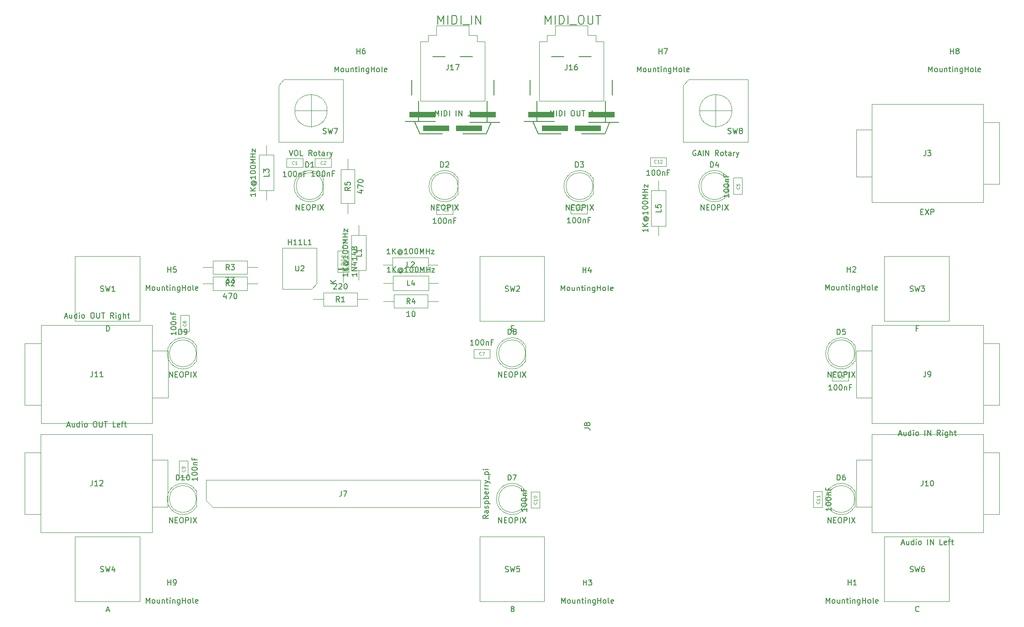
<source format=gbr>
%TF.GenerationSoftware,KiCad,Pcbnew,7.0.1.1-36-gbcf78dbe24-dirty-deb11*%
%TF.CreationDate,2023-03-26T17:43:13+00:00*%
%TF.ProjectId,pedalboard-hw,70656461-6c62-46f6-9172-642d68772e6b,0.0.1*%
%TF.SameCoordinates,Original*%
%TF.FileFunction,AssemblyDrawing,Top*%
%FSLAX46Y46*%
G04 Gerber Fmt 4.6, Leading zero omitted, Abs format (unit mm)*
G04 Created by KiCad (PCBNEW 7.0.1.1-36-gbcf78dbe24-dirty-deb11) date 2023-03-26 17:43:13*
%MOMM*%
%LPD*%
G01*
G04 APERTURE LIST*
%ADD10C,0.150000*%
%ADD11C,0.090000*%
%ADD12C,0.160020*%
%ADD13C,0.120000*%
%ADD14C,0.100000*%
%ADD15C,0.152400*%
G04 APERTURE END LIST*
D10*
%TO.C,H1*%
X163234285Y-125312619D02*
X163234285Y-124312619D01*
X163234285Y-124312619D02*
X163567618Y-125026904D01*
X163567618Y-125026904D02*
X163900951Y-124312619D01*
X163900951Y-124312619D02*
X163900951Y-125312619D01*
X164519999Y-125312619D02*
X164424761Y-125265000D01*
X164424761Y-125265000D02*
X164377142Y-125217380D01*
X164377142Y-125217380D02*
X164329523Y-125122142D01*
X164329523Y-125122142D02*
X164329523Y-124836428D01*
X164329523Y-124836428D02*
X164377142Y-124741190D01*
X164377142Y-124741190D02*
X164424761Y-124693571D01*
X164424761Y-124693571D02*
X164519999Y-124645952D01*
X164519999Y-124645952D02*
X164662856Y-124645952D01*
X164662856Y-124645952D02*
X164758094Y-124693571D01*
X164758094Y-124693571D02*
X164805713Y-124741190D01*
X164805713Y-124741190D02*
X164853332Y-124836428D01*
X164853332Y-124836428D02*
X164853332Y-125122142D01*
X164853332Y-125122142D02*
X164805713Y-125217380D01*
X164805713Y-125217380D02*
X164758094Y-125265000D01*
X164758094Y-125265000D02*
X164662856Y-125312619D01*
X164662856Y-125312619D02*
X164519999Y-125312619D01*
X165710475Y-124645952D02*
X165710475Y-125312619D01*
X165281904Y-124645952D02*
X165281904Y-125169761D01*
X165281904Y-125169761D02*
X165329523Y-125265000D01*
X165329523Y-125265000D02*
X165424761Y-125312619D01*
X165424761Y-125312619D02*
X165567618Y-125312619D01*
X165567618Y-125312619D02*
X165662856Y-125265000D01*
X165662856Y-125265000D02*
X165710475Y-125217380D01*
X166186666Y-124645952D02*
X166186666Y-125312619D01*
X166186666Y-124741190D02*
X166234285Y-124693571D01*
X166234285Y-124693571D02*
X166329523Y-124645952D01*
X166329523Y-124645952D02*
X166472380Y-124645952D01*
X166472380Y-124645952D02*
X166567618Y-124693571D01*
X166567618Y-124693571D02*
X166615237Y-124788809D01*
X166615237Y-124788809D02*
X166615237Y-125312619D01*
X166948571Y-124645952D02*
X167329523Y-124645952D01*
X167091428Y-124312619D02*
X167091428Y-125169761D01*
X167091428Y-125169761D02*
X167139047Y-125265000D01*
X167139047Y-125265000D02*
X167234285Y-125312619D01*
X167234285Y-125312619D02*
X167329523Y-125312619D01*
X167662857Y-125312619D02*
X167662857Y-124645952D01*
X167662857Y-124312619D02*
X167615238Y-124360238D01*
X167615238Y-124360238D02*
X167662857Y-124407857D01*
X167662857Y-124407857D02*
X167710476Y-124360238D01*
X167710476Y-124360238D02*
X167662857Y-124312619D01*
X167662857Y-124312619D02*
X167662857Y-124407857D01*
X168139047Y-124645952D02*
X168139047Y-125312619D01*
X168139047Y-124741190D02*
X168186666Y-124693571D01*
X168186666Y-124693571D02*
X168281904Y-124645952D01*
X168281904Y-124645952D02*
X168424761Y-124645952D01*
X168424761Y-124645952D02*
X168519999Y-124693571D01*
X168519999Y-124693571D02*
X168567618Y-124788809D01*
X168567618Y-124788809D02*
X168567618Y-125312619D01*
X169472380Y-124645952D02*
X169472380Y-125455476D01*
X169472380Y-125455476D02*
X169424761Y-125550714D01*
X169424761Y-125550714D02*
X169377142Y-125598333D01*
X169377142Y-125598333D02*
X169281904Y-125645952D01*
X169281904Y-125645952D02*
X169139047Y-125645952D01*
X169139047Y-125645952D02*
X169043809Y-125598333D01*
X169472380Y-125265000D02*
X169377142Y-125312619D01*
X169377142Y-125312619D02*
X169186666Y-125312619D01*
X169186666Y-125312619D02*
X169091428Y-125265000D01*
X169091428Y-125265000D02*
X169043809Y-125217380D01*
X169043809Y-125217380D02*
X168996190Y-125122142D01*
X168996190Y-125122142D02*
X168996190Y-124836428D01*
X168996190Y-124836428D02*
X169043809Y-124741190D01*
X169043809Y-124741190D02*
X169091428Y-124693571D01*
X169091428Y-124693571D02*
X169186666Y-124645952D01*
X169186666Y-124645952D02*
X169377142Y-124645952D01*
X169377142Y-124645952D02*
X169472380Y-124693571D01*
X169948571Y-125312619D02*
X169948571Y-124312619D01*
X169948571Y-124788809D02*
X170519999Y-124788809D01*
X170519999Y-125312619D02*
X170519999Y-124312619D01*
X171139047Y-125312619D02*
X171043809Y-125265000D01*
X171043809Y-125265000D02*
X170996190Y-125217380D01*
X170996190Y-125217380D02*
X170948571Y-125122142D01*
X170948571Y-125122142D02*
X170948571Y-124836428D01*
X170948571Y-124836428D02*
X170996190Y-124741190D01*
X170996190Y-124741190D02*
X171043809Y-124693571D01*
X171043809Y-124693571D02*
X171139047Y-124645952D01*
X171139047Y-124645952D02*
X171281904Y-124645952D01*
X171281904Y-124645952D02*
X171377142Y-124693571D01*
X171377142Y-124693571D02*
X171424761Y-124741190D01*
X171424761Y-124741190D02*
X171472380Y-124836428D01*
X171472380Y-124836428D02*
X171472380Y-125122142D01*
X171472380Y-125122142D02*
X171424761Y-125217380D01*
X171424761Y-125217380D02*
X171377142Y-125265000D01*
X171377142Y-125265000D02*
X171281904Y-125312619D01*
X171281904Y-125312619D02*
X171139047Y-125312619D01*
X172043809Y-125312619D02*
X171948571Y-125265000D01*
X171948571Y-125265000D02*
X171900952Y-125169761D01*
X171900952Y-125169761D02*
X171900952Y-124312619D01*
X172805714Y-125265000D02*
X172710476Y-125312619D01*
X172710476Y-125312619D02*
X172520000Y-125312619D01*
X172520000Y-125312619D02*
X172424762Y-125265000D01*
X172424762Y-125265000D02*
X172377143Y-125169761D01*
X172377143Y-125169761D02*
X172377143Y-124788809D01*
X172377143Y-124788809D02*
X172424762Y-124693571D01*
X172424762Y-124693571D02*
X172520000Y-124645952D01*
X172520000Y-124645952D02*
X172710476Y-124645952D01*
X172710476Y-124645952D02*
X172805714Y-124693571D01*
X172805714Y-124693571D02*
X172853333Y-124788809D01*
X172853333Y-124788809D02*
X172853333Y-124884047D01*
X172853333Y-124884047D02*
X172377143Y-124979285D01*
X167258095Y-121962619D02*
X167258095Y-120962619D01*
X167258095Y-121438809D02*
X167829523Y-121438809D01*
X167829523Y-121962619D02*
X167829523Y-120962619D01*
X168829523Y-121962619D02*
X168258095Y-121962619D01*
X168543809Y-121962619D02*
X168543809Y-120962619D01*
X168543809Y-120962619D02*
X168448571Y-121105476D01*
X168448571Y-121105476D02*
X168353333Y-121200714D01*
X168353333Y-121200714D02*
X168258095Y-121248333D01*
%TO.C,C5*%
X145212619Y-49497619D02*
X145212619Y-50069047D01*
X145212619Y-49783333D02*
X144212619Y-49783333D01*
X144212619Y-49783333D02*
X144355476Y-49878571D01*
X144355476Y-49878571D02*
X144450714Y-49973809D01*
X144450714Y-49973809D02*
X144498333Y-50069047D01*
X144212619Y-48878571D02*
X144212619Y-48783333D01*
X144212619Y-48783333D02*
X144260238Y-48688095D01*
X144260238Y-48688095D02*
X144307857Y-48640476D01*
X144307857Y-48640476D02*
X144403095Y-48592857D01*
X144403095Y-48592857D02*
X144593571Y-48545238D01*
X144593571Y-48545238D02*
X144831666Y-48545238D01*
X144831666Y-48545238D02*
X145022142Y-48592857D01*
X145022142Y-48592857D02*
X145117380Y-48640476D01*
X145117380Y-48640476D02*
X145165000Y-48688095D01*
X145165000Y-48688095D02*
X145212619Y-48783333D01*
X145212619Y-48783333D02*
X145212619Y-48878571D01*
X145212619Y-48878571D02*
X145165000Y-48973809D01*
X145165000Y-48973809D02*
X145117380Y-49021428D01*
X145117380Y-49021428D02*
X145022142Y-49069047D01*
X145022142Y-49069047D02*
X144831666Y-49116666D01*
X144831666Y-49116666D02*
X144593571Y-49116666D01*
X144593571Y-49116666D02*
X144403095Y-49069047D01*
X144403095Y-49069047D02*
X144307857Y-49021428D01*
X144307857Y-49021428D02*
X144260238Y-48973809D01*
X144260238Y-48973809D02*
X144212619Y-48878571D01*
X144212619Y-47926190D02*
X144212619Y-47830952D01*
X144212619Y-47830952D02*
X144260238Y-47735714D01*
X144260238Y-47735714D02*
X144307857Y-47688095D01*
X144307857Y-47688095D02*
X144403095Y-47640476D01*
X144403095Y-47640476D02*
X144593571Y-47592857D01*
X144593571Y-47592857D02*
X144831666Y-47592857D01*
X144831666Y-47592857D02*
X145022142Y-47640476D01*
X145022142Y-47640476D02*
X145117380Y-47688095D01*
X145117380Y-47688095D02*
X145165000Y-47735714D01*
X145165000Y-47735714D02*
X145212619Y-47830952D01*
X145212619Y-47830952D02*
X145212619Y-47926190D01*
X145212619Y-47926190D02*
X145165000Y-48021428D01*
X145165000Y-48021428D02*
X145117380Y-48069047D01*
X145117380Y-48069047D02*
X145022142Y-48116666D01*
X145022142Y-48116666D02*
X144831666Y-48164285D01*
X144831666Y-48164285D02*
X144593571Y-48164285D01*
X144593571Y-48164285D02*
X144403095Y-48116666D01*
X144403095Y-48116666D02*
X144307857Y-48069047D01*
X144307857Y-48069047D02*
X144260238Y-48021428D01*
X144260238Y-48021428D02*
X144212619Y-47926190D01*
X144545952Y-47164285D02*
X145212619Y-47164285D01*
X144641190Y-47164285D02*
X144593571Y-47116666D01*
X144593571Y-47116666D02*
X144545952Y-47021428D01*
X144545952Y-47021428D02*
X144545952Y-46878571D01*
X144545952Y-46878571D02*
X144593571Y-46783333D01*
X144593571Y-46783333D02*
X144688809Y-46735714D01*
X144688809Y-46735714D02*
X145212619Y-46735714D01*
X144688809Y-45926190D02*
X144688809Y-46259523D01*
X145212619Y-46259523D02*
X144212619Y-46259523D01*
X144212619Y-46259523D02*
X144212619Y-45783333D01*
D11*
X147120428Y-48149999D02*
X147149000Y-48178571D01*
X147149000Y-48178571D02*
X147177571Y-48264285D01*
X147177571Y-48264285D02*
X147177571Y-48321428D01*
X147177571Y-48321428D02*
X147149000Y-48407142D01*
X147149000Y-48407142D02*
X147091857Y-48464285D01*
X147091857Y-48464285D02*
X147034714Y-48492856D01*
X147034714Y-48492856D02*
X146920428Y-48521428D01*
X146920428Y-48521428D02*
X146834714Y-48521428D01*
X146834714Y-48521428D02*
X146720428Y-48492856D01*
X146720428Y-48492856D02*
X146663285Y-48464285D01*
X146663285Y-48464285D02*
X146606142Y-48407142D01*
X146606142Y-48407142D02*
X146577571Y-48321428D01*
X146577571Y-48321428D02*
X146577571Y-48264285D01*
X146577571Y-48264285D02*
X146606142Y-48178571D01*
X146606142Y-48178571D02*
X146634714Y-48149999D01*
X146577571Y-47607142D02*
X146577571Y-47892856D01*
X146577571Y-47892856D02*
X146863285Y-47921428D01*
X146863285Y-47921428D02*
X146834714Y-47892856D01*
X146834714Y-47892856D02*
X146806142Y-47835714D01*
X146806142Y-47835714D02*
X146806142Y-47692856D01*
X146806142Y-47692856D02*
X146834714Y-47635714D01*
X146834714Y-47635714D02*
X146863285Y-47607142D01*
X146863285Y-47607142D02*
X146920428Y-47578571D01*
X146920428Y-47578571D02*
X147063285Y-47578571D01*
X147063285Y-47578571D02*
X147120428Y-47607142D01*
X147120428Y-47607142D02*
X147149000Y-47635714D01*
X147149000Y-47635714D02*
X147177571Y-47692856D01*
X147177571Y-47692856D02*
X147177571Y-47835714D01*
X147177571Y-47835714D02*
X147149000Y-47892856D01*
X147149000Y-47892856D02*
X147120428Y-47921428D01*
D10*
%TO.C,J16*%
X112119048Y-34962619D02*
X112119048Y-33962619D01*
X112119048Y-33962619D02*
X112452381Y-34676904D01*
X112452381Y-34676904D02*
X112785714Y-33962619D01*
X112785714Y-33962619D02*
X112785714Y-34962619D01*
X113261905Y-34962619D02*
X113261905Y-33962619D01*
X113738095Y-34962619D02*
X113738095Y-33962619D01*
X113738095Y-33962619D02*
X113976190Y-33962619D01*
X113976190Y-33962619D02*
X114119047Y-34010238D01*
X114119047Y-34010238D02*
X114214285Y-34105476D01*
X114214285Y-34105476D02*
X114261904Y-34200714D01*
X114261904Y-34200714D02*
X114309523Y-34391190D01*
X114309523Y-34391190D02*
X114309523Y-34534047D01*
X114309523Y-34534047D02*
X114261904Y-34724523D01*
X114261904Y-34724523D02*
X114214285Y-34819761D01*
X114214285Y-34819761D02*
X114119047Y-34915000D01*
X114119047Y-34915000D02*
X113976190Y-34962619D01*
X113976190Y-34962619D02*
X113738095Y-34962619D01*
X114738095Y-34962619D02*
X114738095Y-33962619D01*
X116166666Y-33962619D02*
X116357142Y-33962619D01*
X116357142Y-33962619D02*
X116452380Y-34010238D01*
X116452380Y-34010238D02*
X116547618Y-34105476D01*
X116547618Y-34105476D02*
X116595237Y-34295952D01*
X116595237Y-34295952D02*
X116595237Y-34629285D01*
X116595237Y-34629285D02*
X116547618Y-34819761D01*
X116547618Y-34819761D02*
X116452380Y-34915000D01*
X116452380Y-34915000D02*
X116357142Y-34962619D01*
X116357142Y-34962619D02*
X116166666Y-34962619D01*
X116166666Y-34962619D02*
X116071428Y-34915000D01*
X116071428Y-34915000D02*
X115976190Y-34819761D01*
X115976190Y-34819761D02*
X115928571Y-34629285D01*
X115928571Y-34629285D02*
X115928571Y-34295952D01*
X115928571Y-34295952D02*
X115976190Y-34105476D01*
X115976190Y-34105476D02*
X116071428Y-34010238D01*
X116071428Y-34010238D02*
X116166666Y-33962619D01*
X117023809Y-33962619D02*
X117023809Y-34772142D01*
X117023809Y-34772142D02*
X117071428Y-34867380D01*
X117071428Y-34867380D02*
X117119047Y-34915000D01*
X117119047Y-34915000D02*
X117214285Y-34962619D01*
X117214285Y-34962619D02*
X117404761Y-34962619D01*
X117404761Y-34962619D02*
X117499999Y-34915000D01*
X117499999Y-34915000D02*
X117547618Y-34867380D01*
X117547618Y-34867380D02*
X117595237Y-34772142D01*
X117595237Y-34772142D02*
X117595237Y-33962619D01*
X117928571Y-33962619D02*
X118499999Y-33962619D01*
X118214285Y-34962619D02*
X118214285Y-33962619D01*
X119880952Y-33962619D02*
X119880952Y-34676904D01*
X119880952Y-34676904D02*
X119833333Y-34819761D01*
X119833333Y-34819761D02*
X119738095Y-34915000D01*
X119738095Y-34915000D02*
X119595238Y-34962619D01*
X119595238Y-34962619D02*
X119500000Y-34962619D01*
X115190476Y-25462619D02*
X115190476Y-26176904D01*
X115190476Y-26176904D02*
X115142857Y-26319761D01*
X115142857Y-26319761D02*
X115047619Y-26415000D01*
X115047619Y-26415000D02*
X114904762Y-26462619D01*
X114904762Y-26462619D02*
X114809524Y-26462619D01*
X116190476Y-26462619D02*
X115619048Y-26462619D01*
X115904762Y-26462619D02*
X115904762Y-25462619D01*
X115904762Y-25462619D02*
X115809524Y-25605476D01*
X115809524Y-25605476D02*
X115714286Y-25700714D01*
X115714286Y-25700714D02*
X115619048Y-25748333D01*
X117047619Y-25462619D02*
X116857143Y-25462619D01*
X116857143Y-25462619D02*
X116761905Y-25510238D01*
X116761905Y-25510238D02*
X116714286Y-25557857D01*
X116714286Y-25557857D02*
X116619048Y-25700714D01*
X116619048Y-25700714D02*
X116571429Y-25891190D01*
X116571429Y-25891190D02*
X116571429Y-26272142D01*
X116571429Y-26272142D02*
X116619048Y-26367380D01*
X116619048Y-26367380D02*
X116666667Y-26415000D01*
X116666667Y-26415000D02*
X116761905Y-26462619D01*
X116761905Y-26462619D02*
X116952381Y-26462619D01*
X116952381Y-26462619D02*
X117047619Y-26415000D01*
X117047619Y-26415000D02*
X117095238Y-26367380D01*
X117095238Y-26367380D02*
X117142857Y-26272142D01*
X117142857Y-26272142D02*
X117142857Y-26034047D01*
X117142857Y-26034047D02*
X117095238Y-25938809D01*
X117095238Y-25938809D02*
X117047619Y-25891190D01*
X117047619Y-25891190D02*
X116952381Y-25843571D01*
X116952381Y-25843571D02*
X116761905Y-25843571D01*
X116761905Y-25843571D02*
X116666667Y-25891190D01*
X116666667Y-25891190D02*
X116619048Y-25938809D01*
X116619048Y-25938809D02*
X116571429Y-26034047D01*
%TO.C,H7*%
X128214285Y-26812619D02*
X128214285Y-25812619D01*
X128214285Y-25812619D02*
X128547618Y-26526904D01*
X128547618Y-26526904D02*
X128880951Y-25812619D01*
X128880951Y-25812619D02*
X128880951Y-26812619D01*
X129499999Y-26812619D02*
X129404761Y-26765000D01*
X129404761Y-26765000D02*
X129357142Y-26717380D01*
X129357142Y-26717380D02*
X129309523Y-26622142D01*
X129309523Y-26622142D02*
X129309523Y-26336428D01*
X129309523Y-26336428D02*
X129357142Y-26241190D01*
X129357142Y-26241190D02*
X129404761Y-26193571D01*
X129404761Y-26193571D02*
X129499999Y-26145952D01*
X129499999Y-26145952D02*
X129642856Y-26145952D01*
X129642856Y-26145952D02*
X129738094Y-26193571D01*
X129738094Y-26193571D02*
X129785713Y-26241190D01*
X129785713Y-26241190D02*
X129833332Y-26336428D01*
X129833332Y-26336428D02*
X129833332Y-26622142D01*
X129833332Y-26622142D02*
X129785713Y-26717380D01*
X129785713Y-26717380D02*
X129738094Y-26765000D01*
X129738094Y-26765000D02*
X129642856Y-26812619D01*
X129642856Y-26812619D02*
X129499999Y-26812619D01*
X130690475Y-26145952D02*
X130690475Y-26812619D01*
X130261904Y-26145952D02*
X130261904Y-26669761D01*
X130261904Y-26669761D02*
X130309523Y-26765000D01*
X130309523Y-26765000D02*
X130404761Y-26812619D01*
X130404761Y-26812619D02*
X130547618Y-26812619D01*
X130547618Y-26812619D02*
X130642856Y-26765000D01*
X130642856Y-26765000D02*
X130690475Y-26717380D01*
X131166666Y-26145952D02*
X131166666Y-26812619D01*
X131166666Y-26241190D02*
X131214285Y-26193571D01*
X131214285Y-26193571D02*
X131309523Y-26145952D01*
X131309523Y-26145952D02*
X131452380Y-26145952D01*
X131452380Y-26145952D02*
X131547618Y-26193571D01*
X131547618Y-26193571D02*
X131595237Y-26288809D01*
X131595237Y-26288809D02*
X131595237Y-26812619D01*
X131928571Y-26145952D02*
X132309523Y-26145952D01*
X132071428Y-25812619D02*
X132071428Y-26669761D01*
X132071428Y-26669761D02*
X132119047Y-26765000D01*
X132119047Y-26765000D02*
X132214285Y-26812619D01*
X132214285Y-26812619D02*
X132309523Y-26812619D01*
X132642857Y-26812619D02*
X132642857Y-26145952D01*
X132642857Y-25812619D02*
X132595238Y-25860238D01*
X132595238Y-25860238D02*
X132642857Y-25907857D01*
X132642857Y-25907857D02*
X132690476Y-25860238D01*
X132690476Y-25860238D02*
X132642857Y-25812619D01*
X132642857Y-25812619D02*
X132642857Y-25907857D01*
X133119047Y-26145952D02*
X133119047Y-26812619D01*
X133119047Y-26241190D02*
X133166666Y-26193571D01*
X133166666Y-26193571D02*
X133261904Y-26145952D01*
X133261904Y-26145952D02*
X133404761Y-26145952D01*
X133404761Y-26145952D02*
X133499999Y-26193571D01*
X133499999Y-26193571D02*
X133547618Y-26288809D01*
X133547618Y-26288809D02*
X133547618Y-26812619D01*
X134452380Y-26145952D02*
X134452380Y-26955476D01*
X134452380Y-26955476D02*
X134404761Y-27050714D01*
X134404761Y-27050714D02*
X134357142Y-27098333D01*
X134357142Y-27098333D02*
X134261904Y-27145952D01*
X134261904Y-27145952D02*
X134119047Y-27145952D01*
X134119047Y-27145952D02*
X134023809Y-27098333D01*
X134452380Y-26765000D02*
X134357142Y-26812619D01*
X134357142Y-26812619D02*
X134166666Y-26812619D01*
X134166666Y-26812619D02*
X134071428Y-26765000D01*
X134071428Y-26765000D02*
X134023809Y-26717380D01*
X134023809Y-26717380D02*
X133976190Y-26622142D01*
X133976190Y-26622142D02*
X133976190Y-26336428D01*
X133976190Y-26336428D02*
X134023809Y-26241190D01*
X134023809Y-26241190D02*
X134071428Y-26193571D01*
X134071428Y-26193571D02*
X134166666Y-26145952D01*
X134166666Y-26145952D02*
X134357142Y-26145952D01*
X134357142Y-26145952D02*
X134452380Y-26193571D01*
X134928571Y-26812619D02*
X134928571Y-25812619D01*
X134928571Y-26288809D02*
X135499999Y-26288809D01*
X135499999Y-26812619D02*
X135499999Y-25812619D01*
X136119047Y-26812619D02*
X136023809Y-26765000D01*
X136023809Y-26765000D02*
X135976190Y-26717380D01*
X135976190Y-26717380D02*
X135928571Y-26622142D01*
X135928571Y-26622142D02*
X135928571Y-26336428D01*
X135928571Y-26336428D02*
X135976190Y-26241190D01*
X135976190Y-26241190D02*
X136023809Y-26193571D01*
X136023809Y-26193571D02*
X136119047Y-26145952D01*
X136119047Y-26145952D02*
X136261904Y-26145952D01*
X136261904Y-26145952D02*
X136357142Y-26193571D01*
X136357142Y-26193571D02*
X136404761Y-26241190D01*
X136404761Y-26241190D02*
X136452380Y-26336428D01*
X136452380Y-26336428D02*
X136452380Y-26622142D01*
X136452380Y-26622142D02*
X136404761Y-26717380D01*
X136404761Y-26717380D02*
X136357142Y-26765000D01*
X136357142Y-26765000D02*
X136261904Y-26812619D01*
X136261904Y-26812619D02*
X136119047Y-26812619D01*
X137023809Y-26812619D02*
X136928571Y-26765000D01*
X136928571Y-26765000D02*
X136880952Y-26669761D01*
X136880952Y-26669761D02*
X136880952Y-25812619D01*
X137785714Y-26765000D02*
X137690476Y-26812619D01*
X137690476Y-26812619D02*
X137500000Y-26812619D01*
X137500000Y-26812619D02*
X137404762Y-26765000D01*
X137404762Y-26765000D02*
X137357143Y-26669761D01*
X137357143Y-26669761D02*
X137357143Y-26288809D01*
X137357143Y-26288809D02*
X137404762Y-26193571D01*
X137404762Y-26193571D02*
X137500000Y-26145952D01*
X137500000Y-26145952D02*
X137690476Y-26145952D01*
X137690476Y-26145952D02*
X137785714Y-26193571D01*
X137785714Y-26193571D02*
X137833333Y-26288809D01*
X137833333Y-26288809D02*
X137833333Y-26384047D01*
X137833333Y-26384047D02*
X137357143Y-26479285D01*
X132238095Y-23462619D02*
X132238095Y-22462619D01*
X132238095Y-22938809D02*
X132809523Y-22938809D01*
X132809523Y-23462619D02*
X132809523Y-22462619D01*
X133190476Y-22462619D02*
X133857142Y-22462619D01*
X133857142Y-22462619D02*
X133428571Y-23462619D01*
%TO.C,J12*%
X22621428Y-92376904D02*
X23097618Y-92376904D01*
X22526190Y-92662619D02*
X22859523Y-91662619D01*
X22859523Y-91662619D02*
X23192856Y-92662619D01*
X23954761Y-91995952D02*
X23954761Y-92662619D01*
X23526190Y-91995952D02*
X23526190Y-92519761D01*
X23526190Y-92519761D02*
X23573809Y-92615000D01*
X23573809Y-92615000D02*
X23669047Y-92662619D01*
X23669047Y-92662619D02*
X23811904Y-92662619D01*
X23811904Y-92662619D02*
X23907142Y-92615000D01*
X23907142Y-92615000D02*
X23954761Y-92567380D01*
X24859523Y-92662619D02*
X24859523Y-91662619D01*
X24859523Y-92615000D02*
X24764285Y-92662619D01*
X24764285Y-92662619D02*
X24573809Y-92662619D01*
X24573809Y-92662619D02*
X24478571Y-92615000D01*
X24478571Y-92615000D02*
X24430952Y-92567380D01*
X24430952Y-92567380D02*
X24383333Y-92472142D01*
X24383333Y-92472142D02*
X24383333Y-92186428D01*
X24383333Y-92186428D02*
X24430952Y-92091190D01*
X24430952Y-92091190D02*
X24478571Y-92043571D01*
X24478571Y-92043571D02*
X24573809Y-91995952D01*
X24573809Y-91995952D02*
X24764285Y-91995952D01*
X24764285Y-91995952D02*
X24859523Y-92043571D01*
X25335714Y-92662619D02*
X25335714Y-91995952D01*
X25335714Y-91662619D02*
X25288095Y-91710238D01*
X25288095Y-91710238D02*
X25335714Y-91757857D01*
X25335714Y-91757857D02*
X25383333Y-91710238D01*
X25383333Y-91710238D02*
X25335714Y-91662619D01*
X25335714Y-91662619D02*
X25335714Y-91757857D01*
X25954761Y-92662619D02*
X25859523Y-92615000D01*
X25859523Y-92615000D02*
X25811904Y-92567380D01*
X25811904Y-92567380D02*
X25764285Y-92472142D01*
X25764285Y-92472142D02*
X25764285Y-92186428D01*
X25764285Y-92186428D02*
X25811904Y-92091190D01*
X25811904Y-92091190D02*
X25859523Y-92043571D01*
X25859523Y-92043571D02*
X25954761Y-91995952D01*
X25954761Y-91995952D02*
X26097618Y-91995952D01*
X26097618Y-91995952D02*
X26192856Y-92043571D01*
X26192856Y-92043571D02*
X26240475Y-92091190D01*
X26240475Y-92091190D02*
X26288094Y-92186428D01*
X26288094Y-92186428D02*
X26288094Y-92472142D01*
X26288094Y-92472142D02*
X26240475Y-92567380D01*
X26240475Y-92567380D02*
X26192856Y-92615000D01*
X26192856Y-92615000D02*
X26097618Y-92662619D01*
X26097618Y-92662619D02*
X25954761Y-92662619D01*
X27669047Y-91662619D02*
X27859523Y-91662619D01*
X27859523Y-91662619D02*
X27954761Y-91710238D01*
X27954761Y-91710238D02*
X28049999Y-91805476D01*
X28049999Y-91805476D02*
X28097618Y-91995952D01*
X28097618Y-91995952D02*
X28097618Y-92329285D01*
X28097618Y-92329285D02*
X28049999Y-92519761D01*
X28049999Y-92519761D02*
X27954761Y-92615000D01*
X27954761Y-92615000D02*
X27859523Y-92662619D01*
X27859523Y-92662619D02*
X27669047Y-92662619D01*
X27669047Y-92662619D02*
X27573809Y-92615000D01*
X27573809Y-92615000D02*
X27478571Y-92519761D01*
X27478571Y-92519761D02*
X27430952Y-92329285D01*
X27430952Y-92329285D02*
X27430952Y-91995952D01*
X27430952Y-91995952D02*
X27478571Y-91805476D01*
X27478571Y-91805476D02*
X27573809Y-91710238D01*
X27573809Y-91710238D02*
X27669047Y-91662619D01*
X28526190Y-91662619D02*
X28526190Y-92472142D01*
X28526190Y-92472142D02*
X28573809Y-92567380D01*
X28573809Y-92567380D02*
X28621428Y-92615000D01*
X28621428Y-92615000D02*
X28716666Y-92662619D01*
X28716666Y-92662619D02*
X28907142Y-92662619D01*
X28907142Y-92662619D02*
X29002380Y-92615000D01*
X29002380Y-92615000D02*
X29049999Y-92567380D01*
X29049999Y-92567380D02*
X29097618Y-92472142D01*
X29097618Y-92472142D02*
X29097618Y-91662619D01*
X29430952Y-91662619D02*
X30002380Y-91662619D01*
X29716666Y-92662619D02*
X29716666Y-91662619D01*
X31573809Y-92662619D02*
X31097619Y-92662619D01*
X31097619Y-92662619D02*
X31097619Y-91662619D01*
X32288095Y-92615000D02*
X32192857Y-92662619D01*
X32192857Y-92662619D02*
X32002381Y-92662619D01*
X32002381Y-92662619D02*
X31907143Y-92615000D01*
X31907143Y-92615000D02*
X31859524Y-92519761D01*
X31859524Y-92519761D02*
X31859524Y-92138809D01*
X31859524Y-92138809D02*
X31907143Y-92043571D01*
X31907143Y-92043571D02*
X32002381Y-91995952D01*
X32002381Y-91995952D02*
X32192857Y-91995952D01*
X32192857Y-91995952D02*
X32288095Y-92043571D01*
X32288095Y-92043571D02*
X32335714Y-92138809D01*
X32335714Y-92138809D02*
X32335714Y-92234047D01*
X32335714Y-92234047D02*
X31859524Y-92329285D01*
X32621429Y-91995952D02*
X33002381Y-91995952D01*
X32764286Y-92662619D02*
X32764286Y-91805476D01*
X32764286Y-91805476D02*
X32811905Y-91710238D01*
X32811905Y-91710238D02*
X32907143Y-91662619D01*
X32907143Y-91662619D02*
X33002381Y-91662619D01*
X33192858Y-91995952D02*
X33573810Y-91995952D01*
X33335715Y-91662619D02*
X33335715Y-92519761D01*
X33335715Y-92519761D02*
X33383334Y-92615000D01*
X33383334Y-92615000D02*
X33478572Y-92662619D01*
X33478572Y-92662619D02*
X33573810Y-92662619D01*
X27240476Y-102547619D02*
X27240476Y-103261904D01*
X27240476Y-103261904D02*
X27192857Y-103404761D01*
X27192857Y-103404761D02*
X27097619Y-103500000D01*
X27097619Y-103500000D02*
X26954762Y-103547619D01*
X26954762Y-103547619D02*
X26859524Y-103547619D01*
X28240476Y-103547619D02*
X27669048Y-103547619D01*
X27954762Y-103547619D02*
X27954762Y-102547619D01*
X27954762Y-102547619D02*
X27859524Y-102690476D01*
X27859524Y-102690476D02*
X27764286Y-102785714D01*
X27764286Y-102785714D02*
X27669048Y-102833333D01*
X28621429Y-102642857D02*
X28669048Y-102595238D01*
X28669048Y-102595238D02*
X28764286Y-102547619D01*
X28764286Y-102547619D02*
X29002381Y-102547619D01*
X29002381Y-102547619D02*
X29097619Y-102595238D01*
X29097619Y-102595238D02*
X29145238Y-102642857D01*
X29145238Y-102642857D02*
X29192857Y-102738095D01*
X29192857Y-102738095D02*
X29192857Y-102833333D01*
X29192857Y-102833333D02*
X29145238Y-102976190D01*
X29145238Y-102976190D02*
X28573810Y-103547619D01*
X28573810Y-103547619D02*
X29192857Y-103547619D01*
%TO.C,L5*%
X130152619Y-55885714D02*
X130152619Y-56457142D01*
X130152619Y-56171428D02*
X129152619Y-56171428D01*
X129152619Y-56171428D02*
X129295476Y-56266666D01*
X129295476Y-56266666D02*
X129390714Y-56361904D01*
X129390714Y-56361904D02*
X129438333Y-56457142D01*
X130152619Y-55457142D02*
X129152619Y-55457142D01*
X130152619Y-54885714D02*
X129581190Y-55314285D01*
X129152619Y-54885714D02*
X129724047Y-55457142D01*
X129676428Y-53838095D02*
X129628809Y-53885714D01*
X129628809Y-53885714D02*
X129581190Y-53980952D01*
X129581190Y-53980952D02*
X129581190Y-54076190D01*
X129581190Y-54076190D02*
X129628809Y-54171428D01*
X129628809Y-54171428D02*
X129676428Y-54219047D01*
X129676428Y-54219047D02*
X129771666Y-54266666D01*
X129771666Y-54266666D02*
X129866904Y-54266666D01*
X129866904Y-54266666D02*
X129962142Y-54219047D01*
X129962142Y-54219047D02*
X130009761Y-54171428D01*
X130009761Y-54171428D02*
X130057380Y-54076190D01*
X130057380Y-54076190D02*
X130057380Y-53980952D01*
X130057380Y-53980952D02*
X130009761Y-53885714D01*
X130009761Y-53885714D02*
X129962142Y-53838095D01*
X129581190Y-53838095D02*
X129962142Y-53838095D01*
X129962142Y-53838095D02*
X130009761Y-53790476D01*
X130009761Y-53790476D02*
X130009761Y-53742857D01*
X130009761Y-53742857D02*
X129962142Y-53647618D01*
X129962142Y-53647618D02*
X129866904Y-53599999D01*
X129866904Y-53599999D02*
X129628809Y-53599999D01*
X129628809Y-53599999D02*
X129485952Y-53695238D01*
X129485952Y-53695238D02*
X129390714Y-53838095D01*
X129390714Y-53838095D02*
X129343095Y-54028571D01*
X129343095Y-54028571D02*
X129390714Y-54219047D01*
X129390714Y-54219047D02*
X129485952Y-54361904D01*
X129485952Y-54361904D02*
X129628809Y-54457142D01*
X129628809Y-54457142D02*
X129819285Y-54504761D01*
X129819285Y-54504761D02*
X130009761Y-54457142D01*
X130009761Y-54457142D02*
X130152619Y-54361904D01*
X130152619Y-54361904D02*
X130247857Y-54219047D01*
X130247857Y-54219047D02*
X130295476Y-54028571D01*
X130295476Y-54028571D02*
X130247857Y-53838095D01*
X130247857Y-53838095D02*
X130152619Y-53695238D01*
X130152619Y-52647619D02*
X130152619Y-53219047D01*
X130152619Y-52933333D02*
X129152619Y-52933333D01*
X129152619Y-52933333D02*
X129295476Y-53028571D01*
X129295476Y-53028571D02*
X129390714Y-53123809D01*
X129390714Y-53123809D02*
X129438333Y-53219047D01*
X129152619Y-52028571D02*
X129152619Y-51933333D01*
X129152619Y-51933333D02*
X129200238Y-51838095D01*
X129200238Y-51838095D02*
X129247857Y-51790476D01*
X129247857Y-51790476D02*
X129343095Y-51742857D01*
X129343095Y-51742857D02*
X129533571Y-51695238D01*
X129533571Y-51695238D02*
X129771666Y-51695238D01*
X129771666Y-51695238D02*
X129962142Y-51742857D01*
X129962142Y-51742857D02*
X130057380Y-51790476D01*
X130057380Y-51790476D02*
X130105000Y-51838095D01*
X130105000Y-51838095D02*
X130152619Y-51933333D01*
X130152619Y-51933333D02*
X130152619Y-52028571D01*
X130152619Y-52028571D02*
X130105000Y-52123809D01*
X130105000Y-52123809D02*
X130057380Y-52171428D01*
X130057380Y-52171428D02*
X129962142Y-52219047D01*
X129962142Y-52219047D02*
X129771666Y-52266666D01*
X129771666Y-52266666D02*
X129533571Y-52266666D01*
X129533571Y-52266666D02*
X129343095Y-52219047D01*
X129343095Y-52219047D02*
X129247857Y-52171428D01*
X129247857Y-52171428D02*
X129200238Y-52123809D01*
X129200238Y-52123809D02*
X129152619Y-52028571D01*
X129152619Y-51076190D02*
X129152619Y-50980952D01*
X129152619Y-50980952D02*
X129200238Y-50885714D01*
X129200238Y-50885714D02*
X129247857Y-50838095D01*
X129247857Y-50838095D02*
X129343095Y-50790476D01*
X129343095Y-50790476D02*
X129533571Y-50742857D01*
X129533571Y-50742857D02*
X129771666Y-50742857D01*
X129771666Y-50742857D02*
X129962142Y-50790476D01*
X129962142Y-50790476D02*
X130057380Y-50838095D01*
X130057380Y-50838095D02*
X130105000Y-50885714D01*
X130105000Y-50885714D02*
X130152619Y-50980952D01*
X130152619Y-50980952D02*
X130152619Y-51076190D01*
X130152619Y-51076190D02*
X130105000Y-51171428D01*
X130105000Y-51171428D02*
X130057380Y-51219047D01*
X130057380Y-51219047D02*
X129962142Y-51266666D01*
X129962142Y-51266666D02*
X129771666Y-51314285D01*
X129771666Y-51314285D02*
X129533571Y-51314285D01*
X129533571Y-51314285D02*
X129343095Y-51266666D01*
X129343095Y-51266666D02*
X129247857Y-51219047D01*
X129247857Y-51219047D02*
X129200238Y-51171428D01*
X129200238Y-51171428D02*
X129152619Y-51076190D01*
X130152619Y-50314285D02*
X129152619Y-50314285D01*
X129152619Y-50314285D02*
X129866904Y-49980952D01*
X129866904Y-49980952D02*
X129152619Y-49647619D01*
X129152619Y-49647619D02*
X130152619Y-49647619D01*
X130152619Y-49171428D02*
X129152619Y-49171428D01*
X129628809Y-49171428D02*
X129628809Y-48600000D01*
X130152619Y-48600000D02*
X129152619Y-48600000D01*
X129485952Y-48219047D02*
X129485952Y-47695238D01*
X129485952Y-47695238D02*
X130152619Y-48219047D01*
X130152619Y-48219047D02*
X130152619Y-47695238D01*
X132622619Y-52266666D02*
X132622619Y-52742856D01*
X132622619Y-52742856D02*
X131622619Y-52742856D01*
X131622619Y-51457142D02*
X131622619Y-51933332D01*
X131622619Y-51933332D02*
X132098809Y-51980951D01*
X132098809Y-51980951D02*
X132051190Y-51933332D01*
X132051190Y-51933332D02*
X132003571Y-51838094D01*
X132003571Y-51838094D02*
X132003571Y-51599999D01*
X132003571Y-51599999D02*
X132051190Y-51504761D01*
X132051190Y-51504761D02*
X132098809Y-51457142D01*
X132098809Y-51457142D02*
X132194047Y-51409523D01*
X132194047Y-51409523D02*
X132432142Y-51409523D01*
X132432142Y-51409523D02*
X132527380Y-51457142D01*
X132527380Y-51457142D02*
X132575000Y-51504761D01*
X132575000Y-51504761D02*
X132622619Y-51599999D01*
X132622619Y-51599999D02*
X132622619Y-51838094D01*
X132622619Y-51838094D02*
X132575000Y-51933332D01*
X132575000Y-51933332D02*
X132527380Y-51980951D01*
%TO.C,D3*%
X115028810Y-52422619D02*
X115028810Y-51422619D01*
X115028810Y-51422619D02*
X115600238Y-52422619D01*
X115600238Y-52422619D02*
X115600238Y-51422619D01*
X116076429Y-51898809D02*
X116409762Y-51898809D01*
X116552619Y-52422619D02*
X116076429Y-52422619D01*
X116076429Y-52422619D02*
X116076429Y-51422619D01*
X116076429Y-51422619D02*
X116552619Y-51422619D01*
X117171667Y-51422619D02*
X117362143Y-51422619D01*
X117362143Y-51422619D02*
X117457381Y-51470238D01*
X117457381Y-51470238D02*
X117552619Y-51565476D01*
X117552619Y-51565476D02*
X117600238Y-51755952D01*
X117600238Y-51755952D02*
X117600238Y-52089285D01*
X117600238Y-52089285D02*
X117552619Y-52279761D01*
X117552619Y-52279761D02*
X117457381Y-52375000D01*
X117457381Y-52375000D02*
X117362143Y-52422619D01*
X117362143Y-52422619D02*
X117171667Y-52422619D01*
X117171667Y-52422619D02*
X117076429Y-52375000D01*
X117076429Y-52375000D02*
X116981191Y-52279761D01*
X116981191Y-52279761D02*
X116933572Y-52089285D01*
X116933572Y-52089285D02*
X116933572Y-51755952D01*
X116933572Y-51755952D02*
X116981191Y-51565476D01*
X116981191Y-51565476D02*
X117076429Y-51470238D01*
X117076429Y-51470238D02*
X117171667Y-51422619D01*
X118028810Y-52422619D02*
X118028810Y-51422619D01*
X118028810Y-51422619D02*
X118409762Y-51422619D01*
X118409762Y-51422619D02*
X118505000Y-51470238D01*
X118505000Y-51470238D02*
X118552619Y-51517857D01*
X118552619Y-51517857D02*
X118600238Y-51613095D01*
X118600238Y-51613095D02*
X118600238Y-51755952D01*
X118600238Y-51755952D02*
X118552619Y-51851190D01*
X118552619Y-51851190D02*
X118505000Y-51898809D01*
X118505000Y-51898809D02*
X118409762Y-51946428D01*
X118409762Y-51946428D02*
X118028810Y-51946428D01*
X119028810Y-52422619D02*
X119028810Y-51422619D01*
X119409762Y-51422619D02*
X120076428Y-52422619D01*
X120076428Y-51422619D02*
X119409762Y-52422619D01*
X116766905Y-44502619D02*
X116766905Y-43502619D01*
X116766905Y-43502619D02*
X117005000Y-43502619D01*
X117005000Y-43502619D02*
X117147857Y-43550238D01*
X117147857Y-43550238D02*
X117243095Y-43645476D01*
X117243095Y-43645476D02*
X117290714Y-43740714D01*
X117290714Y-43740714D02*
X117338333Y-43931190D01*
X117338333Y-43931190D02*
X117338333Y-44074047D01*
X117338333Y-44074047D02*
X117290714Y-44264523D01*
X117290714Y-44264523D02*
X117243095Y-44359761D01*
X117243095Y-44359761D02*
X117147857Y-44455000D01*
X117147857Y-44455000D02*
X117005000Y-44502619D01*
X117005000Y-44502619D02*
X116766905Y-44502619D01*
X117671667Y-43502619D02*
X118290714Y-43502619D01*
X118290714Y-43502619D02*
X117957381Y-43883571D01*
X117957381Y-43883571D02*
X118100238Y-43883571D01*
X118100238Y-43883571D02*
X118195476Y-43931190D01*
X118195476Y-43931190D02*
X118243095Y-43978809D01*
X118243095Y-43978809D02*
X118290714Y-44074047D01*
X118290714Y-44074047D02*
X118290714Y-44312142D01*
X118290714Y-44312142D02*
X118243095Y-44407380D01*
X118243095Y-44407380D02*
X118195476Y-44455000D01*
X118195476Y-44455000D02*
X118100238Y-44502619D01*
X118100238Y-44502619D02*
X117814524Y-44502619D01*
X117814524Y-44502619D02*
X117719286Y-44455000D01*
X117719286Y-44455000D02*
X117671667Y-44407380D01*
%TO.C,J11*%
X22132619Y-72176904D02*
X22608809Y-72176904D01*
X22037381Y-72462619D02*
X22370714Y-71462619D01*
X22370714Y-71462619D02*
X22704047Y-72462619D01*
X23465952Y-71795952D02*
X23465952Y-72462619D01*
X23037381Y-71795952D02*
X23037381Y-72319761D01*
X23037381Y-72319761D02*
X23085000Y-72415000D01*
X23085000Y-72415000D02*
X23180238Y-72462619D01*
X23180238Y-72462619D02*
X23323095Y-72462619D01*
X23323095Y-72462619D02*
X23418333Y-72415000D01*
X23418333Y-72415000D02*
X23465952Y-72367380D01*
X24370714Y-72462619D02*
X24370714Y-71462619D01*
X24370714Y-72415000D02*
X24275476Y-72462619D01*
X24275476Y-72462619D02*
X24085000Y-72462619D01*
X24085000Y-72462619D02*
X23989762Y-72415000D01*
X23989762Y-72415000D02*
X23942143Y-72367380D01*
X23942143Y-72367380D02*
X23894524Y-72272142D01*
X23894524Y-72272142D02*
X23894524Y-71986428D01*
X23894524Y-71986428D02*
X23942143Y-71891190D01*
X23942143Y-71891190D02*
X23989762Y-71843571D01*
X23989762Y-71843571D02*
X24085000Y-71795952D01*
X24085000Y-71795952D02*
X24275476Y-71795952D01*
X24275476Y-71795952D02*
X24370714Y-71843571D01*
X24846905Y-72462619D02*
X24846905Y-71795952D01*
X24846905Y-71462619D02*
X24799286Y-71510238D01*
X24799286Y-71510238D02*
X24846905Y-71557857D01*
X24846905Y-71557857D02*
X24894524Y-71510238D01*
X24894524Y-71510238D02*
X24846905Y-71462619D01*
X24846905Y-71462619D02*
X24846905Y-71557857D01*
X25465952Y-72462619D02*
X25370714Y-72415000D01*
X25370714Y-72415000D02*
X25323095Y-72367380D01*
X25323095Y-72367380D02*
X25275476Y-72272142D01*
X25275476Y-72272142D02*
X25275476Y-71986428D01*
X25275476Y-71986428D02*
X25323095Y-71891190D01*
X25323095Y-71891190D02*
X25370714Y-71843571D01*
X25370714Y-71843571D02*
X25465952Y-71795952D01*
X25465952Y-71795952D02*
X25608809Y-71795952D01*
X25608809Y-71795952D02*
X25704047Y-71843571D01*
X25704047Y-71843571D02*
X25751666Y-71891190D01*
X25751666Y-71891190D02*
X25799285Y-71986428D01*
X25799285Y-71986428D02*
X25799285Y-72272142D01*
X25799285Y-72272142D02*
X25751666Y-72367380D01*
X25751666Y-72367380D02*
X25704047Y-72415000D01*
X25704047Y-72415000D02*
X25608809Y-72462619D01*
X25608809Y-72462619D02*
X25465952Y-72462619D01*
X27180238Y-71462619D02*
X27370714Y-71462619D01*
X27370714Y-71462619D02*
X27465952Y-71510238D01*
X27465952Y-71510238D02*
X27561190Y-71605476D01*
X27561190Y-71605476D02*
X27608809Y-71795952D01*
X27608809Y-71795952D02*
X27608809Y-72129285D01*
X27608809Y-72129285D02*
X27561190Y-72319761D01*
X27561190Y-72319761D02*
X27465952Y-72415000D01*
X27465952Y-72415000D02*
X27370714Y-72462619D01*
X27370714Y-72462619D02*
X27180238Y-72462619D01*
X27180238Y-72462619D02*
X27085000Y-72415000D01*
X27085000Y-72415000D02*
X26989762Y-72319761D01*
X26989762Y-72319761D02*
X26942143Y-72129285D01*
X26942143Y-72129285D02*
X26942143Y-71795952D01*
X26942143Y-71795952D02*
X26989762Y-71605476D01*
X26989762Y-71605476D02*
X27085000Y-71510238D01*
X27085000Y-71510238D02*
X27180238Y-71462619D01*
X28037381Y-71462619D02*
X28037381Y-72272142D01*
X28037381Y-72272142D02*
X28085000Y-72367380D01*
X28085000Y-72367380D02*
X28132619Y-72415000D01*
X28132619Y-72415000D02*
X28227857Y-72462619D01*
X28227857Y-72462619D02*
X28418333Y-72462619D01*
X28418333Y-72462619D02*
X28513571Y-72415000D01*
X28513571Y-72415000D02*
X28561190Y-72367380D01*
X28561190Y-72367380D02*
X28608809Y-72272142D01*
X28608809Y-72272142D02*
X28608809Y-71462619D01*
X28942143Y-71462619D02*
X29513571Y-71462619D01*
X29227857Y-72462619D02*
X29227857Y-71462619D01*
X31180238Y-72462619D02*
X30846905Y-71986428D01*
X30608810Y-72462619D02*
X30608810Y-71462619D01*
X30608810Y-71462619D02*
X30989762Y-71462619D01*
X30989762Y-71462619D02*
X31085000Y-71510238D01*
X31085000Y-71510238D02*
X31132619Y-71557857D01*
X31132619Y-71557857D02*
X31180238Y-71653095D01*
X31180238Y-71653095D02*
X31180238Y-71795952D01*
X31180238Y-71795952D02*
X31132619Y-71891190D01*
X31132619Y-71891190D02*
X31085000Y-71938809D01*
X31085000Y-71938809D02*
X30989762Y-71986428D01*
X30989762Y-71986428D02*
X30608810Y-71986428D01*
X31608810Y-72462619D02*
X31608810Y-71795952D01*
X31608810Y-71462619D02*
X31561191Y-71510238D01*
X31561191Y-71510238D02*
X31608810Y-71557857D01*
X31608810Y-71557857D02*
X31656429Y-71510238D01*
X31656429Y-71510238D02*
X31608810Y-71462619D01*
X31608810Y-71462619D02*
X31608810Y-71557857D01*
X32513571Y-71795952D02*
X32513571Y-72605476D01*
X32513571Y-72605476D02*
X32465952Y-72700714D01*
X32465952Y-72700714D02*
X32418333Y-72748333D01*
X32418333Y-72748333D02*
X32323095Y-72795952D01*
X32323095Y-72795952D02*
X32180238Y-72795952D01*
X32180238Y-72795952D02*
X32085000Y-72748333D01*
X32513571Y-72415000D02*
X32418333Y-72462619D01*
X32418333Y-72462619D02*
X32227857Y-72462619D01*
X32227857Y-72462619D02*
X32132619Y-72415000D01*
X32132619Y-72415000D02*
X32085000Y-72367380D01*
X32085000Y-72367380D02*
X32037381Y-72272142D01*
X32037381Y-72272142D02*
X32037381Y-71986428D01*
X32037381Y-71986428D02*
X32085000Y-71891190D01*
X32085000Y-71891190D02*
X32132619Y-71843571D01*
X32132619Y-71843571D02*
X32227857Y-71795952D01*
X32227857Y-71795952D02*
X32418333Y-71795952D01*
X32418333Y-71795952D02*
X32513571Y-71843571D01*
X32989762Y-72462619D02*
X32989762Y-71462619D01*
X33418333Y-72462619D02*
X33418333Y-71938809D01*
X33418333Y-71938809D02*
X33370714Y-71843571D01*
X33370714Y-71843571D02*
X33275476Y-71795952D01*
X33275476Y-71795952D02*
X33132619Y-71795952D01*
X33132619Y-71795952D02*
X33037381Y-71843571D01*
X33037381Y-71843571D02*
X32989762Y-71891190D01*
X33751667Y-71795952D02*
X34132619Y-71795952D01*
X33894524Y-71462619D02*
X33894524Y-72319761D01*
X33894524Y-72319761D02*
X33942143Y-72415000D01*
X33942143Y-72415000D02*
X34037381Y-72462619D01*
X34037381Y-72462619D02*
X34132619Y-72462619D01*
X27275476Y-82347619D02*
X27275476Y-83061904D01*
X27275476Y-83061904D02*
X27227857Y-83204761D01*
X27227857Y-83204761D02*
X27132619Y-83300000D01*
X27132619Y-83300000D02*
X26989762Y-83347619D01*
X26989762Y-83347619D02*
X26894524Y-83347619D01*
X28275476Y-83347619D02*
X27704048Y-83347619D01*
X27989762Y-83347619D02*
X27989762Y-82347619D01*
X27989762Y-82347619D02*
X27894524Y-82490476D01*
X27894524Y-82490476D02*
X27799286Y-82585714D01*
X27799286Y-82585714D02*
X27704048Y-82633333D01*
X29227857Y-83347619D02*
X28656429Y-83347619D01*
X28942143Y-83347619D02*
X28942143Y-82347619D01*
X28942143Y-82347619D02*
X28846905Y-82490476D01*
X28846905Y-82490476D02*
X28751667Y-82585714D01*
X28751667Y-82585714D02*
X28656429Y-82633333D01*
%TO.C,J10*%
X177188095Y-114171904D02*
X177664285Y-114171904D01*
X177092857Y-114457619D02*
X177426190Y-113457619D01*
X177426190Y-113457619D02*
X177759523Y-114457619D01*
X178521428Y-113790952D02*
X178521428Y-114457619D01*
X178092857Y-113790952D02*
X178092857Y-114314761D01*
X178092857Y-114314761D02*
X178140476Y-114410000D01*
X178140476Y-114410000D02*
X178235714Y-114457619D01*
X178235714Y-114457619D02*
X178378571Y-114457619D01*
X178378571Y-114457619D02*
X178473809Y-114410000D01*
X178473809Y-114410000D02*
X178521428Y-114362380D01*
X179426190Y-114457619D02*
X179426190Y-113457619D01*
X179426190Y-114410000D02*
X179330952Y-114457619D01*
X179330952Y-114457619D02*
X179140476Y-114457619D01*
X179140476Y-114457619D02*
X179045238Y-114410000D01*
X179045238Y-114410000D02*
X178997619Y-114362380D01*
X178997619Y-114362380D02*
X178950000Y-114267142D01*
X178950000Y-114267142D02*
X178950000Y-113981428D01*
X178950000Y-113981428D02*
X178997619Y-113886190D01*
X178997619Y-113886190D02*
X179045238Y-113838571D01*
X179045238Y-113838571D02*
X179140476Y-113790952D01*
X179140476Y-113790952D02*
X179330952Y-113790952D01*
X179330952Y-113790952D02*
X179426190Y-113838571D01*
X179902381Y-114457619D02*
X179902381Y-113790952D01*
X179902381Y-113457619D02*
X179854762Y-113505238D01*
X179854762Y-113505238D02*
X179902381Y-113552857D01*
X179902381Y-113552857D02*
X179950000Y-113505238D01*
X179950000Y-113505238D02*
X179902381Y-113457619D01*
X179902381Y-113457619D02*
X179902381Y-113552857D01*
X180521428Y-114457619D02*
X180426190Y-114410000D01*
X180426190Y-114410000D02*
X180378571Y-114362380D01*
X180378571Y-114362380D02*
X180330952Y-114267142D01*
X180330952Y-114267142D02*
X180330952Y-113981428D01*
X180330952Y-113981428D02*
X180378571Y-113886190D01*
X180378571Y-113886190D02*
X180426190Y-113838571D01*
X180426190Y-113838571D02*
X180521428Y-113790952D01*
X180521428Y-113790952D02*
X180664285Y-113790952D01*
X180664285Y-113790952D02*
X180759523Y-113838571D01*
X180759523Y-113838571D02*
X180807142Y-113886190D01*
X180807142Y-113886190D02*
X180854761Y-113981428D01*
X180854761Y-113981428D02*
X180854761Y-114267142D01*
X180854761Y-114267142D02*
X180807142Y-114362380D01*
X180807142Y-114362380D02*
X180759523Y-114410000D01*
X180759523Y-114410000D02*
X180664285Y-114457619D01*
X180664285Y-114457619D02*
X180521428Y-114457619D01*
X182045238Y-114457619D02*
X182045238Y-113457619D01*
X182521428Y-114457619D02*
X182521428Y-113457619D01*
X182521428Y-113457619D02*
X183092856Y-114457619D01*
X183092856Y-114457619D02*
X183092856Y-113457619D01*
X184807142Y-114457619D02*
X184330952Y-114457619D01*
X184330952Y-114457619D02*
X184330952Y-113457619D01*
X185521428Y-114410000D02*
X185426190Y-114457619D01*
X185426190Y-114457619D02*
X185235714Y-114457619D01*
X185235714Y-114457619D02*
X185140476Y-114410000D01*
X185140476Y-114410000D02*
X185092857Y-114314761D01*
X185092857Y-114314761D02*
X185092857Y-113933809D01*
X185092857Y-113933809D02*
X185140476Y-113838571D01*
X185140476Y-113838571D02*
X185235714Y-113790952D01*
X185235714Y-113790952D02*
X185426190Y-113790952D01*
X185426190Y-113790952D02*
X185521428Y-113838571D01*
X185521428Y-113838571D02*
X185569047Y-113933809D01*
X185569047Y-113933809D02*
X185569047Y-114029047D01*
X185569047Y-114029047D02*
X185092857Y-114124285D01*
X185854762Y-113790952D02*
X186235714Y-113790952D01*
X185997619Y-114457619D02*
X185997619Y-113600476D01*
X185997619Y-113600476D02*
X186045238Y-113505238D01*
X186045238Y-113505238D02*
X186140476Y-113457619D01*
X186140476Y-113457619D02*
X186235714Y-113457619D01*
X186426191Y-113790952D02*
X186807143Y-113790952D01*
X186569048Y-113457619D02*
X186569048Y-114314761D01*
X186569048Y-114314761D02*
X186616667Y-114410000D01*
X186616667Y-114410000D02*
X186711905Y-114457619D01*
X186711905Y-114457619D02*
X186807143Y-114457619D01*
X181140476Y-102572619D02*
X181140476Y-103286904D01*
X181140476Y-103286904D02*
X181092857Y-103429761D01*
X181092857Y-103429761D02*
X180997619Y-103525000D01*
X180997619Y-103525000D02*
X180854762Y-103572619D01*
X180854762Y-103572619D02*
X180759524Y-103572619D01*
X182140476Y-103572619D02*
X181569048Y-103572619D01*
X181854762Y-103572619D02*
X181854762Y-102572619D01*
X181854762Y-102572619D02*
X181759524Y-102715476D01*
X181759524Y-102715476D02*
X181664286Y-102810714D01*
X181664286Y-102810714D02*
X181569048Y-102858333D01*
X182759524Y-102572619D02*
X182854762Y-102572619D01*
X182854762Y-102572619D02*
X182950000Y-102620238D01*
X182950000Y-102620238D02*
X182997619Y-102667857D01*
X182997619Y-102667857D02*
X183045238Y-102763095D01*
X183045238Y-102763095D02*
X183092857Y-102953571D01*
X183092857Y-102953571D02*
X183092857Y-103191666D01*
X183092857Y-103191666D02*
X183045238Y-103382142D01*
X183045238Y-103382142D02*
X182997619Y-103477380D01*
X182997619Y-103477380D02*
X182950000Y-103525000D01*
X182950000Y-103525000D02*
X182854762Y-103572619D01*
X182854762Y-103572619D02*
X182759524Y-103572619D01*
X182759524Y-103572619D02*
X182664286Y-103525000D01*
X182664286Y-103525000D02*
X182616667Y-103477380D01*
X182616667Y-103477380D02*
X182569048Y-103382142D01*
X182569048Y-103382142D02*
X182521429Y-103191666D01*
X182521429Y-103191666D02*
X182521429Y-102953571D01*
X182521429Y-102953571D02*
X182569048Y-102763095D01*
X182569048Y-102763095D02*
X182616667Y-102667857D01*
X182616667Y-102667857D02*
X182664286Y-102620238D01*
X182664286Y-102620238D02*
X182759524Y-102572619D01*
%TO.C,H5*%
X37214285Y-67312619D02*
X37214285Y-66312619D01*
X37214285Y-66312619D02*
X37547618Y-67026904D01*
X37547618Y-67026904D02*
X37880951Y-66312619D01*
X37880951Y-66312619D02*
X37880951Y-67312619D01*
X38499999Y-67312619D02*
X38404761Y-67265000D01*
X38404761Y-67265000D02*
X38357142Y-67217380D01*
X38357142Y-67217380D02*
X38309523Y-67122142D01*
X38309523Y-67122142D02*
X38309523Y-66836428D01*
X38309523Y-66836428D02*
X38357142Y-66741190D01*
X38357142Y-66741190D02*
X38404761Y-66693571D01*
X38404761Y-66693571D02*
X38499999Y-66645952D01*
X38499999Y-66645952D02*
X38642856Y-66645952D01*
X38642856Y-66645952D02*
X38738094Y-66693571D01*
X38738094Y-66693571D02*
X38785713Y-66741190D01*
X38785713Y-66741190D02*
X38833332Y-66836428D01*
X38833332Y-66836428D02*
X38833332Y-67122142D01*
X38833332Y-67122142D02*
X38785713Y-67217380D01*
X38785713Y-67217380D02*
X38738094Y-67265000D01*
X38738094Y-67265000D02*
X38642856Y-67312619D01*
X38642856Y-67312619D02*
X38499999Y-67312619D01*
X39690475Y-66645952D02*
X39690475Y-67312619D01*
X39261904Y-66645952D02*
X39261904Y-67169761D01*
X39261904Y-67169761D02*
X39309523Y-67265000D01*
X39309523Y-67265000D02*
X39404761Y-67312619D01*
X39404761Y-67312619D02*
X39547618Y-67312619D01*
X39547618Y-67312619D02*
X39642856Y-67265000D01*
X39642856Y-67265000D02*
X39690475Y-67217380D01*
X40166666Y-66645952D02*
X40166666Y-67312619D01*
X40166666Y-66741190D02*
X40214285Y-66693571D01*
X40214285Y-66693571D02*
X40309523Y-66645952D01*
X40309523Y-66645952D02*
X40452380Y-66645952D01*
X40452380Y-66645952D02*
X40547618Y-66693571D01*
X40547618Y-66693571D02*
X40595237Y-66788809D01*
X40595237Y-66788809D02*
X40595237Y-67312619D01*
X40928571Y-66645952D02*
X41309523Y-66645952D01*
X41071428Y-66312619D02*
X41071428Y-67169761D01*
X41071428Y-67169761D02*
X41119047Y-67265000D01*
X41119047Y-67265000D02*
X41214285Y-67312619D01*
X41214285Y-67312619D02*
X41309523Y-67312619D01*
X41642857Y-67312619D02*
X41642857Y-66645952D01*
X41642857Y-66312619D02*
X41595238Y-66360238D01*
X41595238Y-66360238D02*
X41642857Y-66407857D01*
X41642857Y-66407857D02*
X41690476Y-66360238D01*
X41690476Y-66360238D02*
X41642857Y-66312619D01*
X41642857Y-66312619D02*
X41642857Y-66407857D01*
X42119047Y-66645952D02*
X42119047Y-67312619D01*
X42119047Y-66741190D02*
X42166666Y-66693571D01*
X42166666Y-66693571D02*
X42261904Y-66645952D01*
X42261904Y-66645952D02*
X42404761Y-66645952D01*
X42404761Y-66645952D02*
X42499999Y-66693571D01*
X42499999Y-66693571D02*
X42547618Y-66788809D01*
X42547618Y-66788809D02*
X42547618Y-67312619D01*
X43452380Y-66645952D02*
X43452380Y-67455476D01*
X43452380Y-67455476D02*
X43404761Y-67550714D01*
X43404761Y-67550714D02*
X43357142Y-67598333D01*
X43357142Y-67598333D02*
X43261904Y-67645952D01*
X43261904Y-67645952D02*
X43119047Y-67645952D01*
X43119047Y-67645952D02*
X43023809Y-67598333D01*
X43452380Y-67265000D02*
X43357142Y-67312619D01*
X43357142Y-67312619D02*
X43166666Y-67312619D01*
X43166666Y-67312619D02*
X43071428Y-67265000D01*
X43071428Y-67265000D02*
X43023809Y-67217380D01*
X43023809Y-67217380D02*
X42976190Y-67122142D01*
X42976190Y-67122142D02*
X42976190Y-66836428D01*
X42976190Y-66836428D02*
X43023809Y-66741190D01*
X43023809Y-66741190D02*
X43071428Y-66693571D01*
X43071428Y-66693571D02*
X43166666Y-66645952D01*
X43166666Y-66645952D02*
X43357142Y-66645952D01*
X43357142Y-66645952D02*
X43452380Y-66693571D01*
X43928571Y-67312619D02*
X43928571Y-66312619D01*
X43928571Y-66788809D02*
X44499999Y-66788809D01*
X44499999Y-67312619D02*
X44499999Y-66312619D01*
X45119047Y-67312619D02*
X45023809Y-67265000D01*
X45023809Y-67265000D02*
X44976190Y-67217380D01*
X44976190Y-67217380D02*
X44928571Y-67122142D01*
X44928571Y-67122142D02*
X44928571Y-66836428D01*
X44928571Y-66836428D02*
X44976190Y-66741190D01*
X44976190Y-66741190D02*
X45023809Y-66693571D01*
X45023809Y-66693571D02*
X45119047Y-66645952D01*
X45119047Y-66645952D02*
X45261904Y-66645952D01*
X45261904Y-66645952D02*
X45357142Y-66693571D01*
X45357142Y-66693571D02*
X45404761Y-66741190D01*
X45404761Y-66741190D02*
X45452380Y-66836428D01*
X45452380Y-66836428D02*
X45452380Y-67122142D01*
X45452380Y-67122142D02*
X45404761Y-67217380D01*
X45404761Y-67217380D02*
X45357142Y-67265000D01*
X45357142Y-67265000D02*
X45261904Y-67312619D01*
X45261904Y-67312619D02*
X45119047Y-67312619D01*
X46023809Y-67312619D02*
X45928571Y-67265000D01*
X45928571Y-67265000D02*
X45880952Y-67169761D01*
X45880952Y-67169761D02*
X45880952Y-66312619D01*
X46785714Y-67265000D02*
X46690476Y-67312619D01*
X46690476Y-67312619D02*
X46500000Y-67312619D01*
X46500000Y-67312619D02*
X46404762Y-67265000D01*
X46404762Y-67265000D02*
X46357143Y-67169761D01*
X46357143Y-67169761D02*
X46357143Y-66788809D01*
X46357143Y-66788809D02*
X46404762Y-66693571D01*
X46404762Y-66693571D02*
X46500000Y-66645952D01*
X46500000Y-66645952D02*
X46690476Y-66645952D01*
X46690476Y-66645952D02*
X46785714Y-66693571D01*
X46785714Y-66693571D02*
X46833333Y-66788809D01*
X46833333Y-66788809D02*
X46833333Y-66884047D01*
X46833333Y-66884047D02*
X46357143Y-66979285D01*
X41238095Y-63962619D02*
X41238095Y-62962619D01*
X41238095Y-63438809D02*
X41809523Y-63438809D01*
X41809523Y-63962619D02*
X41809523Y-62962619D01*
X42761904Y-62962619D02*
X42285714Y-62962619D01*
X42285714Y-62962619D02*
X42238095Y-63438809D01*
X42238095Y-63438809D02*
X42285714Y-63391190D01*
X42285714Y-63391190D02*
X42380952Y-63343571D01*
X42380952Y-63343571D02*
X42619047Y-63343571D01*
X42619047Y-63343571D02*
X42714285Y-63391190D01*
X42714285Y-63391190D02*
X42761904Y-63438809D01*
X42761904Y-63438809D02*
X42809523Y-63534047D01*
X42809523Y-63534047D02*
X42809523Y-63772142D01*
X42809523Y-63772142D02*
X42761904Y-63867380D01*
X42761904Y-63867380D02*
X42714285Y-63915000D01*
X42714285Y-63915000D02*
X42619047Y-63962619D01*
X42619047Y-63962619D02*
X42380952Y-63962619D01*
X42380952Y-63962619D02*
X42285714Y-63915000D01*
X42285714Y-63915000D02*
X42238095Y-63867380D01*
%TO.C,D4*%
X140028810Y-52422619D02*
X140028810Y-51422619D01*
X140028810Y-51422619D02*
X140600238Y-52422619D01*
X140600238Y-52422619D02*
X140600238Y-51422619D01*
X141076429Y-51898809D02*
X141409762Y-51898809D01*
X141552619Y-52422619D02*
X141076429Y-52422619D01*
X141076429Y-52422619D02*
X141076429Y-51422619D01*
X141076429Y-51422619D02*
X141552619Y-51422619D01*
X142171667Y-51422619D02*
X142362143Y-51422619D01*
X142362143Y-51422619D02*
X142457381Y-51470238D01*
X142457381Y-51470238D02*
X142552619Y-51565476D01*
X142552619Y-51565476D02*
X142600238Y-51755952D01*
X142600238Y-51755952D02*
X142600238Y-52089285D01*
X142600238Y-52089285D02*
X142552619Y-52279761D01*
X142552619Y-52279761D02*
X142457381Y-52375000D01*
X142457381Y-52375000D02*
X142362143Y-52422619D01*
X142362143Y-52422619D02*
X142171667Y-52422619D01*
X142171667Y-52422619D02*
X142076429Y-52375000D01*
X142076429Y-52375000D02*
X141981191Y-52279761D01*
X141981191Y-52279761D02*
X141933572Y-52089285D01*
X141933572Y-52089285D02*
X141933572Y-51755952D01*
X141933572Y-51755952D02*
X141981191Y-51565476D01*
X141981191Y-51565476D02*
X142076429Y-51470238D01*
X142076429Y-51470238D02*
X142171667Y-51422619D01*
X143028810Y-52422619D02*
X143028810Y-51422619D01*
X143028810Y-51422619D02*
X143409762Y-51422619D01*
X143409762Y-51422619D02*
X143505000Y-51470238D01*
X143505000Y-51470238D02*
X143552619Y-51517857D01*
X143552619Y-51517857D02*
X143600238Y-51613095D01*
X143600238Y-51613095D02*
X143600238Y-51755952D01*
X143600238Y-51755952D02*
X143552619Y-51851190D01*
X143552619Y-51851190D02*
X143505000Y-51898809D01*
X143505000Y-51898809D02*
X143409762Y-51946428D01*
X143409762Y-51946428D02*
X143028810Y-51946428D01*
X144028810Y-52422619D02*
X144028810Y-51422619D01*
X144409762Y-51422619D02*
X145076428Y-52422619D01*
X145076428Y-51422619D02*
X144409762Y-52422619D01*
X141766905Y-44502619D02*
X141766905Y-43502619D01*
X141766905Y-43502619D02*
X142005000Y-43502619D01*
X142005000Y-43502619D02*
X142147857Y-43550238D01*
X142147857Y-43550238D02*
X142243095Y-43645476D01*
X142243095Y-43645476D02*
X142290714Y-43740714D01*
X142290714Y-43740714D02*
X142338333Y-43931190D01*
X142338333Y-43931190D02*
X142338333Y-44074047D01*
X142338333Y-44074047D02*
X142290714Y-44264523D01*
X142290714Y-44264523D02*
X142243095Y-44359761D01*
X142243095Y-44359761D02*
X142147857Y-44455000D01*
X142147857Y-44455000D02*
X142005000Y-44502619D01*
X142005000Y-44502619D02*
X141766905Y-44502619D01*
X143195476Y-43835952D02*
X143195476Y-44502619D01*
X142957381Y-43455000D02*
X142719286Y-44169285D01*
X142719286Y-44169285D02*
X143338333Y-44169285D01*
%TO.C,C10*%
X107722619Y-107727619D02*
X107722619Y-108299047D01*
X107722619Y-108013333D02*
X106722619Y-108013333D01*
X106722619Y-108013333D02*
X106865476Y-108108571D01*
X106865476Y-108108571D02*
X106960714Y-108203809D01*
X106960714Y-108203809D02*
X107008333Y-108299047D01*
X106722619Y-107108571D02*
X106722619Y-107013333D01*
X106722619Y-107013333D02*
X106770238Y-106918095D01*
X106770238Y-106918095D02*
X106817857Y-106870476D01*
X106817857Y-106870476D02*
X106913095Y-106822857D01*
X106913095Y-106822857D02*
X107103571Y-106775238D01*
X107103571Y-106775238D02*
X107341666Y-106775238D01*
X107341666Y-106775238D02*
X107532142Y-106822857D01*
X107532142Y-106822857D02*
X107627380Y-106870476D01*
X107627380Y-106870476D02*
X107675000Y-106918095D01*
X107675000Y-106918095D02*
X107722619Y-107013333D01*
X107722619Y-107013333D02*
X107722619Y-107108571D01*
X107722619Y-107108571D02*
X107675000Y-107203809D01*
X107675000Y-107203809D02*
X107627380Y-107251428D01*
X107627380Y-107251428D02*
X107532142Y-107299047D01*
X107532142Y-107299047D02*
X107341666Y-107346666D01*
X107341666Y-107346666D02*
X107103571Y-107346666D01*
X107103571Y-107346666D02*
X106913095Y-107299047D01*
X106913095Y-107299047D02*
X106817857Y-107251428D01*
X106817857Y-107251428D02*
X106770238Y-107203809D01*
X106770238Y-107203809D02*
X106722619Y-107108571D01*
X106722619Y-106156190D02*
X106722619Y-106060952D01*
X106722619Y-106060952D02*
X106770238Y-105965714D01*
X106770238Y-105965714D02*
X106817857Y-105918095D01*
X106817857Y-105918095D02*
X106913095Y-105870476D01*
X106913095Y-105870476D02*
X107103571Y-105822857D01*
X107103571Y-105822857D02*
X107341666Y-105822857D01*
X107341666Y-105822857D02*
X107532142Y-105870476D01*
X107532142Y-105870476D02*
X107627380Y-105918095D01*
X107627380Y-105918095D02*
X107675000Y-105965714D01*
X107675000Y-105965714D02*
X107722619Y-106060952D01*
X107722619Y-106060952D02*
X107722619Y-106156190D01*
X107722619Y-106156190D02*
X107675000Y-106251428D01*
X107675000Y-106251428D02*
X107627380Y-106299047D01*
X107627380Y-106299047D02*
X107532142Y-106346666D01*
X107532142Y-106346666D02*
X107341666Y-106394285D01*
X107341666Y-106394285D02*
X107103571Y-106394285D01*
X107103571Y-106394285D02*
X106913095Y-106346666D01*
X106913095Y-106346666D02*
X106817857Y-106299047D01*
X106817857Y-106299047D02*
X106770238Y-106251428D01*
X106770238Y-106251428D02*
X106722619Y-106156190D01*
X107055952Y-105394285D02*
X107722619Y-105394285D01*
X107151190Y-105394285D02*
X107103571Y-105346666D01*
X107103571Y-105346666D02*
X107055952Y-105251428D01*
X107055952Y-105251428D02*
X107055952Y-105108571D01*
X107055952Y-105108571D02*
X107103571Y-105013333D01*
X107103571Y-105013333D02*
X107198809Y-104965714D01*
X107198809Y-104965714D02*
X107722619Y-104965714D01*
X107198809Y-104156190D02*
X107198809Y-104489523D01*
X107722619Y-104489523D02*
X106722619Y-104489523D01*
X106722619Y-104489523D02*
X106722619Y-104013333D01*
D11*
X109530428Y-106565714D02*
X109559000Y-106594286D01*
X109559000Y-106594286D02*
X109587571Y-106680000D01*
X109587571Y-106680000D02*
X109587571Y-106737143D01*
X109587571Y-106737143D02*
X109559000Y-106822857D01*
X109559000Y-106822857D02*
X109501857Y-106880000D01*
X109501857Y-106880000D02*
X109444714Y-106908571D01*
X109444714Y-106908571D02*
X109330428Y-106937143D01*
X109330428Y-106937143D02*
X109244714Y-106937143D01*
X109244714Y-106937143D02*
X109130428Y-106908571D01*
X109130428Y-106908571D02*
X109073285Y-106880000D01*
X109073285Y-106880000D02*
X109016142Y-106822857D01*
X109016142Y-106822857D02*
X108987571Y-106737143D01*
X108987571Y-106737143D02*
X108987571Y-106680000D01*
X108987571Y-106680000D02*
X109016142Y-106594286D01*
X109016142Y-106594286D02*
X109044714Y-106565714D01*
X109587571Y-105994286D02*
X109587571Y-106337143D01*
X109587571Y-106165714D02*
X108987571Y-106165714D01*
X108987571Y-106165714D02*
X109073285Y-106222857D01*
X109073285Y-106222857D02*
X109130428Y-106280000D01*
X109130428Y-106280000D02*
X109159000Y-106337143D01*
X108987571Y-105622857D02*
X108987571Y-105565714D01*
X108987571Y-105565714D02*
X109016142Y-105508571D01*
X109016142Y-105508571D02*
X109044714Y-105480000D01*
X109044714Y-105480000D02*
X109101857Y-105451428D01*
X109101857Y-105451428D02*
X109216142Y-105422857D01*
X109216142Y-105422857D02*
X109359000Y-105422857D01*
X109359000Y-105422857D02*
X109473285Y-105451428D01*
X109473285Y-105451428D02*
X109530428Y-105480000D01*
X109530428Y-105480000D02*
X109559000Y-105508571D01*
X109559000Y-105508571D02*
X109587571Y-105565714D01*
X109587571Y-105565714D02*
X109587571Y-105622857D01*
X109587571Y-105622857D02*
X109559000Y-105680000D01*
X109559000Y-105680000D02*
X109530428Y-105708571D01*
X109530428Y-105708571D02*
X109473285Y-105737142D01*
X109473285Y-105737142D02*
X109359000Y-105765714D01*
X109359000Y-105765714D02*
X109216142Y-105765714D01*
X109216142Y-105765714D02*
X109101857Y-105737142D01*
X109101857Y-105737142D02*
X109044714Y-105708571D01*
X109044714Y-105708571D02*
X109016142Y-105680000D01*
X109016142Y-105680000D02*
X108987571Y-105622857D01*
D10*
%TO.C,D7*%
X102528810Y-110422619D02*
X102528810Y-109422619D01*
X102528810Y-109422619D02*
X103100238Y-110422619D01*
X103100238Y-110422619D02*
X103100238Y-109422619D01*
X103576429Y-109898809D02*
X103909762Y-109898809D01*
X104052619Y-110422619D02*
X103576429Y-110422619D01*
X103576429Y-110422619D02*
X103576429Y-109422619D01*
X103576429Y-109422619D02*
X104052619Y-109422619D01*
X104671667Y-109422619D02*
X104862143Y-109422619D01*
X104862143Y-109422619D02*
X104957381Y-109470238D01*
X104957381Y-109470238D02*
X105052619Y-109565476D01*
X105052619Y-109565476D02*
X105100238Y-109755952D01*
X105100238Y-109755952D02*
X105100238Y-110089285D01*
X105100238Y-110089285D02*
X105052619Y-110279761D01*
X105052619Y-110279761D02*
X104957381Y-110375000D01*
X104957381Y-110375000D02*
X104862143Y-110422619D01*
X104862143Y-110422619D02*
X104671667Y-110422619D01*
X104671667Y-110422619D02*
X104576429Y-110375000D01*
X104576429Y-110375000D02*
X104481191Y-110279761D01*
X104481191Y-110279761D02*
X104433572Y-110089285D01*
X104433572Y-110089285D02*
X104433572Y-109755952D01*
X104433572Y-109755952D02*
X104481191Y-109565476D01*
X104481191Y-109565476D02*
X104576429Y-109470238D01*
X104576429Y-109470238D02*
X104671667Y-109422619D01*
X105528810Y-110422619D02*
X105528810Y-109422619D01*
X105528810Y-109422619D02*
X105909762Y-109422619D01*
X105909762Y-109422619D02*
X106005000Y-109470238D01*
X106005000Y-109470238D02*
X106052619Y-109517857D01*
X106052619Y-109517857D02*
X106100238Y-109613095D01*
X106100238Y-109613095D02*
X106100238Y-109755952D01*
X106100238Y-109755952D02*
X106052619Y-109851190D01*
X106052619Y-109851190D02*
X106005000Y-109898809D01*
X106005000Y-109898809D02*
X105909762Y-109946428D01*
X105909762Y-109946428D02*
X105528810Y-109946428D01*
X106528810Y-110422619D02*
X106528810Y-109422619D01*
X106909762Y-109422619D02*
X107576428Y-110422619D01*
X107576428Y-109422619D02*
X106909762Y-110422619D01*
X104266905Y-102502619D02*
X104266905Y-101502619D01*
X104266905Y-101502619D02*
X104505000Y-101502619D01*
X104505000Y-101502619D02*
X104647857Y-101550238D01*
X104647857Y-101550238D02*
X104743095Y-101645476D01*
X104743095Y-101645476D02*
X104790714Y-101740714D01*
X104790714Y-101740714D02*
X104838333Y-101931190D01*
X104838333Y-101931190D02*
X104838333Y-102074047D01*
X104838333Y-102074047D02*
X104790714Y-102264523D01*
X104790714Y-102264523D02*
X104743095Y-102359761D01*
X104743095Y-102359761D02*
X104647857Y-102455000D01*
X104647857Y-102455000D02*
X104505000Y-102502619D01*
X104505000Y-102502619D02*
X104266905Y-102502619D01*
X105171667Y-101502619D02*
X105838333Y-101502619D01*
X105838333Y-101502619D02*
X105409762Y-102502619D01*
%TO.C,H3*%
X114194285Y-125332619D02*
X114194285Y-124332619D01*
X114194285Y-124332619D02*
X114527618Y-125046904D01*
X114527618Y-125046904D02*
X114860951Y-124332619D01*
X114860951Y-124332619D02*
X114860951Y-125332619D01*
X115479999Y-125332619D02*
X115384761Y-125285000D01*
X115384761Y-125285000D02*
X115337142Y-125237380D01*
X115337142Y-125237380D02*
X115289523Y-125142142D01*
X115289523Y-125142142D02*
X115289523Y-124856428D01*
X115289523Y-124856428D02*
X115337142Y-124761190D01*
X115337142Y-124761190D02*
X115384761Y-124713571D01*
X115384761Y-124713571D02*
X115479999Y-124665952D01*
X115479999Y-124665952D02*
X115622856Y-124665952D01*
X115622856Y-124665952D02*
X115718094Y-124713571D01*
X115718094Y-124713571D02*
X115765713Y-124761190D01*
X115765713Y-124761190D02*
X115813332Y-124856428D01*
X115813332Y-124856428D02*
X115813332Y-125142142D01*
X115813332Y-125142142D02*
X115765713Y-125237380D01*
X115765713Y-125237380D02*
X115718094Y-125285000D01*
X115718094Y-125285000D02*
X115622856Y-125332619D01*
X115622856Y-125332619D02*
X115479999Y-125332619D01*
X116670475Y-124665952D02*
X116670475Y-125332619D01*
X116241904Y-124665952D02*
X116241904Y-125189761D01*
X116241904Y-125189761D02*
X116289523Y-125285000D01*
X116289523Y-125285000D02*
X116384761Y-125332619D01*
X116384761Y-125332619D02*
X116527618Y-125332619D01*
X116527618Y-125332619D02*
X116622856Y-125285000D01*
X116622856Y-125285000D02*
X116670475Y-125237380D01*
X117146666Y-124665952D02*
X117146666Y-125332619D01*
X117146666Y-124761190D02*
X117194285Y-124713571D01*
X117194285Y-124713571D02*
X117289523Y-124665952D01*
X117289523Y-124665952D02*
X117432380Y-124665952D01*
X117432380Y-124665952D02*
X117527618Y-124713571D01*
X117527618Y-124713571D02*
X117575237Y-124808809D01*
X117575237Y-124808809D02*
X117575237Y-125332619D01*
X117908571Y-124665952D02*
X118289523Y-124665952D01*
X118051428Y-124332619D02*
X118051428Y-125189761D01*
X118051428Y-125189761D02*
X118099047Y-125285000D01*
X118099047Y-125285000D02*
X118194285Y-125332619D01*
X118194285Y-125332619D02*
X118289523Y-125332619D01*
X118622857Y-125332619D02*
X118622857Y-124665952D01*
X118622857Y-124332619D02*
X118575238Y-124380238D01*
X118575238Y-124380238D02*
X118622857Y-124427857D01*
X118622857Y-124427857D02*
X118670476Y-124380238D01*
X118670476Y-124380238D02*
X118622857Y-124332619D01*
X118622857Y-124332619D02*
X118622857Y-124427857D01*
X119099047Y-124665952D02*
X119099047Y-125332619D01*
X119099047Y-124761190D02*
X119146666Y-124713571D01*
X119146666Y-124713571D02*
X119241904Y-124665952D01*
X119241904Y-124665952D02*
X119384761Y-124665952D01*
X119384761Y-124665952D02*
X119479999Y-124713571D01*
X119479999Y-124713571D02*
X119527618Y-124808809D01*
X119527618Y-124808809D02*
X119527618Y-125332619D01*
X120432380Y-124665952D02*
X120432380Y-125475476D01*
X120432380Y-125475476D02*
X120384761Y-125570714D01*
X120384761Y-125570714D02*
X120337142Y-125618333D01*
X120337142Y-125618333D02*
X120241904Y-125665952D01*
X120241904Y-125665952D02*
X120099047Y-125665952D01*
X120099047Y-125665952D02*
X120003809Y-125618333D01*
X120432380Y-125285000D02*
X120337142Y-125332619D01*
X120337142Y-125332619D02*
X120146666Y-125332619D01*
X120146666Y-125332619D02*
X120051428Y-125285000D01*
X120051428Y-125285000D02*
X120003809Y-125237380D01*
X120003809Y-125237380D02*
X119956190Y-125142142D01*
X119956190Y-125142142D02*
X119956190Y-124856428D01*
X119956190Y-124856428D02*
X120003809Y-124761190D01*
X120003809Y-124761190D02*
X120051428Y-124713571D01*
X120051428Y-124713571D02*
X120146666Y-124665952D01*
X120146666Y-124665952D02*
X120337142Y-124665952D01*
X120337142Y-124665952D02*
X120432380Y-124713571D01*
X120908571Y-125332619D02*
X120908571Y-124332619D01*
X120908571Y-124808809D02*
X121479999Y-124808809D01*
X121479999Y-125332619D02*
X121479999Y-124332619D01*
X122099047Y-125332619D02*
X122003809Y-125285000D01*
X122003809Y-125285000D02*
X121956190Y-125237380D01*
X121956190Y-125237380D02*
X121908571Y-125142142D01*
X121908571Y-125142142D02*
X121908571Y-124856428D01*
X121908571Y-124856428D02*
X121956190Y-124761190D01*
X121956190Y-124761190D02*
X122003809Y-124713571D01*
X122003809Y-124713571D02*
X122099047Y-124665952D01*
X122099047Y-124665952D02*
X122241904Y-124665952D01*
X122241904Y-124665952D02*
X122337142Y-124713571D01*
X122337142Y-124713571D02*
X122384761Y-124761190D01*
X122384761Y-124761190D02*
X122432380Y-124856428D01*
X122432380Y-124856428D02*
X122432380Y-125142142D01*
X122432380Y-125142142D02*
X122384761Y-125237380D01*
X122384761Y-125237380D02*
X122337142Y-125285000D01*
X122337142Y-125285000D02*
X122241904Y-125332619D01*
X122241904Y-125332619D02*
X122099047Y-125332619D01*
X123003809Y-125332619D02*
X122908571Y-125285000D01*
X122908571Y-125285000D02*
X122860952Y-125189761D01*
X122860952Y-125189761D02*
X122860952Y-124332619D01*
X123765714Y-125285000D02*
X123670476Y-125332619D01*
X123670476Y-125332619D02*
X123480000Y-125332619D01*
X123480000Y-125332619D02*
X123384762Y-125285000D01*
X123384762Y-125285000D02*
X123337143Y-125189761D01*
X123337143Y-125189761D02*
X123337143Y-124808809D01*
X123337143Y-124808809D02*
X123384762Y-124713571D01*
X123384762Y-124713571D02*
X123480000Y-124665952D01*
X123480000Y-124665952D02*
X123670476Y-124665952D01*
X123670476Y-124665952D02*
X123765714Y-124713571D01*
X123765714Y-124713571D02*
X123813333Y-124808809D01*
X123813333Y-124808809D02*
X123813333Y-124904047D01*
X123813333Y-124904047D02*
X123337143Y-124999285D01*
X118218095Y-121982619D02*
X118218095Y-120982619D01*
X118218095Y-121458809D02*
X118789523Y-121458809D01*
X118789523Y-121982619D02*
X118789523Y-120982619D01*
X119170476Y-120982619D02*
X119789523Y-120982619D01*
X119789523Y-120982619D02*
X119456190Y-121363571D01*
X119456190Y-121363571D02*
X119599047Y-121363571D01*
X119599047Y-121363571D02*
X119694285Y-121411190D01*
X119694285Y-121411190D02*
X119741904Y-121458809D01*
X119741904Y-121458809D02*
X119789523Y-121554047D01*
X119789523Y-121554047D02*
X119789523Y-121792142D01*
X119789523Y-121792142D02*
X119741904Y-121887380D01*
X119741904Y-121887380D02*
X119694285Y-121935000D01*
X119694285Y-121935000D02*
X119599047Y-121982619D01*
X119599047Y-121982619D02*
X119313333Y-121982619D01*
X119313333Y-121982619D02*
X119218095Y-121935000D01*
X119218095Y-121935000D02*
X119170476Y-121887380D01*
%TO.C,J7*%
X100642619Y-109002381D02*
X100166428Y-109335714D01*
X100642619Y-109573809D02*
X99642619Y-109573809D01*
X99642619Y-109573809D02*
X99642619Y-109192857D01*
X99642619Y-109192857D02*
X99690238Y-109097619D01*
X99690238Y-109097619D02*
X99737857Y-109050000D01*
X99737857Y-109050000D02*
X99833095Y-109002381D01*
X99833095Y-109002381D02*
X99975952Y-109002381D01*
X99975952Y-109002381D02*
X100071190Y-109050000D01*
X100071190Y-109050000D02*
X100118809Y-109097619D01*
X100118809Y-109097619D02*
X100166428Y-109192857D01*
X100166428Y-109192857D02*
X100166428Y-109573809D01*
X100642619Y-108145238D02*
X100118809Y-108145238D01*
X100118809Y-108145238D02*
X100023571Y-108192857D01*
X100023571Y-108192857D02*
X99975952Y-108288095D01*
X99975952Y-108288095D02*
X99975952Y-108478571D01*
X99975952Y-108478571D02*
X100023571Y-108573809D01*
X100595000Y-108145238D02*
X100642619Y-108240476D01*
X100642619Y-108240476D02*
X100642619Y-108478571D01*
X100642619Y-108478571D02*
X100595000Y-108573809D01*
X100595000Y-108573809D02*
X100499761Y-108621428D01*
X100499761Y-108621428D02*
X100404523Y-108621428D01*
X100404523Y-108621428D02*
X100309285Y-108573809D01*
X100309285Y-108573809D02*
X100261666Y-108478571D01*
X100261666Y-108478571D02*
X100261666Y-108240476D01*
X100261666Y-108240476D02*
X100214047Y-108145238D01*
X100595000Y-107716666D02*
X100642619Y-107621428D01*
X100642619Y-107621428D02*
X100642619Y-107430952D01*
X100642619Y-107430952D02*
X100595000Y-107335714D01*
X100595000Y-107335714D02*
X100499761Y-107288095D01*
X100499761Y-107288095D02*
X100452142Y-107288095D01*
X100452142Y-107288095D02*
X100356904Y-107335714D01*
X100356904Y-107335714D02*
X100309285Y-107430952D01*
X100309285Y-107430952D02*
X100309285Y-107573809D01*
X100309285Y-107573809D02*
X100261666Y-107669047D01*
X100261666Y-107669047D02*
X100166428Y-107716666D01*
X100166428Y-107716666D02*
X100118809Y-107716666D01*
X100118809Y-107716666D02*
X100023571Y-107669047D01*
X100023571Y-107669047D02*
X99975952Y-107573809D01*
X99975952Y-107573809D02*
X99975952Y-107430952D01*
X99975952Y-107430952D02*
X100023571Y-107335714D01*
X99975952Y-106859523D02*
X100975952Y-106859523D01*
X100023571Y-106859523D02*
X99975952Y-106764285D01*
X99975952Y-106764285D02*
X99975952Y-106573809D01*
X99975952Y-106573809D02*
X100023571Y-106478571D01*
X100023571Y-106478571D02*
X100071190Y-106430952D01*
X100071190Y-106430952D02*
X100166428Y-106383333D01*
X100166428Y-106383333D02*
X100452142Y-106383333D01*
X100452142Y-106383333D02*
X100547380Y-106430952D01*
X100547380Y-106430952D02*
X100595000Y-106478571D01*
X100595000Y-106478571D02*
X100642619Y-106573809D01*
X100642619Y-106573809D02*
X100642619Y-106764285D01*
X100642619Y-106764285D02*
X100595000Y-106859523D01*
X100642619Y-105954761D02*
X99642619Y-105954761D01*
X100023571Y-105954761D02*
X99975952Y-105859523D01*
X99975952Y-105859523D02*
X99975952Y-105669047D01*
X99975952Y-105669047D02*
X100023571Y-105573809D01*
X100023571Y-105573809D02*
X100071190Y-105526190D01*
X100071190Y-105526190D02*
X100166428Y-105478571D01*
X100166428Y-105478571D02*
X100452142Y-105478571D01*
X100452142Y-105478571D02*
X100547380Y-105526190D01*
X100547380Y-105526190D02*
X100595000Y-105573809D01*
X100595000Y-105573809D02*
X100642619Y-105669047D01*
X100642619Y-105669047D02*
X100642619Y-105859523D01*
X100642619Y-105859523D02*
X100595000Y-105954761D01*
X100595000Y-104669047D02*
X100642619Y-104764285D01*
X100642619Y-104764285D02*
X100642619Y-104954761D01*
X100642619Y-104954761D02*
X100595000Y-105049999D01*
X100595000Y-105049999D02*
X100499761Y-105097618D01*
X100499761Y-105097618D02*
X100118809Y-105097618D01*
X100118809Y-105097618D02*
X100023571Y-105049999D01*
X100023571Y-105049999D02*
X99975952Y-104954761D01*
X99975952Y-104954761D02*
X99975952Y-104764285D01*
X99975952Y-104764285D02*
X100023571Y-104669047D01*
X100023571Y-104669047D02*
X100118809Y-104621428D01*
X100118809Y-104621428D02*
X100214047Y-104621428D01*
X100214047Y-104621428D02*
X100309285Y-105097618D01*
X100642619Y-104192856D02*
X99975952Y-104192856D01*
X100166428Y-104192856D02*
X100071190Y-104145237D01*
X100071190Y-104145237D02*
X100023571Y-104097618D01*
X100023571Y-104097618D02*
X99975952Y-104002380D01*
X99975952Y-104002380D02*
X99975952Y-103907142D01*
X100642619Y-103573808D02*
X99975952Y-103573808D01*
X100166428Y-103573808D02*
X100071190Y-103526189D01*
X100071190Y-103526189D02*
X100023571Y-103478570D01*
X100023571Y-103478570D02*
X99975952Y-103383332D01*
X99975952Y-103383332D02*
X99975952Y-103288094D01*
X99975952Y-103049998D02*
X100642619Y-102811903D01*
X99975952Y-102573808D02*
X100642619Y-102811903D01*
X100642619Y-102811903D02*
X100880714Y-102907141D01*
X100880714Y-102907141D02*
X100928333Y-102954760D01*
X100928333Y-102954760D02*
X100975952Y-103049998D01*
X100737857Y-102430951D02*
X100737857Y-101669046D01*
X99975952Y-101430950D02*
X100975952Y-101430950D01*
X100023571Y-101430950D02*
X99975952Y-101335712D01*
X99975952Y-101335712D02*
X99975952Y-101145236D01*
X99975952Y-101145236D02*
X100023571Y-101049998D01*
X100023571Y-101049998D02*
X100071190Y-101002379D01*
X100071190Y-101002379D02*
X100166428Y-100954760D01*
X100166428Y-100954760D02*
X100452142Y-100954760D01*
X100452142Y-100954760D02*
X100547380Y-101002379D01*
X100547380Y-101002379D02*
X100595000Y-101049998D01*
X100595000Y-101049998D02*
X100642619Y-101145236D01*
X100642619Y-101145236D02*
X100642619Y-101335712D01*
X100642619Y-101335712D02*
X100595000Y-101430950D01*
X100642619Y-100526188D02*
X99975952Y-100526188D01*
X99642619Y-100526188D02*
X99690238Y-100573807D01*
X99690238Y-100573807D02*
X99737857Y-100526188D01*
X99737857Y-100526188D02*
X99690238Y-100478569D01*
X99690238Y-100478569D02*
X99642619Y-100526188D01*
X99642619Y-100526188D02*
X99737857Y-100526188D01*
X73386666Y-104512619D02*
X73386666Y-105226904D01*
X73386666Y-105226904D02*
X73339047Y-105369761D01*
X73339047Y-105369761D02*
X73243809Y-105465000D01*
X73243809Y-105465000D02*
X73100952Y-105512619D01*
X73100952Y-105512619D02*
X73005714Y-105512619D01*
X73767619Y-104512619D02*
X74434285Y-104512619D01*
X74434285Y-104512619D02*
X74005714Y-105512619D01*
%TO.C,C11*%
X164132619Y-107597619D02*
X164132619Y-108169047D01*
X164132619Y-107883333D02*
X163132619Y-107883333D01*
X163132619Y-107883333D02*
X163275476Y-107978571D01*
X163275476Y-107978571D02*
X163370714Y-108073809D01*
X163370714Y-108073809D02*
X163418333Y-108169047D01*
X163132619Y-106978571D02*
X163132619Y-106883333D01*
X163132619Y-106883333D02*
X163180238Y-106788095D01*
X163180238Y-106788095D02*
X163227857Y-106740476D01*
X163227857Y-106740476D02*
X163323095Y-106692857D01*
X163323095Y-106692857D02*
X163513571Y-106645238D01*
X163513571Y-106645238D02*
X163751666Y-106645238D01*
X163751666Y-106645238D02*
X163942142Y-106692857D01*
X163942142Y-106692857D02*
X164037380Y-106740476D01*
X164037380Y-106740476D02*
X164085000Y-106788095D01*
X164085000Y-106788095D02*
X164132619Y-106883333D01*
X164132619Y-106883333D02*
X164132619Y-106978571D01*
X164132619Y-106978571D02*
X164085000Y-107073809D01*
X164085000Y-107073809D02*
X164037380Y-107121428D01*
X164037380Y-107121428D02*
X163942142Y-107169047D01*
X163942142Y-107169047D02*
X163751666Y-107216666D01*
X163751666Y-107216666D02*
X163513571Y-107216666D01*
X163513571Y-107216666D02*
X163323095Y-107169047D01*
X163323095Y-107169047D02*
X163227857Y-107121428D01*
X163227857Y-107121428D02*
X163180238Y-107073809D01*
X163180238Y-107073809D02*
X163132619Y-106978571D01*
X163132619Y-106026190D02*
X163132619Y-105930952D01*
X163132619Y-105930952D02*
X163180238Y-105835714D01*
X163180238Y-105835714D02*
X163227857Y-105788095D01*
X163227857Y-105788095D02*
X163323095Y-105740476D01*
X163323095Y-105740476D02*
X163513571Y-105692857D01*
X163513571Y-105692857D02*
X163751666Y-105692857D01*
X163751666Y-105692857D02*
X163942142Y-105740476D01*
X163942142Y-105740476D02*
X164037380Y-105788095D01*
X164037380Y-105788095D02*
X164085000Y-105835714D01*
X164085000Y-105835714D02*
X164132619Y-105930952D01*
X164132619Y-105930952D02*
X164132619Y-106026190D01*
X164132619Y-106026190D02*
X164085000Y-106121428D01*
X164085000Y-106121428D02*
X164037380Y-106169047D01*
X164037380Y-106169047D02*
X163942142Y-106216666D01*
X163942142Y-106216666D02*
X163751666Y-106264285D01*
X163751666Y-106264285D02*
X163513571Y-106264285D01*
X163513571Y-106264285D02*
X163323095Y-106216666D01*
X163323095Y-106216666D02*
X163227857Y-106169047D01*
X163227857Y-106169047D02*
X163180238Y-106121428D01*
X163180238Y-106121428D02*
X163132619Y-106026190D01*
X163465952Y-105264285D02*
X164132619Y-105264285D01*
X163561190Y-105264285D02*
X163513571Y-105216666D01*
X163513571Y-105216666D02*
X163465952Y-105121428D01*
X163465952Y-105121428D02*
X163465952Y-104978571D01*
X163465952Y-104978571D02*
X163513571Y-104883333D01*
X163513571Y-104883333D02*
X163608809Y-104835714D01*
X163608809Y-104835714D02*
X164132619Y-104835714D01*
X163608809Y-104026190D02*
X163608809Y-104359523D01*
X164132619Y-104359523D02*
X163132619Y-104359523D01*
X163132619Y-104359523D02*
X163132619Y-103883333D01*
D11*
X161940428Y-106485714D02*
X161969000Y-106514286D01*
X161969000Y-106514286D02*
X161997571Y-106600000D01*
X161997571Y-106600000D02*
X161997571Y-106657143D01*
X161997571Y-106657143D02*
X161969000Y-106742857D01*
X161969000Y-106742857D02*
X161911857Y-106800000D01*
X161911857Y-106800000D02*
X161854714Y-106828571D01*
X161854714Y-106828571D02*
X161740428Y-106857143D01*
X161740428Y-106857143D02*
X161654714Y-106857143D01*
X161654714Y-106857143D02*
X161540428Y-106828571D01*
X161540428Y-106828571D02*
X161483285Y-106800000D01*
X161483285Y-106800000D02*
X161426142Y-106742857D01*
X161426142Y-106742857D02*
X161397571Y-106657143D01*
X161397571Y-106657143D02*
X161397571Y-106600000D01*
X161397571Y-106600000D02*
X161426142Y-106514286D01*
X161426142Y-106514286D02*
X161454714Y-106485714D01*
X161997571Y-105914286D02*
X161997571Y-106257143D01*
X161997571Y-106085714D02*
X161397571Y-106085714D01*
X161397571Y-106085714D02*
X161483285Y-106142857D01*
X161483285Y-106142857D02*
X161540428Y-106200000D01*
X161540428Y-106200000D02*
X161569000Y-106257143D01*
X161997571Y-105342857D02*
X161997571Y-105685714D01*
X161997571Y-105514285D02*
X161397571Y-105514285D01*
X161397571Y-105514285D02*
X161483285Y-105571428D01*
X161483285Y-105571428D02*
X161540428Y-105628571D01*
X161540428Y-105628571D02*
X161569000Y-105685714D01*
D10*
%TO.C,C9*%
X46667619Y-101997619D02*
X46667619Y-102569047D01*
X46667619Y-102283333D02*
X45667619Y-102283333D01*
X45667619Y-102283333D02*
X45810476Y-102378571D01*
X45810476Y-102378571D02*
X45905714Y-102473809D01*
X45905714Y-102473809D02*
X45953333Y-102569047D01*
X45667619Y-101378571D02*
X45667619Y-101283333D01*
X45667619Y-101283333D02*
X45715238Y-101188095D01*
X45715238Y-101188095D02*
X45762857Y-101140476D01*
X45762857Y-101140476D02*
X45858095Y-101092857D01*
X45858095Y-101092857D02*
X46048571Y-101045238D01*
X46048571Y-101045238D02*
X46286666Y-101045238D01*
X46286666Y-101045238D02*
X46477142Y-101092857D01*
X46477142Y-101092857D02*
X46572380Y-101140476D01*
X46572380Y-101140476D02*
X46620000Y-101188095D01*
X46620000Y-101188095D02*
X46667619Y-101283333D01*
X46667619Y-101283333D02*
X46667619Y-101378571D01*
X46667619Y-101378571D02*
X46620000Y-101473809D01*
X46620000Y-101473809D02*
X46572380Y-101521428D01*
X46572380Y-101521428D02*
X46477142Y-101569047D01*
X46477142Y-101569047D02*
X46286666Y-101616666D01*
X46286666Y-101616666D02*
X46048571Y-101616666D01*
X46048571Y-101616666D02*
X45858095Y-101569047D01*
X45858095Y-101569047D02*
X45762857Y-101521428D01*
X45762857Y-101521428D02*
X45715238Y-101473809D01*
X45715238Y-101473809D02*
X45667619Y-101378571D01*
X45667619Y-100426190D02*
X45667619Y-100330952D01*
X45667619Y-100330952D02*
X45715238Y-100235714D01*
X45715238Y-100235714D02*
X45762857Y-100188095D01*
X45762857Y-100188095D02*
X45858095Y-100140476D01*
X45858095Y-100140476D02*
X46048571Y-100092857D01*
X46048571Y-100092857D02*
X46286666Y-100092857D01*
X46286666Y-100092857D02*
X46477142Y-100140476D01*
X46477142Y-100140476D02*
X46572380Y-100188095D01*
X46572380Y-100188095D02*
X46620000Y-100235714D01*
X46620000Y-100235714D02*
X46667619Y-100330952D01*
X46667619Y-100330952D02*
X46667619Y-100426190D01*
X46667619Y-100426190D02*
X46620000Y-100521428D01*
X46620000Y-100521428D02*
X46572380Y-100569047D01*
X46572380Y-100569047D02*
X46477142Y-100616666D01*
X46477142Y-100616666D02*
X46286666Y-100664285D01*
X46286666Y-100664285D02*
X46048571Y-100664285D01*
X46048571Y-100664285D02*
X45858095Y-100616666D01*
X45858095Y-100616666D02*
X45762857Y-100569047D01*
X45762857Y-100569047D02*
X45715238Y-100521428D01*
X45715238Y-100521428D02*
X45667619Y-100426190D01*
X46000952Y-99664285D02*
X46667619Y-99664285D01*
X46096190Y-99664285D02*
X46048571Y-99616666D01*
X46048571Y-99616666D02*
X46000952Y-99521428D01*
X46000952Y-99521428D02*
X46000952Y-99378571D01*
X46000952Y-99378571D02*
X46048571Y-99283333D01*
X46048571Y-99283333D02*
X46143809Y-99235714D01*
X46143809Y-99235714D02*
X46667619Y-99235714D01*
X46143809Y-98426190D02*
X46143809Y-98759523D01*
X46667619Y-98759523D02*
X45667619Y-98759523D01*
X45667619Y-98759523D02*
X45667619Y-98283333D01*
D11*
X44375428Y-100549999D02*
X44404000Y-100578571D01*
X44404000Y-100578571D02*
X44432571Y-100664285D01*
X44432571Y-100664285D02*
X44432571Y-100721428D01*
X44432571Y-100721428D02*
X44404000Y-100807142D01*
X44404000Y-100807142D02*
X44346857Y-100864285D01*
X44346857Y-100864285D02*
X44289714Y-100892856D01*
X44289714Y-100892856D02*
X44175428Y-100921428D01*
X44175428Y-100921428D02*
X44089714Y-100921428D01*
X44089714Y-100921428D02*
X43975428Y-100892856D01*
X43975428Y-100892856D02*
X43918285Y-100864285D01*
X43918285Y-100864285D02*
X43861142Y-100807142D01*
X43861142Y-100807142D02*
X43832571Y-100721428D01*
X43832571Y-100721428D02*
X43832571Y-100664285D01*
X43832571Y-100664285D02*
X43861142Y-100578571D01*
X43861142Y-100578571D02*
X43889714Y-100549999D01*
X44432571Y-100264285D02*
X44432571Y-100149999D01*
X44432571Y-100149999D02*
X44404000Y-100092856D01*
X44404000Y-100092856D02*
X44375428Y-100064285D01*
X44375428Y-100064285D02*
X44289714Y-100007142D01*
X44289714Y-100007142D02*
X44175428Y-99978571D01*
X44175428Y-99978571D02*
X43946857Y-99978571D01*
X43946857Y-99978571D02*
X43889714Y-100007142D01*
X43889714Y-100007142D02*
X43861142Y-100035714D01*
X43861142Y-100035714D02*
X43832571Y-100092856D01*
X43832571Y-100092856D02*
X43832571Y-100207142D01*
X43832571Y-100207142D02*
X43861142Y-100264285D01*
X43861142Y-100264285D02*
X43889714Y-100292856D01*
X43889714Y-100292856D02*
X43946857Y-100321428D01*
X43946857Y-100321428D02*
X44089714Y-100321428D01*
X44089714Y-100321428D02*
X44146857Y-100292856D01*
X44146857Y-100292856D02*
X44175428Y-100264285D01*
X44175428Y-100264285D02*
X44204000Y-100207142D01*
X44204000Y-100207142D02*
X44204000Y-100092856D01*
X44204000Y-100092856D02*
X44175428Y-100035714D01*
X44175428Y-100035714D02*
X44146857Y-100007142D01*
X44146857Y-100007142D02*
X44089714Y-99978571D01*
D10*
%TO.C,SW2*%
X104885714Y-74368809D02*
X105219047Y-74368809D01*
X105361904Y-74892619D02*
X104885714Y-74892619D01*
X104885714Y-74892619D02*
X104885714Y-73892619D01*
X104885714Y-73892619D02*
X105361904Y-73892619D01*
X103766667Y-67455000D02*
X103909524Y-67502619D01*
X103909524Y-67502619D02*
X104147619Y-67502619D01*
X104147619Y-67502619D02*
X104242857Y-67455000D01*
X104242857Y-67455000D02*
X104290476Y-67407380D01*
X104290476Y-67407380D02*
X104338095Y-67312142D01*
X104338095Y-67312142D02*
X104338095Y-67216904D01*
X104338095Y-67216904D02*
X104290476Y-67121666D01*
X104290476Y-67121666D02*
X104242857Y-67074047D01*
X104242857Y-67074047D02*
X104147619Y-67026428D01*
X104147619Y-67026428D02*
X103957143Y-66978809D01*
X103957143Y-66978809D02*
X103861905Y-66931190D01*
X103861905Y-66931190D02*
X103814286Y-66883571D01*
X103814286Y-66883571D02*
X103766667Y-66788333D01*
X103766667Y-66788333D02*
X103766667Y-66693095D01*
X103766667Y-66693095D02*
X103814286Y-66597857D01*
X103814286Y-66597857D02*
X103861905Y-66550238D01*
X103861905Y-66550238D02*
X103957143Y-66502619D01*
X103957143Y-66502619D02*
X104195238Y-66502619D01*
X104195238Y-66502619D02*
X104338095Y-66550238D01*
X104671429Y-66502619D02*
X104909524Y-67502619D01*
X104909524Y-67502619D02*
X105100000Y-66788333D01*
X105100000Y-66788333D02*
X105290476Y-67502619D01*
X105290476Y-67502619D02*
X105528572Y-66502619D01*
X105861905Y-66597857D02*
X105909524Y-66550238D01*
X105909524Y-66550238D02*
X106004762Y-66502619D01*
X106004762Y-66502619D02*
X106242857Y-66502619D01*
X106242857Y-66502619D02*
X106338095Y-66550238D01*
X106338095Y-66550238D02*
X106385714Y-66597857D01*
X106385714Y-66597857D02*
X106433333Y-66693095D01*
X106433333Y-66693095D02*
X106433333Y-66788333D01*
X106433333Y-66788333D02*
X106385714Y-66931190D01*
X106385714Y-66931190D02*
X105814286Y-67502619D01*
X105814286Y-67502619D02*
X106433333Y-67502619D01*
%TO.C,D9*%
X41528810Y-83422619D02*
X41528810Y-82422619D01*
X41528810Y-82422619D02*
X42100238Y-83422619D01*
X42100238Y-83422619D02*
X42100238Y-82422619D01*
X42576429Y-82898809D02*
X42909762Y-82898809D01*
X43052619Y-83422619D02*
X42576429Y-83422619D01*
X42576429Y-83422619D02*
X42576429Y-82422619D01*
X42576429Y-82422619D02*
X43052619Y-82422619D01*
X43671667Y-82422619D02*
X43862143Y-82422619D01*
X43862143Y-82422619D02*
X43957381Y-82470238D01*
X43957381Y-82470238D02*
X44052619Y-82565476D01*
X44052619Y-82565476D02*
X44100238Y-82755952D01*
X44100238Y-82755952D02*
X44100238Y-83089285D01*
X44100238Y-83089285D02*
X44052619Y-83279761D01*
X44052619Y-83279761D02*
X43957381Y-83375000D01*
X43957381Y-83375000D02*
X43862143Y-83422619D01*
X43862143Y-83422619D02*
X43671667Y-83422619D01*
X43671667Y-83422619D02*
X43576429Y-83375000D01*
X43576429Y-83375000D02*
X43481191Y-83279761D01*
X43481191Y-83279761D02*
X43433572Y-83089285D01*
X43433572Y-83089285D02*
X43433572Y-82755952D01*
X43433572Y-82755952D02*
X43481191Y-82565476D01*
X43481191Y-82565476D02*
X43576429Y-82470238D01*
X43576429Y-82470238D02*
X43671667Y-82422619D01*
X44528810Y-83422619D02*
X44528810Y-82422619D01*
X44528810Y-82422619D02*
X44909762Y-82422619D01*
X44909762Y-82422619D02*
X45005000Y-82470238D01*
X45005000Y-82470238D02*
X45052619Y-82517857D01*
X45052619Y-82517857D02*
X45100238Y-82613095D01*
X45100238Y-82613095D02*
X45100238Y-82755952D01*
X45100238Y-82755952D02*
X45052619Y-82851190D01*
X45052619Y-82851190D02*
X45005000Y-82898809D01*
X45005000Y-82898809D02*
X44909762Y-82946428D01*
X44909762Y-82946428D02*
X44528810Y-82946428D01*
X45528810Y-83422619D02*
X45528810Y-82422619D01*
X45909762Y-82422619D02*
X46576428Y-83422619D01*
X46576428Y-82422619D02*
X45909762Y-83422619D01*
X43266905Y-75502619D02*
X43266905Y-74502619D01*
X43266905Y-74502619D02*
X43505000Y-74502619D01*
X43505000Y-74502619D02*
X43647857Y-74550238D01*
X43647857Y-74550238D02*
X43743095Y-74645476D01*
X43743095Y-74645476D02*
X43790714Y-74740714D01*
X43790714Y-74740714D02*
X43838333Y-74931190D01*
X43838333Y-74931190D02*
X43838333Y-75074047D01*
X43838333Y-75074047D02*
X43790714Y-75264523D01*
X43790714Y-75264523D02*
X43743095Y-75359761D01*
X43743095Y-75359761D02*
X43647857Y-75455000D01*
X43647857Y-75455000D02*
X43505000Y-75502619D01*
X43505000Y-75502619D02*
X43266905Y-75502619D01*
X44314524Y-75502619D02*
X44505000Y-75502619D01*
X44505000Y-75502619D02*
X44600238Y-75455000D01*
X44600238Y-75455000D02*
X44647857Y-75407380D01*
X44647857Y-75407380D02*
X44743095Y-75264523D01*
X44743095Y-75264523D02*
X44790714Y-75074047D01*
X44790714Y-75074047D02*
X44790714Y-74693095D01*
X44790714Y-74693095D02*
X44743095Y-74597857D01*
X44743095Y-74597857D02*
X44695476Y-74550238D01*
X44695476Y-74550238D02*
X44600238Y-74502619D01*
X44600238Y-74502619D02*
X44409762Y-74502619D01*
X44409762Y-74502619D02*
X44314524Y-74550238D01*
X44314524Y-74550238D02*
X44266905Y-74597857D01*
X44266905Y-74597857D02*
X44219286Y-74693095D01*
X44219286Y-74693095D02*
X44219286Y-74931190D01*
X44219286Y-74931190D02*
X44266905Y-75026428D01*
X44266905Y-75026428D02*
X44314524Y-75074047D01*
X44314524Y-75074047D02*
X44409762Y-75121666D01*
X44409762Y-75121666D02*
X44600238Y-75121666D01*
X44600238Y-75121666D02*
X44695476Y-75074047D01*
X44695476Y-75074047D02*
X44743095Y-75026428D01*
X44743095Y-75026428D02*
X44790714Y-74931190D01*
%TO.C,R5*%
X76740952Y-48786904D02*
X77407619Y-48786904D01*
X76360000Y-49024999D02*
X77074285Y-49263094D01*
X77074285Y-49263094D02*
X77074285Y-48644047D01*
X76407619Y-48358332D02*
X76407619Y-47691666D01*
X76407619Y-47691666D02*
X77407619Y-48120237D01*
X76407619Y-47120237D02*
X76407619Y-47024999D01*
X76407619Y-47024999D02*
X76455238Y-46929761D01*
X76455238Y-46929761D02*
X76502857Y-46882142D01*
X76502857Y-46882142D02*
X76598095Y-46834523D01*
X76598095Y-46834523D02*
X76788571Y-46786904D01*
X76788571Y-46786904D02*
X77026666Y-46786904D01*
X77026666Y-46786904D02*
X77217142Y-46834523D01*
X77217142Y-46834523D02*
X77312380Y-46882142D01*
X77312380Y-46882142D02*
X77360000Y-46929761D01*
X77360000Y-46929761D02*
X77407619Y-47024999D01*
X77407619Y-47024999D02*
X77407619Y-47120237D01*
X77407619Y-47120237D02*
X77360000Y-47215475D01*
X77360000Y-47215475D02*
X77312380Y-47263094D01*
X77312380Y-47263094D02*
X77217142Y-47310713D01*
X77217142Y-47310713D02*
X77026666Y-47358332D01*
X77026666Y-47358332D02*
X76788571Y-47358332D01*
X76788571Y-47358332D02*
X76598095Y-47310713D01*
X76598095Y-47310713D02*
X76502857Y-47263094D01*
X76502857Y-47263094D02*
X76455238Y-47215475D01*
X76455238Y-47215475D02*
X76407619Y-47120237D01*
X75037619Y-48191666D02*
X74561428Y-48524999D01*
X75037619Y-48763094D02*
X74037619Y-48763094D01*
X74037619Y-48763094D02*
X74037619Y-48382142D01*
X74037619Y-48382142D02*
X74085238Y-48286904D01*
X74085238Y-48286904D02*
X74132857Y-48239285D01*
X74132857Y-48239285D02*
X74228095Y-48191666D01*
X74228095Y-48191666D02*
X74370952Y-48191666D01*
X74370952Y-48191666D02*
X74466190Y-48239285D01*
X74466190Y-48239285D02*
X74513809Y-48286904D01*
X74513809Y-48286904D02*
X74561428Y-48382142D01*
X74561428Y-48382142D02*
X74561428Y-48763094D01*
X74037619Y-47286904D02*
X74037619Y-47763094D01*
X74037619Y-47763094D02*
X74513809Y-47810713D01*
X74513809Y-47810713D02*
X74466190Y-47763094D01*
X74466190Y-47763094D02*
X74418571Y-47667856D01*
X74418571Y-47667856D02*
X74418571Y-47429761D01*
X74418571Y-47429761D02*
X74466190Y-47334523D01*
X74466190Y-47334523D02*
X74513809Y-47286904D01*
X74513809Y-47286904D02*
X74609047Y-47239285D01*
X74609047Y-47239285D02*
X74847142Y-47239285D01*
X74847142Y-47239285D02*
X74942380Y-47286904D01*
X74942380Y-47286904D02*
X74990000Y-47334523D01*
X74990000Y-47334523D02*
X75037619Y-47429761D01*
X75037619Y-47429761D02*
X75037619Y-47667856D01*
X75037619Y-47667856D02*
X74990000Y-47763094D01*
X74990000Y-47763094D02*
X74942380Y-47810713D01*
%TO.C,U2*%
X63545952Y-58852619D02*
X63545952Y-57852619D01*
X63545952Y-58328809D02*
X64117380Y-58328809D01*
X64117380Y-58852619D02*
X64117380Y-57852619D01*
X65117380Y-58852619D02*
X64545952Y-58852619D01*
X64831666Y-58852619D02*
X64831666Y-57852619D01*
X64831666Y-57852619D02*
X64736428Y-57995476D01*
X64736428Y-57995476D02*
X64641190Y-58090714D01*
X64641190Y-58090714D02*
X64545952Y-58138333D01*
X66069761Y-58852619D02*
X65498333Y-58852619D01*
X65784047Y-58852619D02*
X65784047Y-57852619D01*
X65784047Y-57852619D02*
X65688809Y-57995476D01*
X65688809Y-57995476D02*
X65593571Y-58090714D01*
X65593571Y-58090714D02*
X65498333Y-58138333D01*
X66974523Y-58852619D02*
X66498333Y-58852619D01*
X66498333Y-58852619D02*
X66498333Y-57852619D01*
X67831666Y-58852619D02*
X67260238Y-58852619D01*
X67545952Y-58852619D02*
X67545952Y-57852619D01*
X67545952Y-57852619D02*
X67450714Y-57995476D01*
X67450714Y-57995476D02*
X67355476Y-58090714D01*
X67355476Y-58090714D02*
X67260238Y-58138333D01*
X64903095Y-62722619D02*
X64903095Y-63532142D01*
X64903095Y-63532142D02*
X64950714Y-63627380D01*
X64950714Y-63627380D02*
X64998333Y-63675000D01*
X64998333Y-63675000D02*
X65093571Y-63722619D01*
X65093571Y-63722619D02*
X65284047Y-63722619D01*
X65284047Y-63722619D02*
X65379285Y-63675000D01*
X65379285Y-63675000D02*
X65426904Y-63627380D01*
X65426904Y-63627380D02*
X65474523Y-63532142D01*
X65474523Y-63532142D02*
X65474523Y-62722619D01*
X65903095Y-62817857D02*
X65950714Y-62770238D01*
X65950714Y-62770238D02*
X66045952Y-62722619D01*
X66045952Y-62722619D02*
X66284047Y-62722619D01*
X66284047Y-62722619D02*
X66379285Y-62770238D01*
X66379285Y-62770238D02*
X66426904Y-62817857D01*
X66426904Y-62817857D02*
X66474523Y-62913095D01*
X66474523Y-62913095D02*
X66474523Y-63008333D01*
X66474523Y-63008333D02*
X66426904Y-63151190D01*
X66426904Y-63151190D02*
X65855476Y-63722619D01*
X65855476Y-63722619D02*
X66474523Y-63722619D01*
%TO.C,H6*%
X72214285Y-26812619D02*
X72214285Y-25812619D01*
X72214285Y-25812619D02*
X72547618Y-26526904D01*
X72547618Y-26526904D02*
X72880951Y-25812619D01*
X72880951Y-25812619D02*
X72880951Y-26812619D01*
X73499999Y-26812619D02*
X73404761Y-26765000D01*
X73404761Y-26765000D02*
X73357142Y-26717380D01*
X73357142Y-26717380D02*
X73309523Y-26622142D01*
X73309523Y-26622142D02*
X73309523Y-26336428D01*
X73309523Y-26336428D02*
X73357142Y-26241190D01*
X73357142Y-26241190D02*
X73404761Y-26193571D01*
X73404761Y-26193571D02*
X73499999Y-26145952D01*
X73499999Y-26145952D02*
X73642856Y-26145952D01*
X73642856Y-26145952D02*
X73738094Y-26193571D01*
X73738094Y-26193571D02*
X73785713Y-26241190D01*
X73785713Y-26241190D02*
X73833332Y-26336428D01*
X73833332Y-26336428D02*
X73833332Y-26622142D01*
X73833332Y-26622142D02*
X73785713Y-26717380D01*
X73785713Y-26717380D02*
X73738094Y-26765000D01*
X73738094Y-26765000D02*
X73642856Y-26812619D01*
X73642856Y-26812619D02*
X73499999Y-26812619D01*
X74690475Y-26145952D02*
X74690475Y-26812619D01*
X74261904Y-26145952D02*
X74261904Y-26669761D01*
X74261904Y-26669761D02*
X74309523Y-26765000D01*
X74309523Y-26765000D02*
X74404761Y-26812619D01*
X74404761Y-26812619D02*
X74547618Y-26812619D01*
X74547618Y-26812619D02*
X74642856Y-26765000D01*
X74642856Y-26765000D02*
X74690475Y-26717380D01*
X75166666Y-26145952D02*
X75166666Y-26812619D01*
X75166666Y-26241190D02*
X75214285Y-26193571D01*
X75214285Y-26193571D02*
X75309523Y-26145952D01*
X75309523Y-26145952D02*
X75452380Y-26145952D01*
X75452380Y-26145952D02*
X75547618Y-26193571D01*
X75547618Y-26193571D02*
X75595237Y-26288809D01*
X75595237Y-26288809D02*
X75595237Y-26812619D01*
X75928571Y-26145952D02*
X76309523Y-26145952D01*
X76071428Y-25812619D02*
X76071428Y-26669761D01*
X76071428Y-26669761D02*
X76119047Y-26765000D01*
X76119047Y-26765000D02*
X76214285Y-26812619D01*
X76214285Y-26812619D02*
X76309523Y-26812619D01*
X76642857Y-26812619D02*
X76642857Y-26145952D01*
X76642857Y-25812619D02*
X76595238Y-25860238D01*
X76595238Y-25860238D02*
X76642857Y-25907857D01*
X76642857Y-25907857D02*
X76690476Y-25860238D01*
X76690476Y-25860238D02*
X76642857Y-25812619D01*
X76642857Y-25812619D02*
X76642857Y-25907857D01*
X77119047Y-26145952D02*
X77119047Y-26812619D01*
X77119047Y-26241190D02*
X77166666Y-26193571D01*
X77166666Y-26193571D02*
X77261904Y-26145952D01*
X77261904Y-26145952D02*
X77404761Y-26145952D01*
X77404761Y-26145952D02*
X77499999Y-26193571D01*
X77499999Y-26193571D02*
X77547618Y-26288809D01*
X77547618Y-26288809D02*
X77547618Y-26812619D01*
X78452380Y-26145952D02*
X78452380Y-26955476D01*
X78452380Y-26955476D02*
X78404761Y-27050714D01*
X78404761Y-27050714D02*
X78357142Y-27098333D01*
X78357142Y-27098333D02*
X78261904Y-27145952D01*
X78261904Y-27145952D02*
X78119047Y-27145952D01*
X78119047Y-27145952D02*
X78023809Y-27098333D01*
X78452380Y-26765000D02*
X78357142Y-26812619D01*
X78357142Y-26812619D02*
X78166666Y-26812619D01*
X78166666Y-26812619D02*
X78071428Y-26765000D01*
X78071428Y-26765000D02*
X78023809Y-26717380D01*
X78023809Y-26717380D02*
X77976190Y-26622142D01*
X77976190Y-26622142D02*
X77976190Y-26336428D01*
X77976190Y-26336428D02*
X78023809Y-26241190D01*
X78023809Y-26241190D02*
X78071428Y-26193571D01*
X78071428Y-26193571D02*
X78166666Y-26145952D01*
X78166666Y-26145952D02*
X78357142Y-26145952D01*
X78357142Y-26145952D02*
X78452380Y-26193571D01*
X78928571Y-26812619D02*
X78928571Y-25812619D01*
X78928571Y-26288809D02*
X79499999Y-26288809D01*
X79499999Y-26812619D02*
X79499999Y-25812619D01*
X80119047Y-26812619D02*
X80023809Y-26765000D01*
X80023809Y-26765000D02*
X79976190Y-26717380D01*
X79976190Y-26717380D02*
X79928571Y-26622142D01*
X79928571Y-26622142D02*
X79928571Y-26336428D01*
X79928571Y-26336428D02*
X79976190Y-26241190D01*
X79976190Y-26241190D02*
X80023809Y-26193571D01*
X80023809Y-26193571D02*
X80119047Y-26145952D01*
X80119047Y-26145952D02*
X80261904Y-26145952D01*
X80261904Y-26145952D02*
X80357142Y-26193571D01*
X80357142Y-26193571D02*
X80404761Y-26241190D01*
X80404761Y-26241190D02*
X80452380Y-26336428D01*
X80452380Y-26336428D02*
X80452380Y-26622142D01*
X80452380Y-26622142D02*
X80404761Y-26717380D01*
X80404761Y-26717380D02*
X80357142Y-26765000D01*
X80357142Y-26765000D02*
X80261904Y-26812619D01*
X80261904Y-26812619D02*
X80119047Y-26812619D01*
X81023809Y-26812619D02*
X80928571Y-26765000D01*
X80928571Y-26765000D02*
X80880952Y-26669761D01*
X80880952Y-26669761D02*
X80880952Y-25812619D01*
X81785714Y-26765000D02*
X81690476Y-26812619D01*
X81690476Y-26812619D02*
X81500000Y-26812619D01*
X81500000Y-26812619D02*
X81404762Y-26765000D01*
X81404762Y-26765000D02*
X81357143Y-26669761D01*
X81357143Y-26669761D02*
X81357143Y-26288809D01*
X81357143Y-26288809D02*
X81404762Y-26193571D01*
X81404762Y-26193571D02*
X81500000Y-26145952D01*
X81500000Y-26145952D02*
X81690476Y-26145952D01*
X81690476Y-26145952D02*
X81785714Y-26193571D01*
X81785714Y-26193571D02*
X81833333Y-26288809D01*
X81833333Y-26288809D02*
X81833333Y-26384047D01*
X81833333Y-26384047D02*
X81357143Y-26479285D01*
X76238095Y-23462619D02*
X76238095Y-22462619D01*
X76238095Y-22938809D02*
X76809523Y-22938809D01*
X76809523Y-23462619D02*
X76809523Y-22462619D01*
X77714285Y-22462619D02*
X77523809Y-22462619D01*
X77523809Y-22462619D02*
X77428571Y-22510238D01*
X77428571Y-22510238D02*
X77380952Y-22557857D01*
X77380952Y-22557857D02*
X77285714Y-22700714D01*
X77285714Y-22700714D02*
X77238095Y-22891190D01*
X77238095Y-22891190D02*
X77238095Y-23272142D01*
X77238095Y-23272142D02*
X77285714Y-23367380D01*
X77285714Y-23367380D02*
X77333333Y-23415000D01*
X77333333Y-23415000D02*
X77428571Y-23462619D01*
X77428571Y-23462619D02*
X77619047Y-23462619D01*
X77619047Y-23462619D02*
X77714285Y-23415000D01*
X77714285Y-23415000D02*
X77761904Y-23367380D01*
X77761904Y-23367380D02*
X77809523Y-23272142D01*
X77809523Y-23272142D02*
X77809523Y-23034047D01*
X77809523Y-23034047D02*
X77761904Y-22938809D01*
X77761904Y-22938809D02*
X77714285Y-22891190D01*
X77714285Y-22891190D02*
X77619047Y-22843571D01*
X77619047Y-22843571D02*
X77428571Y-22843571D01*
X77428571Y-22843571D02*
X77333333Y-22891190D01*
X77333333Y-22891190D02*
X77285714Y-22938809D01*
X77285714Y-22938809D02*
X77238095Y-23034047D01*
%TO.C,J3*%
X180774524Y-52738809D02*
X181107857Y-52738809D01*
X181250714Y-53262619D02*
X180774524Y-53262619D01*
X180774524Y-53262619D02*
X180774524Y-52262619D01*
X180774524Y-52262619D02*
X181250714Y-52262619D01*
X181584048Y-52262619D02*
X182250714Y-53262619D01*
X182250714Y-52262619D02*
X181584048Y-53262619D01*
X182631667Y-53262619D02*
X182631667Y-52262619D01*
X182631667Y-52262619D02*
X183012619Y-52262619D01*
X183012619Y-52262619D02*
X183107857Y-52310238D01*
X183107857Y-52310238D02*
X183155476Y-52357857D01*
X183155476Y-52357857D02*
X183203095Y-52453095D01*
X183203095Y-52453095D02*
X183203095Y-52595952D01*
X183203095Y-52595952D02*
X183155476Y-52691190D01*
X183155476Y-52691190D02*
X183107857Y-52738809D01*
X183107857Y-52738809D02*
X183012619Y-52786428D01*
X183012619Y-52786428D02*
X182631667Y-52786428D01*
X181631666Y-41377619D02*
X181631666Y-42091904D01*
X181631666Y-42091904D02*
X181584047Y-42234761D01*
X181584047Y-42234761D02*
X181488809Y-42330000D01*
X181488809Y-42330000D02*
X181345952Y-42377619D01*
X181345952Y-42377619D02*
X181250714Y-42377619D01*
X182012619Y-41377619D02*
X182631666Y-41377619D01*
X182631666Y-41377619D02*
X182298333Y-41758571D01*
X182298333Y-41758571D02*
X182441190Y-41758571D01*
X182441190Y-41758571D02*
X182536428Y-41806190D01*
X182536428Y-41806190D02*
X182584047Y-41853809D01*
X182584047Y-41853809D02*
X182631666Y-41949047D01*
X182631666Y-41949047D02*
X182631666Y-42187142D01*
X182631666Y-42187142D02*
X182584047Y-42282380D01*
X182584047Y-42282380D02*
X182536428Y-42330000D01*
X182536428Y-42330000D02*
X182441190Y-42377619D01*
X182441190Y-42377619D02*
X182155476Y-42377619D01*
X182155476Y-42377619D02*
X182060238Y-42330000D01*
X182060238Y-42330000D02*
X182012619Y-42282380D01*
%TO.C,C1*%
X63177380Y-46212619D02*
X62605952Y-46212619D01*
X62891666Y-46212619D02*
X62891666Y-45212619D01*
X62891666Y-45212619D02*
X62796428Y-45355476D01*
X62796428Y-45355476D02*
X62701190Y-45450714D01*
X62701190Y-45450714D02*
X62605952Y-45498333D01*
X63796428Y-45212619D02*
X63891666Y-45212619D01*
X63891666Y-45212619D02*
X63986904Y-45260238D01*
X63986904Y-45260238D02*
X64034523Y-45307857D01*
X64034523Y-45307857D02*
X64082142Y-45403095D01*
X64082142Y-45403095D02*
X64129761Y-45593571D01*
X64129761Y-45593571D02*
X64129761Y-45831666D01*
X64129761Y-45831666D02*
X64082142Y-46022142D01*
X64082142Y-46022142D02*
X64034523Y-46117380D01*
X64034523Y-46117380D02*
X63986904Y-46165000D01*
X63986904Y-46165000D02*
X63891666Y-46212619D01*
X63891666Y-46212619D02*
X63796428Y-46212619D01*
X63796428Y-46212619D02*
X63701190Y-46165000D01*
X63701190Y-46165000D02*
X63653571Y-46117380D01*
X63653571Y-46117380D02*
X63605952Y-46022142D01*
X63605952Y-46022142D02*
X63558333Y-45831666D01*
X63558333Y-45831666D02*
X63558333Y-45593571D01*
X63558333Y-45593571D02*
X63605952Y-45403095D01*
X63605952Y-45403095D02*
X63653571Y-45307857D01*
X63653571Y-45307857D02*
X63701190Y-45260238D01*
X63701190Y-45260238D02*
X63796428Y-45212619D01*
X64748809Y-45212619D02*
X64844047Y-45212619D01*
X64844047Y-45212619D02*
X64939285Y-45260238D01*
X64939285Y-45260238D02*
X64986904Y-45307857D01*
X64986904Y-45307857D02*
X65034523Y-45403095D01*
X65034523Y-45403095D02*
X65082142Y-45593571D01*
X65082142Y-45593571D02*
X65082142Y-45831666D01*
X65082142Y-45831666D02*
X65034523Y-46022142D01*
X65034523Y-46022142D02*
X64986904Y-46117380D01*
X64986904Y-46117380D02*
X64939285Y-46165000D01*
X64939285Y-46165000D02*
X64844047Y-46212619D01*
X64844047Y-46212619D02*
X64748809Y-46212619D01*
X64748809Y-46212619D02*
X64653571Y-46165000D01*
X64653571Y-46165000D02*
X64605952Y-46117380D01*
X64605952Y-46117380D02*
X64558333Y-46022142D01*
X64558333Y-46022142D02*
X64510714Y-45831666D01*
X64510714Y-45831666D02*
X64510714Y-45593571D01*
X64510714Y-45593571D02*
X64558333Y-45403095D01*
X64558333Y-45403095D02*
X64605952Y-45307857D01*
X64605952Y-45307857D02*
X64653571Y-45260238D01*
X64653571Y-45260238D02*
X64748809Y-45212619D01*
X65510714Y-45545952D02*
X65510714Y-46212619D01*
X65510714Y-45641190D02*
X65558333Y-45593571D01*
X65558333Y-45593571D02*
X65653571Y-45545952D01*
X65653571Y-45545952D02*
X65796428Y-45545952D01*
X65796428Y-45545952D02*
X65891666Y-45593571D01*
X65891666Y-45593571D02*
X65939285Y-45688809D01*
X65939285Y-45688809D02*
X65939285Y-46212619D01*
X66748809Y-45688809D02*
X66415476Y-45688809D01*
X66415476Y-46212619D02*
X66415476Y-45212619D01*
X66415476Y-45212619D02*
X66891666Y-45212619D01*
D11*
X64625000Y-43920428D02*
X64596428Y-43949000D01*
X64596428Y-43949000D02*
X64510714Y-43977571D01*
X64510714Y-43977571D02*
X64453571Y-43977571D01*
X64453571Y-43977571D02*
X64367857Y-43949000D01*
X64367857Y-43949000D02*
X64310714Y-43891857D01*
X64310714Y-43891857D02*
X64282143Y-43834714D01*
X64282143Y-43834714D02*
X64253571Y-43720428D01*
X64253571Y-43720428D02*
X64253571Y-43634714D01*
X64253571Y-43634714D02*
X64282143Y-43520428D01*
X64282143Y-43520428D02*
X64310714Y-43463285D01*
X64310714Y-43463285D02*
X64367857Y-43406142D01*
X64367857Y-43406142D02*
X64453571Y-43377571D01*
X64453571Y-43377571D02*
X64510714Y-43377571D01*
X64510714Y-43377571D02*
X64596428Y-43406142D01*
X64596428Y-43406142D02*
X64625000Y-43434714D01*
X65196428Y-43977571D02*
X64853571Y-43977571D01*
X65025000Y-43977571D02*
X65025000Y-43377571D01*
X65025000Y-43377571D02*
X64967857Y-43463285D01*
X64967857Y-43463285D02*
X64910714Y-43520428D01*
X64910714Y-43520428D02*
X64853571Y-43549000D01*
D12*
%TO.C,J1*%
X111121651Y-17948508D02*
X111121651Y-16330528D01*
X111121651Y-16330528D02*
X111660978Y-17486228D01*
X111660978Y-17486228D02*
X112200304Y-16330528D01*
X112200304Y-16330528D02*
X112200304Y-17948508D01*
X112970771Y-17948508D02*
X112970771Y-16330528D01*
X113741238Y-17948508D02*
X113741238Y-16330528D01*
X113741238Y-16330528D02*
X114126471Y-16330528D01*
X114126471Y-16330528D02*
X114357611Y-16407575D01*
X114357611Y-16407575D02*
X114511705Y-16561668D01*
X114511705Y-16561668D02*
X114588751Y-16715762D01*
X114588751Y-16715762D02*
X114665798Y-17023948D01*
X114665798Y-17023948D02*
X114665798Y-17255088D01*
X114665798Y-17255088D02*
X114588751Y-17563275D01*
X114588751Y-17563275D02*
X114511705Y-17717368D01*
X114511705Y-17717368D02*
X114357611Y-17871462D01*
X114357611Y-17871462D02*
X114126471Y-17948508D01*
X114126471Y-17948508D02*
X113741238Y-17948508D01*
X115359218Y-17948508D02*
X115359218Y-16330528D01*
X115744452Y-18102602D02*
X116977198Y-18102602D01*
X117670619Y-16330528D02*
X117978805Y-16330528D01*
X117978805Y-16330528D02*
X118132899Y-16407575D01*
X118132899Y-16407575D02*
X118286992Y-16561668D01*
X118286992Y-16561668D02*
X118364039Y-16869855D01*
X118364039Y-16869855D02*
X118364039Y-17409182D01*
X118364039Y-17409182D02*
X118286992Y-17717368D01*
X118286992Y-17717368D02*
X118132899Y-17871462D01*
X118132899Y-17871462D02*
X117978805Y-17948508D01*
X117978805Y-17948508D02*
X117670619Y-17948508D01*
X117670619Y-17948508D02*
X117516525Y-17871462D01*
X117516525Y-17871462D02*
X117362432Y-17717368D01*
X117362432Y-17717368D02*
X117285385Y-17409182D01*
X117285385Y-17409182D02*
X117285385Y-16869855D01*
X117285385Y-16869855D02*
X117362432Y-16561668D01*
X117362432Y-16561668D02*
X117516525Y-16407575D01*
X117516525Y-16407575D02*
X117670619Y-16330528D01*
X119057459Y-16330528D02*
X119057459Y-17640322D01*
X119057459Y-17640322D02*
X119134506Y-17794415D01*
X119134506Y-17794415D02*
X119211552Y-17871462D01*
X119211552Y-17871462D02*
X119365646Y-17948508D01*
X119365646Y-17948508D02*
X119673832Y-17948508D01*
X119673832Y-17948508D02*
X119827926Y-17871462D01*
X119827926Y-17871462D02*
X119904972Y-17794415D01*
X119904972Y-17794415D02*
X119982019Y-17640322D01*
X119982019Y-17640322D02*
X119982019Y-16330528D01*
X120521346Y-16330528D02*
X121445906Y-16330528D01*
X120983626Y-17948508D02*
X120983626Y-16330528D01*
D10*
%TO.C,D2*%
X90028810Y-52422619D02*
X90028810Y-51422619D01*
X90028810Y-51422619D02*
X90600238Y-52422619D01*
X90600238Y-52422619D02*
X90600238Y-51422619D01*
X91076429Y-51898809D02*
X91409762Y-51898809D01*
X91552619Y-52422619D02*
X91076429Y-52422619D01*
X91076429Y-52422619D02*
X91076429Y-51422619D01*
X91076429Y-51422619D02*
X91552619Y-51422619D01*
X92171667Y-51422619D02*
X92362143Y-51422619D01*
X92362143Y-51422619D02*
X92457381Y-51470238D01*
X92457381Y-51470238D02*
X92552619Y-51565476D01*
X92552619Y-51565476D02*
X92600238Y-51755952D01*
X92600238Y-51755952D02*
X92600238Y-52089285D01*
X92600238Y-52089285D02*
X92552619Y-52279761D01*
X92552619Y-52279761D02*
X92457381Y-52375000D01*
X92457381Y-52375000D02*
X92362143Y-52422619D01*
X92362143Y-52422619D02*
X92171667Y-52422619D01*
X92171667Y-52422619D02*
X92076429Y-52375000D01*
X92076429Y-52375000D02*
X91981191Y-52279761D01*
X91981191Y-52279761D02*
X91933572Y-52089285D01*
X91933572Y-52089285D02*
X91933572Y-51755952D01*
X91933572Y-51755952D02*
X91981191Y-51565476D01*
X91981191Y-51565476D02*
X92076429Y-51470238D01*
X92076429Y-51470238D02*
X92171667Y-51422619D01*
X93028810Y-52422619D02*
X93028810Y-51422619D01*
X93028810Y-51422619D02*
X93409762Y-51422619D01*
X93409762Y-51422619D02*
X93505000Y-51470238D01*
X93505000Y-51470238D02*
X93552619Y-51517857D01*
X93552619Y-51517857D02*
X93600238Y-51613095D01*
X93600238Y-51613095D02*
X93600238Y-51755952D01*
X93600238Y-51755952D02*
X93552619Y-51851190D01*
X93552619Y-51851190D02*
X93505000Y-51898809D01*
X93505000Y-51898809D02*
X93409762Y-51946428D01*
X93409762Y-51946428D02*
X93028810Y-51946428D01*
X94028810Y-52422619D02*
X94028810Y-51422619D01*
X94409762Y-51422619D02*
X95076428Y-52422619D01*
X95076428Y-51422619D02*
X94409762Y-52422619D01*
X91766905Y-44502619D02*
X91766905Y-43502619D01*
X91766905Y-43502619D02*
X92005000Y-43502619D01*
X92005000Y-43502619D02*
X92147857Y-43550238D01*
X92147857Y-43550238D02*
X92243095Y-43645476D01*
X92243095Y-43645476D02*
X92290714Y-43740714D01*
X92290714Y-43740714D02*
X92338333Y-43931190D01*
X92338333Y-43931190D02*
X92338333Y-44074047D01*
X92338333Y-44074047D02*
X92290714Y-44264523D01*
X92290714Y-44264523D02*
X92243095Y-44359761D01*
X92243095Y-44359761D02*
X92147857Y-44455000D01*
X92147857Y-44455000D02*
X92005000Y-44502619D01*
X92005000Y-44502619D02*
X91766905Y-44502619D01*
X92719286Y-43597857D02*
X92766905Y-43550238D01*
X92766905Y-43550238D02*
X92862143Y-43502619D01*
X92862143Y-43502619D02*
X93100238Y-43502619D01*
X93100238Y-43502619D02*
X93195476Y-43550238D01*
X93195476Y-43550238D02*
X93243095Y-43597857D01*
X93243095Y-43597857D02*
X93290714Y-43693095D01*
X93290714Y-43693095D02*
X93290714Y-43788333D01*
X93290714Y-43788333D02*
X93243095Y-43931190D01*
X93243095Y-43931190D02*
X92671667Y-44502619D01*
X92671667Y-44502619D02*
X93290714Y-44502619D01*
%TO.C,SW7*%
X63726190Y-41362619D02*
X64059523Y-42362619D01*
X64059523Y-42362619D02*
X64392856Y-41362619D01*
X64916666Y-41362619D02*
X65107142Y-41362619D01*
X65107142Y-41362619D02*
X65202380Y-41410238D01*
X65202380Y-41410238D02*
X65297618Y-41505476D01*
X65297618Y-41505476D02*
X65345237Y-41695952D01*
X65345237Y-41695952D02*
X65345237Y-42029285D01*
X65345237Y-42029285D02*
X65297618Y-42219761D01*
X65297618Y-42219761D02*
X65202380Y-42315000D01*
X65202380Y-42315000D02*
X65107142Y-42362619D01*
X65107142Y-42362619D02*
X64916666Y-42362619D01*
X64916666Y-42362619D02*
X64821428Y-42315000D01*
X64821428Y-42315000D02*
X64726190Y-42219761D01*
X64726190Y-42219761D02*
X64678571Y-42029285D01*
X64678571Y-42029285D02*
X64678571Y-41695952D01*
X64678571Y-41695952D02*
X64726190Y-41505476D01*
X64726190Y-41505476D02*
X64821428Y-41410238D01*
X64821428Y-41410238D02*
X64916666Y-41362619D01*
X66249999Y-42362619D02*
X65773809Y-42362619D01*
X65773809Y-42362619D02*
X65773809Y-41362619D01*
X67916666Y-42362619D02*
X67583333Y-41886428D01*
X67345238Y-42362619D02*
X67345238Y-41362619D01*
X67345238Y-41362619D02*
X67726190Y-41362619D01*
X67726190Y-41362619D02*
X67821428Y-41410238D01*
X67821428Y-41410238D02*
X67869047Y-41457857D01*
X67869047Y-41457857D02*
X67916666Y-41553095D01*
X67916666Y-41553095D02*
X67916666Y-41695952D01*
X67916666Y-41695952D02*
X67869047Y-41791190D01*
X67869047Y-41791190D02*
X67821428Y-41838809D01*
X67821428Y-41838809D02*
X67726190Y-41886428D01*
X67726190Y-41886428D02*
X67345238Y-41886428D01*
X68488095Y-42362619D02*
X68392857Y-42315000D01*
X68392857Y-42315000D02*
X68345238Y-42267380D01*
X68345238Y-42267380D02*
X68297619Y-42172142D01*
X68297619Y-42172142D02*
X68297619Y-41886428D01*
X68297619Y-41886428D02*
X68345238Y-41791190D01*
X68345238Y-41791190D02*
X68392857Y-41743571D01*
X68392857Y-41743571D02*
X68488095Y-41695952D01*
X68488095Y-41695952D02*
X68630952Y-41695952D01*
X68630952Y-41695952D02*
X68726190Y-41743571D01*
X68726190Y-41743571D02*
X68773809Y-41791190D01*
X68773809Y-41791190D02*
X68821428Y-41886428D01*
X68821428Y-41886428D02*
X68821428Y-42172142D01*
X68821428Y-42172142D02*
X68773809Y-42267380D01*
X68773809Y-42267380D02*
X68726190Y-42315000D01*
X68726190Y-42315000D02*
X68630952Y-42362619D01*
X68630952Y-42362619D02*
X68488095Y-42362619D01*
X69107143Y-41695952D02*
X69488095Y-41695952D01*
X69250000Y-41362619D02*
X69250000Y-42219761D01*
X69250000Y-42219761D02*
X69297619Y-42315000D01*
X69297619Y-42315000D02*
X69392857Y-42362619D01*
X69392857Y-42362619D02*
X69488095Y-42362619D01*
X70250000Y-42362619D02*
X70250000Y-41838809D01*
X70250000Y-41838809D02*
X70202381Y-41743571D01*
X70202381Y-41743571D02*
X70107143Y-41695952D01*
X70107143Y-41695952D02*
X69916667Y-41695952D01*
X69916667Y-41695952D02*
X69821429Y-41743571D01*
X70250000Y-42315000D02*
X70154762Y-42362619D01*
X70154762Y-42362619D02*
X69916667Y-42362619D01*
X69916667Y-42362619D02*
X69821429Y-42315000D01*
X69821429Y-42315000D02*
X69773810Y-42219761D01*
X69773810Y-42219761D02*
X69773810Y-42124523D01*
X69773810Y-42124523D02*
X69821429Y-42029285D01*
X69821429Y-42029285D02*
X69916667Y-41981666D01*
X69916667Y-41981666D02*
X70154762Y-41981666D01*
X70154762Y-41981666D02*
X70250000Y-41934047D01*
X70726191Y-42362619D02*
X70726191Y-41695952D01*
X70726191Y-41886428D02*
X70773810Y-41791190D01*
X70773810Y-41791190D02*
X70821429Y-41743571D01*
X70821429Y-41743571D02*
X70916667Y-41695952D01*
X70916667Y-41695952D02*
X71011905Y-41695952D01*
X71250001Y-41695952D02*
X71488096Y-42362619D01*
X71726191Y-41695952D02*
X71488096Y-42362619D01*
X71488096Y-42362619D02*
X71392858Y-42600714D01*
X71392858Y-42600714D02*
X71345239Y-42648333D01*
X71345239Y-42648333D02*
X71250001Y-42695952D01*
X70016667Y-38215000D02*
X70159524Y-38262619D01*
X70159524Y-38262619D02*
X70397619Y-38262619D01*
X70397619Y-38262619D02*
X70492857Y-38215000D01*
X70492857Y-38215000D02*
X70540476Y-38167380D01*
X70540476Y-38167380D02*
X70588095Y-38072142D01*
X70588095Y-38072142D02*
X70588095Y-37976904D01*
X70588095Y-37976904D02*
X70540476Y-37881666D01*
X70540476Y-37881666D02*
X70492857Y-37834047D01*
X70492857Y-37834047D02*
X70397619Y-37786428D01*
X70397619Y-37786428D02*
X70207143Y-37738809D01*
X70207143Y-37738809D02*
X70111905Y-37691190D01*
X70111905Y-37691190D02*
X70064286Y-37643571D01*
X70064286Y-37643571D02*
X70016667Y-37548333D01*
X70016667Y-37548333D02*
X70016667Y-37453095D01*
X70016667Y-37453095D02*
X70064286Y-37357857D01*
X70064286Y-37357857D02*
X70111905Y-37310238D01*
X70111905Y-37310238D02*
X70207143Y-37262619D01*
X70207143Y-37262619D02*
X70445238Y-37262619D01*
X70445238Y-37262619D02*
X70588095Y-37310238D01*
X70921429Y-37262619D02*
X71159524Y-38262619D01*
X71159524Y-38262619D02*
X71350000Y-37548333D01*
X71350000Y-37548333D02*
X71540476Y-38262619D01*
X71540476Y-38262619D02*
X71778572Y-37262619D01*
X72064286Y-37262619D02*
X72730952Y-37262619D01*
X72730952Y-37262619D02*
X72302381Y-38262619D01*
%TO.C,C2*%
X68452380Y-46187619D02*
X67880952Y-46187619D01*
X68166666Y-46187619D02*
X68166666Y-45187619D01*
X68166666Y-45187619D02*
X68071428Y-45330476D01*
X68071428Y-45330476D02*
X67976190Y-45425714D01*
X67976190Y-45425714D02*
X67880952Y-45473333D01*
X69071428Y-45187619D02*
X69166666Y-45187619D01*
X69166666Y-45187619D02*
X69261904Y-45235238D01*
X69261904Y-45235238D02*
X69309523Y-45282857D01*
X69309523Y-45282857D02*
X69357142Y-45378095D01*
X69357142Y-45378095D02*
X69404761Y-45568571D01*
X69404761Y-45568571D02*
X69404761Y-45806666D01*
X69404761Y-45806666D02*
X69357142Y-45997142D01*
X69357142Y-45997142D02*
X69309523Y-46092380D01*
X69309523Y-46092380D02*
X69261904Y-46140000D01*
X69261904Y-46140000D02*
X69166666Y-46187619D01*
X69166666Y-46187619D02*
X69071428Y-46187619D01*
X69071428Y-46187619D02*
X68976190Y-46140000D01*
X68976190Y-46140000D02*
X68928571Y-46092380D01*
X68928571Y-46092380D02*
X68880952Y-45997142D01*
X68880952Y-45997142D02*
X68833333Y-45806666D01*
X68833333Y-45806666D02*
X68833333Y-45568571D01*
X68833333Y-45568571D02*
X68880952Y-45378095D01*
X68880952Y-45378095D02*
X68928571Y-45282857D01*
X68928571Y-45282857D02*
X68976190Y-45235238D01*
X68976190Y-45235238D02*
X69071428Y-45187619D01*
X70023809Y-45187619D02*
X70119047Y-45187619D01*
X70119047Y-45187619D02*
X70214285Y-45235238D01*
X70214285Y-45235238D02*
X70261904Y-45282857D01*
X70261904Y-45282857D02*
X70309523Y-45378095D01*
X70309523Y-45378095D02*
X70357142Y-45568571D01*
X70357142Y-45568571D02*
X70357142Y-45806666D01*
X70357142Y-45806666D02*
X70309523Y-45997142D01*
X70309523Y-45997142D02*
X70261904Y-46092380D01*
X70261904Y-46092380D02*
X70214285Y-46140000D01*
X70214285Y-46140000D02*
X70119047Y-46187619D01*
X70119047Y-46187619D02*
X70023809Y-46187619D01*
X70023809Y-46187619D02*
X69928571Y-46140000D01*
X69928571Y-46140000D02*
X69880952Y-46092380D01*
X69880952Y-46092380D02*
X69833333Y-45997142D01*
X69833333Y-45997142D02*
X69785714Y-45806666D01*
X69785714Y-45806666D02*
X69785714Y-45568571D01*
X69785714Y-45568571D02*
X69833333Y-45378095D01*
X69833333Y-45378095D02*
X69880952Y-45282857D01*
X69880952Y-45282857D02*
X69928571Y-45235238D01*
X69928571Y-45235238D02*
X70023809Y-45187619D01*
X70785714Y-45520952D02*
X70785714Y-46187619D01*
X70785714Y-45616190D02*
X70833333Y-45568571D01*
X70833333Y-45568571D02*
X70928571Y-45520952D01*
X70928571Y-45520952D02*
X71071428Y-45520952D01*
X71071428Y-45520952D02*
X71166666Y-45568571D01*
X71166666Y-45568571D02*
X71214285Y-45663809D01*
X71214285Y-45663809D02*
X71214285Y-46187619D01*
X72023809Y-45663809D02*
X71690476Y-45663809D01*
X71690476Y-46187619D02*
X71690476Y-45187619D01*
X71690476Y-45187619D02*
X72166666Y-45187619D01*
D11*
X69900000Y-43895428D02*
X69871428Y-43924000D01*
X69871428Y-43924000D02*
X69785714Y-43952571D01*
X69785714Y-43952571D02*
X69728571Y-43952571D01*
X69728571Y-43952571D02*
X69642857Y-43924000D01*
X69642857Y-43924000D02*
X69585714Y-43866857D01*
X69585714Y-43866857D02*
X69557143Y-43809714D01*
X69557143Y-43809714D02*
X69528571Y-43695428D01*
X69528571Y-43695428D02*
X69528571Y-43609714D01*
X69528571Y-43609714D02*
X69557143Y-43495428D01*
X69557143Y-43495428D02*
X69585714Y-43438285D01*
X69585714Y-43438285D02*
X69642857Y-43381142D01*
X69642857Y-43381142D02*
X69728571Y-43352571D01*
X69728571Y-43352571D02*
X69785714Y-43352571D01*
X69785714Y-43352571D02*
X69871428Y-43381142D01*
X69871428Y-43381142D02*
X69900000Y-43409714D01*
X70128571Y-43409714D02*
X70157143Y-43381142D01*
X70157143Y-43381142D02*
X70214286Y-43352571D01*
X70214286Y-43352571D02*
X70357143Y-43352571D01*
X70357143Y-43352571D02*
X70414286Y-43381142D01*
X70414286Y-43381142D02*
X70442857Y-43409714D01*
X70442857Y-43409714D02*
X70471428Y-43466857D01*
X70471428Y-43466857D02*
X70471428Y-43524000D01*
X70471428Y-43524000D02*
X70442857Y-43609714D01*
X70442857Y-43609714D02*
X70100000Y-43952571D01*
X70100000Y-43952571D02*
X70471428Y-43952571D01*
D10*
%TO.C,C8*%
X164272380Y-85812619D02*
X163700952Y-85812619D01*
X163986666Y-85812619D02*
X163986666Y-84812619D01*
X163986666Y-84812619D02*
X163891428Y-84955476D01*
X163891428Y-84955476D02*
X163796190Y-85050714D01*
X163796190Y-85050714D02*
X163700952Y-85098333D01*
X164891428Y-84812619D02*
X164986666Y-84812619D01*
X164986666Y-84812619D02*
X165081904Y-84860238D01*
X165081904Y-84860238D02*
X165129523Y-84907857D01*
X165129523Y-84907857D02*
X165177142Y-85003095D01*
X165177142Y-85003095D02*
X165224761Y-85193571D01*
X165224761Y-85193571D02*
X165224761Y-85431666D01*
X165224761Y-85431666D02*
X165177142Y-85622142D01*
X165177142Y-85622142D02*
X165129523Y-85717380D01*
X165129523Y-85717380D02*
X165081904Y-85765000D01*
X165081904Y-85765000D02*
X164986666Y-85812619D01*
X164986666Y-85812619D02*
X164891428Y-85812619D01*
X164891428Y-85812619D02*
X164796190Y-85765000D01*
X164796190Y-85765000D02*
X164748571Y-85717380D01*
X164748571Y-85717380D02*
X164700952Y-85622142D01*
X164700952Y-85622142D02*
X164653333Y-85431666D01*
X164653333Y-85431666D02*
X164653333Y-85193571D01*
X164653333Y-85193571D02*
X164700952Y-85003095D01*
X164700952Y-85003095D02*
X164748571Y-84907857D01*
X164748571Y-84907857D02*
X164796190Y-84860238D01*
X164796190Y-84860238D02*
X164891428Y-84812619D01*
X165843809Y-84812619D02*
X165939047Y-84812619D01*
X165939047Y-84812619D02*
X166034285Y-84860238D01*
X166034285Y-84860238D02*
X166081904Y-84907857D01*
X166081904Y-84907857D02*
X166129523Y-85003095D01*
X166129523Y-85003095D02*
X166177142Y-85193571D01*
X166177142Y-85193571D02*
X166177142Y-85431666D01*
X166177142Y-85431666D02*
X166129523Y-85622142D01*
X166129523Y-85622142D02*
X166081904Y-85717380D01*
X166081904Y-85717380D02*
X166034285Y-85765000D01*
X166034285Y-85765000D02*
X165939047Y-85812619D01*
X165939047Y-85812619D02*
X165843809Y-85812619D01*
X165843809Y-85812619D02*
X165748571Y-85765000D01*
X165748571Y-85765000D02*
X165700952Y-85717380D01*
X165700952Y-85717380D02*
X165653333Y-85622142D01*
X165653333Y-85622142D02*
X165605714Y-85431666D01*
X165605714Y-85431666D02*
X165605714Y-85193571D01*
X165605714Y-85193571D02*
X165653333Y-85003095D01*
X165653333Y-85003095D02*
X165700952Y-84907857D01*
X165700952Y-84907857D02*
X165748571Y-84860238D01*
X165748571Y-84860238D02*
X165843809Y-84812619D01*
X166605714Y-85145952D02*
X166605714Y-85812619D01*
X166605714Y-85241190D02*
X166653333Y-85193571D01*
X166653333Y-85193571D02*
X166748571Y-85145952D01*
X166748571Y-85145952D02*
X166891428Y-85145952D01*
X166891428Y-85145952D02*
X166986666Y-85193571D01*
X166986666Y-85193571D02*
X167034285Y-85288809D01*
X167034285Y-85288809D02*
X167034285Y-85812619D01*
X167843809Y-85288809D02*
X167510476Y-85288809D01*
X167510476Y-85812619D02*
X167510476Y-84812619D01*
X167510476Y-84812619D02*
X167986666Y-84812619D01*
D11*
X165720000Y-83520428D02*
X165691428Y-83549000D01*
X165691428Y-83549000D02*
X165605714Y-83577571D01*
X165605714Y-83577571D02*
X165548571Y-83577571D01*
X165548571Y-83577571D02*
X165462857Y-83549000D01*
X165462857Y-83549000D02*
X165405714Y-83491857D01*
X165405714Y-83491857D02*
X165377143Y-83434714D01*
X165377143Y-83434714D02*
X165348571Y-83320428D01*
X165348571Y-83320428D02*
X165348571Y-83234714D01*
X165348571Y-83234714D02*
X165377143Y-83120428D01*
X165377143Y-83120428D02*
X165405714Y-83063285D01*
X165405714Y-83063285D02*
X165462857Y-83006142D01*
X165462857Y-83006142D02*
X165548571Y-82977571D01*
X165548571Y-82977571D02*
X165605714Y-82977571D01*
X165605714Y-82977571D02*
X165691428Y-83006142D01*
X165691428Y-83006142D02*
X165720000Y-83034714D01*
X166062857Y-83234714D02*
X166005714Y-83206142D01*
X166005714Y-83206142D02*
X165977143Y-83177571D01*
X165977143Y-83177571D02*
X165948571Y-83120428D01*
X165948571Y-83120428D02*
X165948571Y-83091857D01*
X165948571Y-83091857D02*
X165977143Y-83034714D01*
X165977143Y-83034714D02*
X166005714Y-83006142D01*
X166005714Y-83006142D02*
X166062857Y-82977571D01*
X166062857Y-82977571D02*
X166177143Y-82977571D01*
X166177143Y-82977571D02*
X166234286Y-83006142D01*
X166234286Y-83006142D02*
X166262857Y-83034714D01*
X166262857Y-83034714D02*
X166291428Y-83091857D01*
X166291428Y-83091857D02*
X166291428Y-83120428D01*
X166291428Y-83120428D02*
X166262857Y-83177571D01*
X166262857Y-83177571D02*
X166234286Y-83206142D01*
X166234286Y-83206142D02*
X166177143Y-83234714D01*
X166177143Y-83234714D02*
X166062857Y-83234714D01*
X166062857Y-83234714D02*
X166005714Y-83263285D01*
X166005714Y-83263285D02*
X165977143Y-83291857D01*
X165977143Y-83291857D02*
X165948571Y-83349000D01*
X165948571Y-83349000D02*
X165948571Y-83463285D01*
X165948571Y-83463285D02*
X165977143Y-83520428D01*
X165977143Y-83520428D02*
X166005714Y-83549000D01*
X166005714Y-83549000D02*
X166062857Y-83577571D01*
X166062857Y-83577571D02*
X166177143Y-83577571D01*
X166177143Y-83577571D02*
X166234286Y-83549000D01*
X166234286Y-83549000D02*
X166262857Y-83520428D01*
X166262857Y-83520428D02*
X166291428Y-83463285D01*
X166291428Y-83463285D02*
X166291428Y-83349000D01*
X166291428Y-83349000D02*
X166262857Y-83291857D01*
X166262857Y-83291857D02*
X166234286Y-83263285D01*
X166234286Y-83263285D02*
X166177143Y-83234714D01*
D10*
%TO.C,R1*%
X71961905Y-66167857D02*
X72009524Y-66120238D01*
X72009524Y-66120238D02*
X72104762Y-66072619D01*
X72104762Y-66072619D02*
X72342857Y-66072619D01*
X72342857Y-66072619D02*
X72438095Y-66120238D01*
X72438095Y-66120238D02*
X72485714Y-66167857D01*
X72485714Y-66167857D02*
X72533333Y-66263095D01*
X72533333Y-66263095D02*
X72533333Y-66358333D01*
X72533333Y-66358333D02*
X72485714Y-66501190D01*
X72485714Y-66501190D02*
X71914286Y-67072619D01*
X71914286Y-67072619D02*
X72533333Y-67072619D01*
X72914286Y-66167857D02*
X72961905Y-66120238D01*
X72961905Y-66120238D02*
X73057143Y-66072619D01*
X73057143Y-66072619D02*
X73295238Y-66072619D01*
X73295238Y-66072619D02*
X73390476Y-66120238D01*
X73390476Y-66120238D02*
X73438095Y-66167857D01*
X73438095Y-66167857D02*
X73485714Y-66263095D01*
X73485714Y-66263095D02*
X73485714Y-66358333D01*
X73485714Y-66358333D02*
X73438095Y-66501190D01*
X73438095Y-66501190D02*
X72866667Y-67072619D01*
X72866667Y-67072619D02*
X73485714Y-67072619D01*
X74104762Y-66072619D02*
X74200000Y-66072619D01*
X74200000Y-66072619D02*
X74295238Y-66120238D01*
X74295238Y-66120238D02*
X74342857Y-66167857D01*
X74342857Y-66167857D02*
X74390476Y-66263095D01*
X74390476Y-66263095D02*
X74438095Y-66453571D01*
X74438095Y-66453571D02*
X74438095Y-66691666D01*
X74438095Y-66691666D02*
X74390476Y-66882142D01*
X74390476Y-66882142D02*
X74342857Y-66977380D01*
X74342857Y-66977380D02*
X74295238Y-67025000D01*
X74295238Y-67025000D02*
X74200000Y-67072619D01*
X74200000Y-67072619D02*
X74104762Y-67072619D01*
X74104762Y-67072619D02*
X74009524Y-67025000D01*
X74009524Y-67025000D02*
X73961905Y-66977380D01*
X73961905Y-66977380D02*
X73914286Y-66882142D01*
X73914286Y-66882142D02*
X73866667Y-66691666D01*
X73866667Y-66691666D02*
X73866667Y-66453571D01*
X73866667Y-66453571D02*
X73914286Y-66263095D01*
X73914286Y-66263095D02*
X73961905Y-66167857D01*
X73961905Y-66167857D02*
X74009524Y-66120238D01*
X74009524Y-66120238D02*
X74104762Y-66072619D01*
X73033333Y-69442619D02*
X72700000Y-68966428D01*
X72461905Y-69442619D02*
X72461905Y-68442619D01*
X72461905Y-68442619D02*
X72842857Y-68442619D01*
X72842857Y-68442619D02*
X72938095Y-68490238D01*
X72938095Y-68490238D02*
X72985714Y-68537857D01*
X72985714Y-68537857D02*
X73033333Y-68633095D01*
X73033333Y-68633095D02*
X73033333Y-68775952D01*
X73033333Y-68775952D02*
X72985714Y-68871190D01*
X72985714Y-68871190D02*
X72938095Y-68918809D01*
X72938095Y-68918809D02*
X72842857Y-68966428D01*
X72842857Y-68966428D02*
X72461905Y-68966428D01*
X73985714Y-69442619D02*
X73414286Y-69442619D01*
X73700000Y-69442619D02*
X73700000Y-68442619D01*
X73700000Y-68442619D02*
X73604762Y-68585476D01*
X73604762Y-68585476D02*
X73509524Y-68680714D01*
X73509524Y-68680714D02*
X73414286Y-68728333D01*
%TO.C,H2*%
X163114285Y-67262619D02*
X163114285Y-66262619D01*
X163114285Y-66262619D02*
X163447618Y-66976904D01*
X163447618Y-66976904D02*
X163780951Y-66262619D01*
X163780951Y-66262619D02*
X163780951Y-67262619D01*
X164399999Y-67262619D02*
X164304761Y-67215000D01*
X164304761Y-67215000D02*
X164257142Y-67167380D01*
X164257142Y-67167380D02*
X164209523Y-67072142D01*
X164209523Y-67072142D02*
X164209523Y-66786428D01*
X164209523Y-66786428D02*
X164257142Y-66691190D01*
X164257142Y-66691190D02*
X164304761Y-66643571D01*
X164304761Y-66643571D02*
X164399999Y-66595952D01*
X164399999Y-66595952D02*
X164542856Y-66595952D01*
X164542856Y-66595952D02*
X164638094Y-66643571D01*
X164638094Y-66643571D02*
X164685713Y-66691190D01*
X164685713Y-66691190D02*
X164733332Y-66786428D01*
X164733332Y-66786428D02*
X164733332Y-67072142D01*
X164733332Y-67072142D02*
X164685713Y-67167380D01*
X164685713Y-67167380D02*
X164638094Y-67215000D01*
X164638094Y-67215000D02*
X164542856Y-67262619D01*
X164542856Y-67262619D02*
X164399999Y-67262619D01*
X165590475Y-66595952D02*
X165590475Y-67262619D01*
X165161904Y-66595952D02*
X165161904Y-67119761D01*
X165161904Y-67119761D02*
X165209523Y-67215000D01*
X165209523Y-67215000D02*
X165304761Y-67262619D01*
X165304761Y-67262619D02*
X165447618Y-67262619D01*
X165447618Y-67262619D02*
X165542856Y-67215000D01*
X165542856Y-67215000D02*
X165590475Y-67167380D01*
X166066666Y-66595952D02*
X166066666Y-67262619D01*
X166066666Y-66691190D02*
X166114285Y-66643571D01*
X166114285Y-66643571D02*
X166209523Y-66595952D01*
X166209523Y-66595952D02*
X166352380Y-66595952D01*
X166352380Y-66595952D02*
X166447618Y-66643571D01*
X166447618Y-66643571D02*
X166495237Y-66738809D01*
X166495237Y-66738809D02*
X166495237Y-67262619D01*
X166828571Y-66595952D02*
X167209523Y-66595952D01*
X166971428Y-66262619D02*
X166971428Y-67119761D01*
X166971428Y-67119761D02*
X167019047Y-67215000D01*
X167019047Y-67215000D02*
X167114285Y-67262619D01*
X167114285Y-67262619D02*
X167209523Y-67262619D01*
X167542857Y-67262619D02*
X167542857Y-66595952D01*
X167542857Y-66262619D02*
X167495238Y-66310238D01*
X167495238Y-66310238D02*
X167542857Y-66357857D01*
X167542857Y-66357857D02*
X167590476Y-66310238D01*
X167590476Y-66310238D02*
X167542857Y-66262619D01*
X167542857Y-66262619D02*
X167542857Y-66357857D01*
X168019047Y-66595952D02*
X168019047Y-67262619D01*
X168019047Y-66691190D02*
X168066666Y-66643571D01*
X168066666Y-66643571D02*
X168161904Y-66595952D01*
X168161904Y-66595952D02*
X168304761Y-66595952D01*
X168304761Y-66595952D02*
X168399999Y-66643571D01*
X168399999Y-66643571D02*
X168447618Y-66738809D01*
X168447618Y-66738809D02*
X168447618Y-67262619D01*
X169352380Y-66595952D02*
X169352380Y-67405476D01*
X169352380Y-67405476D02*
X169304761Y-67500714D01*
X169304761Y-67500714D02*
X169257142Y-67548333D01*
X169257142Y-67548333D02*
X169161904Y-67595952D01*
X169161904Y-67595952D02*
X169019047Y-67595952D01*
X169019047Y-67595952D02*
X168923809Y-67548333D01*
X169352380Y-67215000D02*
X169257142Y-67262619D01*
X169257142Y-67262619D02*
X169066666Y-67262619D01*
X169066666Y-67262619D02*
X168971428Y-67215000D01*
X168971428Y-67215000D02*
X168923809Y-67167380D01*
X168923809Y-67167380D02*
X168876190Y-67072142D01*
X168876190Y-67072142D02*
X168876190Y-66786428D01*
X168876190Y-66786428D02*
X168923809Y-66691190D01*
X168923809Y-66691190D02*
X168971428Y-66643571D01*
X168971428Y-66643571D02*
X169066666Y-66595952D01*
X169066666Y-66595952D02*
X169257142Y-66595952D01*
X169257142Y-66595952D02*
X169352380Y-66643571D01*
X169828571Y-67262619D02*
X169828571Y-66262619D01*
X169828571Y-66738809D02*
X170399999Y-66738809D01*
X170399999Y-67262619D02*
X170399999Y-66262619D01*
X171019047Y-67262619D02*
X170923809Y-67215000D01*
X170923809Y-67215000D02*
X170876190Y-67167380D01*
X170876190Y-67167380D02*
X170828571Y-67072142D01*
X170828571Y-67072142D02*
X170828571Y-66786428D01*
X170828571Y-66786428D02*
X170876190Y-66691190D01*
X170876190Y-66691190D02*
X170923809Y-66643571D01*
X170923809Y-66643571D02*
X171019047Y-66595952D01*
X171019047Y-66595952D02*
X171161904Y-66595952D01*
X171161904Y-66595952D02*
X171257142Y-66643571D01*
X171257142Y-66643571D02*
X171304761Y-66691190D01*
X171304761Y-66691190D02*
X171352380Y-66786428D01*
X171352380Y-66786428D02*
X171352380Y-67072142D01*
X171352380Y-67072142D02*
X171304761Y-67167380D01*
X171304761Y-67167380D02*
X171257142Y-67215000D01*
X171257142Y-67215000D02*
X171161904Y-67262619D01*
X171161904Y-67262619D02*
X171019047Y-67262619D01*
X171923809Y-67262619D02*
X171828571Y-67215000D01*
X171828571Y-67215000D02*
X171780952Y-67119761D01*
X171780952Y-67119761D02*
X171780952Y-66262619D01*
X172685714Y-67215000D02*
X172590476Y-67262619D01*
X172590476Y-67262619D02*
X172400000Y-67262619D01*
X172400000Y-67262619D02*
X172304762Y-67215000D01*
X172304762Y-67215000D02*
X172257143Y-67119761D01*
X172257143Y-67119761D02*
X172257143Y-66738809D01*
X172257143Y-66738809D02*
X172304762Y-66643571D01*
X172304762Y-66643571D02*
X172400000Y-66595952D01*
X172400000Y-66595952D02*
X172590476Y-66595952D01*
X172590476Y-66595952D02*
X172685714Y-66643571D01*
X172685714Y-66643571D02*
X172733333Y-66738809D01*
X172733333Y-66738809D02*
X172733333Y-66834047D01*
X172733333Y-66834047D02*
X172257143Y-66929285D01*
X167138095Y-63912619D02*
X167138095Y-62912619D01*
X167138095Y-63388809D02*
X167709523Y-63388809D01*
X167709523Y-63912619D02*
X167709523Y-62912619D01*
X168138095Y-63007857D02*
X168185714Y-62960238D01*
X168185714Y-62960238D02*
X168280952Y-62912619D01*
X168280952Y-62912619D02*
X168519047Y-62912619D01*
X168519047Y-62912619D02*
X168614285Y-62960238D01*
X168614285Y-62960238D02*
X168661904Y-63007857D01*
X168661904Y-63007857D02*
X168709523Y-63103095D01*
X168709523Y-63103095D02*
X168709523Y-63198333D01*
X168709523Y-63198333D02*
X168661904Y-63341190D01*
X168661904Y-63341190D02*
X168090476Y-63912619D01*
X168090476Y-63912619D02*
X168709523Y-63912619D01*
%TO.C,D1*%
X65028810Y-52422619D02*
X65028810Y-51422619D01*
X65028810Y-51422619D02*
X65600238Y-52422619D01*
X65600238Y-52422619D02*
X65600238Y-51422619D01*
X66076429Y-51898809D02*
X66409762Y-51898809D01*
X66552619Y-52422619D02*
X66076429Y-52422619D01*
X66076429Y-52422619D02*
X66076429Y-51422619D01*
X66076429Y-51422619D02*
X66552619Y-51422619D01*
X67171667Y-51422619D02*
X67362143Y-51422619D01*
X67362143Y-51422619D02*
X67457381Y-51470238D01*
X67457381Y-51470238D02*
X67552619Y-51565476D01*
X67552619Y-51565476D02*
X67600238Y-51755952D01*
X67600238Y-51755952D02*
X67600238Y-52089285D01*
X67600238Y-52089285D02*
X67552619Y-52279761D01*
X67552619Y-52279761D02*
X67457381Y-52375000D01*
X67457381Y-52375000D02*
X67362143Y-52422619D01*
X67362143Y-52422619D02*
X67171667Y-52422619D01*
X67171667Y-52422619D02*
X67076429Y-52375000D01*
X67076429Y-52375000D02*
X66981191Y-52279761D01*
X66981191Y-52279761D02*
X66933572Y-52089285D01*
X66933572Y-52089285D02*
X66933572Y-51755952D01*
X66933572Y-51755952D02*
X66981191Y-51565476D01*
X66981191Y-51565476D02*
X67076429Y-51470238D01*
X67076429Y-51470238D02*
X67171667Y-51422619D01*
X68028810Y-52422619D02*
X68028810Y-51422619D01*
X68028810Y-51422619D02*
X68409762Y-51422619D01*
X68409762Y-51422619D02*
X68505000Y-51470238D01*
X68505000Y-51470238D02*
X68552619Y-51517857D01*
X68552619Y-51517857D02*
X68600238Y-51613095D01*
X68600238Y-51613095D02*
X68600238Y-51755952D01*
X68600238Y-51755952D02*
X68552619Y-51851190D01*
X68552619Y-51851190D02*
X68505000Y-51898809D01*
X68505000Y-51898809D02*
X68409762Y-51946428D01*
X68409762Y-51946428D02*
X68028810Y-51946428D01*
X69028810Y-52422619D02*
X69028810Y-51422619D01*
X69409762Y-51422619D02*
X70076428Y-52422619D01*
X70076428Y-51422619D02*
X69409762Y-52422619D01*
X66766905Y-44502619D02*
X66766905Y-43502619D01*
X66766905Y-43502619D02*
X67005000Y-43502619D01*
X67005000Y-43502619D02*
X67147857Y-43550238D01*
X67147857Y-43550238D02*
X67243095Y-43645476D01*
X67243095Y-43645476D02*
X67290714Y-43740714D01*
X67290714Y-43740714D02*
X67338333Y-43931190D01*
X67338333Y-43931190D02*
X67338333Y-44074047D01*
X67338333Y-44074047D02*
X67290714Y-44264523D01*
X67290714Y-44264523D02*
X67243095Y-44359761D01*
X67243095Y-44359761D02*
X67147857Y-44455000D01*
X67147857Y-44455000D02*
X67005000Y-44502619D01*
X67005000Y-44502619D02*
X66766905Y-44502619D01*
X68290714Y-44502619D02*
X67719286Y-44502619D01*
X68005000Y-44502619D02*
X68005000Y-43502619D01*
X68005000Y-43502619D02*
X67909762Y-43645476D01*
X67909762Y-43645476D02*
X67814524Y-43740714D01*
X67814524Y-43740714D02*
X67719286Y-43788333D01*
%TO.C,C3*%
X90952380Y-54912619D02*
X90380952Y-54912619D01*
X90666666Y-54912619D02*
X90666666Y-53912619D01*
X90666666Y-53912619D02*
X90571428Y-54055476D01*
X90571428Y-54055476D02*
X90476190Y-54150714D01*
X90476190Y-54150714D02*
X90380952Y-54198333D01*
X91571428Y-53912619D02*
X91666666Y-53912619D01*
X91666666Y-53912619D02*
X91761904Y-53960238D01*
X91761904Y-53960238D02*
X91809523Y-54007857D01*
X91809523Y-54007857D02*
X91857142Y-54103095D01*
X91857142Y-54103095D02*
X91904761Y-54293571D01*
X91904761Y-54293571D02*
X91904761Y-54531666D01*
X91904761Y-54531666D02*
X91857142Y-54722142D01*
X91857142Y-54722142D02*
X91809523Y-54817380D01*
X91809523Y-54817380D02*
X91761904Y-54865000D01*
X91761904Y-54865000D02*
X91666666Y-54912619D01*
X91666666Y-54912619D02*
X91571428Y-54912619D01*
X91571428Y-54912619D02*
X91476190Y-54865000D01*
X91476190Y-54865000D02*
X91428571Y-54817380D01*
X91428571Y-54817380D02*
X91380952Y-54722142D01*
X91380952Y-54722142D02*
X91333333Y-54531666D01*
X91333333Y-54531666D02*
X91333333Y-54293571D01*
X91333333Y-54293571D02*
X91380952Y-54103095D01*
X91380952Y-54103095D02*
X91428571Y-54007857D01*
X91428571Y-54007857D02*
X91476190Y-53960238D01*
X91476190Y-53960238D02*
X91571428Y-53912619D01*
X92523809Y-53912619D02*
X92619047Y-53912619D01*
X92619047Y-53912619D02*
X92714285Y-53960238D01*
X92714285Y-53960238D02*
X92761904Y-54007857D01*
X92761904Y-54007857D02*
X92809523Y-54103095D01*
X92809523Y-54103095D02*
X92857142Y-54293571D01*
X92857142Y-54293571D02*
X92857142Y-54531666D01*
X92857142Y-54531666D02*
X92809523Y-54722142D01*
X92809523Y-54722142D02*
X92761904Y-54817380D01*
X92761904Y-54817380D02*
X92714285Y-54865000D01*
X92714285Y-54865000D02*
X92619047Y-54912619D01*
X92619047Y-54912619D02*
X92523809Y-54912619D01*
X92523809Y-54912619D02*
X92428571Y-54865000D01*
X92428571Y-54865000D02*
X92380952Y-54817380D01*
X92380952Y-54817380D02*
X92333333Y-54722142D01*
X92333333Y-54722142D02*
X92285714Y-54531666D01*
X92285714Y-54531666D02*
X92285714Y-54293571D01*
X92285714Y-54293571D02*
X92333333Y-54103095D01*
X92333333Y-54103095D02*
X92380952Y-54007857D01*
X92380952Y-54007857D02*
X92428571Y-53960238D01*
X92428571Y-53960238D02*
X92523809Y-53912619D01*
X93285714Y-54245952D02*
X93285714Y-54912619D01*
X93285714Y-54341190D02*
X93333333Y-54293571D01*
X93333333Y-54293571D02*
X93428571Y-54245952D01*
X93428571Y-54245952D02*
X93571428Y-54245952D01*
X93571428Y-54245952D02*
X93666666Y-54293571D01*
X93666666Y-54293571D02*
X93714285Y-54388809D01*
X93714285Y-54388809D02*
X93714285Y-54912619D01*
X94523809Y-54388809D02*
X94190476Y-54388809D01*
X94190476Y-54912619D02*
X94190476Y-53912619D01*
X94190476Y-53912619D02*
X94666666Y-53912619D01*
D11*
X92650000Y-52570428D02*
X92621428Y-52599000D01*
X92621428Y-52599000D02*
X92535714Y-52627571D01*
X92535714Y-52627571D02*
X92478571Y-52627571D01*
X92478571Y-52627571D02*
X92392857Y-52599000D01*
X92392857Y-52599000D02*
X92335714Y-52541857D01*
X92335714Y-52541857D02*
X92307143Y-52484714D01*
X92307143Y-52484714D02*
X92278571Y-52370428D01*
X92278571Y-52370428D02*
X92278571Y-52284714D01*
X92278571Y-52284714D02*
X92307143Y-52170428D01*
X92307143Y-52170428D02*
X92335714Y-52113285D01*
X92335714Y-52113285D02*
X92392857Y-52056142D01*
X92392857Y-52056142D02*
X92478571Y-52027571D01*
X92478571Y-52027571D02*
X92535714Y-52027571D01*
X92535714Y-52027571D02*
X92621428Y-52056142D01*
X92621428Y-52056142D02*
X92650000Y-52084714D01*
X92850000Y-52027571D02*
X93221428Y-52027571D01*
X93221428Y-52027571D02*
X93021428Y-52256142D01*
X93021428Y-52256142D02*
X93107143Y-52256142D01*
X93107143Y-52256142D02*
X93164286Y-52284714D01*
X93164286Y-52284714D02*
X93192857Y-52313285D01*
X93192857Y-52313285D02*
X93221428Y-52370428D01*
X93221428Y-52370428D02*
X93221428Y-52513285D01*
X93221428Y-52513285D02*
X93192857Y-52570428D01*
X93192857Y-52570428D02*
X93164286Y-52599000D01*
X93164286Y-52599000D02*
X93107143Y-52627571D01*
X93107143Y-52627571D02*
X92935714Y-52627571D01*
X92935714Y-52627571D02*
X92878571Y-52599000D01*
X92878571Y-52599000D02*
X92850000Y-52570428D01*
D10*
%TO.C,H9*%
X37214285Y-125312619D02*
X37214285Y-124312619D01*
X37214285Y-124312619D02*
X37547618Y-125026904D01*
X37547618Y-125026904D02*
X37880951Y-124312619D01*
X37880951Y-124312619D02*
X37880951Y-125312619D01*
X38499999Y-125312619D02*
X38404761Y-125265000D01*
X38404761Y-125265000D02*
X38357142Y-125217380D01*
X38357142Y-125217380D02*
X38309523Y-125122142D01*
X38309523Y-125122142D02*
X38309523Y-124836428D01*
X38309523Y-124836428D02*
X38357142Y-124741190D01*
X38357142Y-124741190D02*
X38404761Y-124693571D01*
X38404761Y-124693571D02*
X38499999Y-124645952D01*
X38499999Y-124645952D02*
X38642856Y-124645952D01*
X38642856Y-124645952D02*
X38738094Y-124693571D01*
X38738094Y-124693571D02*
X38785713Y-124741190D01*
X38785713Y-124741190D02*
X38833332Y-124836428D01*
X38833332Y-124836428D02*
X38833332Y-125122142D01*
X38833332Y-125122142D02*
X38785713Y-125217380D01*
X38785713Y-125217380D02*
X38738094Y-125265000D01*
X38738094Y-125265000D02*
X38642856Y-125312619D01*
X38642856Y-125312619D02*
X38499999Y-125312619D01*
X39690475Y-124645952D02*
X39690475Y-125312619D01*
X39261904Y-124645952D02*
X39261904Y-125169761D01*
X39261904Y-125169761D02*
X39309523Y-125265000D01*
X39309523Y-125265000D02*
X39404761Y-125312619D01*
X39404761Y-125312619D02*
X39547618Y-125312619D01*
X39547618Y-125312619D02*
X39642856Y-125265000D01*
X39642856Y-125265000D02*
X39690475Y-125217380D01*
X40166666Y-124645952D02*
X40166666Y-125312619D01*
X40166666Y-124741190D02*
X40214285Y-124693571D01*
X40214285Y-124693571D02*
X40309523Y-124645952D01*
X40309523Y-124645952D02*
X40452380Y-124645952D01*
X40452380Y-124645952D02*
X40547618Y-124693571D01*
X40547618Y-124693571D02*
X40595237Y-124788809D01*
X40595237Y-124788809D02*
X40595237Y-125312619D01*
X40928571Y-124645952D02*
X41309523Y-124645952D01*
X41071428Y-124312619D02*
X41071428Y-125169761D01*
X41071428Y-125169761D02*
X41119047Y-125265000D01*
X41119047Y-125265000D02*
X41214285Y-125312619D01*
X41214285Y-125312619D02*
X41309523Y-125312619D01*
X41642857Y-125312619D02*
X41642857Y-124645952D01*
X41642857Y-124312619D02*
X41595238Y-124360238D01*
X41595238Y-124360238D02*
X41642857Y-124407857D01*
X41642857Y-124407857D02*
X41690476Y-124360238D01*
X41690476Y-124360238D02*
X41642857Y-124312619D01*
X41642857Y-124312619D02*
X41642857Y-124407857D01*
X42119047Y-124645952D02*
X42119047Y-125312619D01*
X42119047Y-124741190D02*
X42166666Y-124693571D01*
X42166666Y-124693571D02*
X42261904Y-124645952D01*
X42261904Y-124645952D02*
X42404761Y-124645952D01*
X42404761Y-124645952D02*
X42499999Y-124693571D01*
X42499999Y-124693571D02*
X42547618Y-124788809D01*
X42547618Y-124788809D02*
X42547618Y-125312619D01*
X43452380Y-124645952D02*
X43452380Y-125455476D01*
X43452380Y-125455476D02*
X43404761Y-125550714D01*
X43404761Y-125550714D02*
X43357142Y-125598333D01*
X43357142Y-125598333D02*
X43261904Y-125645952D01*
X43261904Y-125645952D02*
X43119047Y-125645952D01*
X43119047Y-125645952D02*
X43023809Y-125598333D01*
X43452380Y-125265000D02*
X43357142Y-125312619D01*
X43357142Y-125312619D02*
X43166666Y-125312619D01*
X43166666Y-125312619D02*
X43071428Y-125265000D01*
X43071428Y-125265000D02*
X43023809Y-125217380D01*
X43023809Y-125217380D02*
X42976190Y-125122142D01*
X42976190Y-125122142D02*
X42976190Y-124836428D01*
X42976190Y-124836428D02*
X43023809Y-124741190D01*
X43023809Y-124741190D02*
X43071428Y-124693571D01*
X43071428Y-124693571D02*
X43166666Y-124645952D01*
X43166666Y-124645952D02*
X43357142Y-124645952D01*
X43357142Y-124645952D02*
X43452380Y-124693571D01*
X43928571Y-125312619D02*
X43928571Y-124312619D01*
X43928571Y-124788809D02*
X44499999Y-124788809D01*
X44499999Y-125312619D02*
X44499999Y-124312619D01*
X45119047Y-125312619D02*
X45023809Y-125265000D01*
X45023809Y-125265000D02*
X44976190Y-125217380D01*
X44976190Y-125217380D02*
X44928571Y-125122142D01*
X44928571Y-125122142D02*
X44928571Y-124836428D01*
X44928571Y-124836428D02*
X44976190Y-124741190D01*
X44976190Y-124741190D02*
X45023809Y-124693571D01*
X45023809Y-124693571D02*
X45119047Y-124645952D01*
X45119047Y-124645952D02*
X45261904Y-124645952D01*
X45261904Y-124645952D02*
X45357142Y-124693571D01*
X45357142Y-124693571D02*
X45404761Y-124741190D01*
X45404761Y-124741190D02*
X45452380Y-124836428D01*
X45452380Y-124836428D02*
X45452380Y-125122142D01*
X45452380Y-125122142D02*
X45404761Y-125217380D01*
X45404761Y-125217380D02*
X45357142Y-125265000D01*
X45357142Y-125265000D02*
X45261904Y-125312619D01*
X45261904Y-125312619D02*
X45119047Y-125312619D01*
X46023809Y-125312619D02*
X45928571Y-125265000D01*
X45928571Y-125265000D02*
X45880952Y-125169761D01*
X45880952Y-125169761D02*
X45880952Y-124312619D01*
X46785714Y-125265000D02*
X46690476Y-125312619D01*
X46690476Y-125312619D02*
X46500000Y-125312619D01*
X46500000Y-125312619D02*
X46404762Y-125265000D01*
X46404762Y-125265000D02*
X46357143Y-125169761D01*
X46357143Y-125169761D02*
X46357143Y-124788809D01*
X46357143Y-124788809D02*
X46404762Y-124693571D01*
X46404762Y-124693571D02*
X46500000Y-124645952D01*
X46500000Y-124645952D02*
X46690476Y-124645952D01*
X46690476Y-124645952D02*
X46785714Y-124693571D01*
X46785714Y-124693571D02*
X46833333Y-124788809D01*
X46833333Y-124788809D02*
X46833333Y-124884047D01*
X46833333Y-124884047D02*
X46357143Y-124979285D01*
X41238095Y-121962619D02*
X41238095Y-120962619D01*
X41238095Y-121438809D02*
X41809523Y-121438809D01*
X41809523Y-121962619D02*
X41809523Y-120962619D01*
X42333333Y-121962619D02*
X42523809Y-121962619D01*
X42523809Y-121962619D02*
X42619047Y-121915000D01*
X42619047Y-121915000D02*
X42666666Y-121867380D01*
X42666666Y-121867380D02*
X42761904Y-121724523D01*
X42761904Y-121724523D02*
X42809523Y-121534047D01*
X42809523Y-121534047D02*
X42809523Y-121153095D01*
X42809523Y-121153095D02*
X42761904Y-121057857D01*
X42761904Y-121057857D02*
X42714285Y-121010238D01*
X42714285Y-121010238D02*
X42619047Y-120962619D01*
X42619047Y-120962619D02*
X42428571Y-120962619D01*
X42428571Y-120962619D02*
X42333333Y-121010238D01*
X42333333Y-121010238D02*
X42285714Y-121057857D01*
X42285714Y-121057857D02*
X42238095Y-121153095D01*
X42238095Y-121153095D02*
X42238095Y-121391190D01*
X42238095Y-121391190D02*
X42285714Y-121486428D01*
X42285714Y-121486428D02*
X42333333Y-121534047D01*
X42333333Y-121534047D02*
X42428571Y-121581666D01*
X42428571Y-121581666D02*
X42619047Y-121581666D01*
X42619047Y-121581666D02*
X42714285Y-121534047D01*
X42714285Y-121534047D02*
X42761904Y-121486428D01*
X42761904Y-121486428D02*
X42809523Y-121391190D01*
%TO.C,J9*%
X176664286Y-93956904D02*
X177140476Y-93956904D01*
X176569048Y-94242619D02*
X176902381Y-93242619D01*
X176902381Y-93242619D02*
X177235714Y-94242619D01*
X177997619Y-93575952D02*
X177997619Y-94242619D01*
X177569048Y-93575952D02*
X177569048Y-94099761D01*
X177569048Y-94099761D02*
X177616667Y-94195000D01*
X177616667Y-94195000D02*
X177711905Y-94242619D01*
X177711905Y-94242619D02*
X177854762Y-94242619D01*
X177854762Y-94242619D02*
X177950000Y-94195000D01*
X177950000Y-94195000D02*
X177997619Y-94147380D01*
X178902381Y-94242619D02*
X178902381Y-93242619D01*
X178902381Y-94195000D02*
X178807143Y-94242619D01*
X178807143Y-94242619D02*
X178616667Y-94242619D01*
X178616667Y-94242619D02*
X178521429Y-94195000D01*
X178521429Y-94195000D02*
X178473810Y-94147380D01*
X178473810Y-94147380D02*
X178426191Y-94052142D01*
X178426191Y-94052142D02*
X178426191Y-93766428D01*
X178426191Y-93766428D02*
X178473810Y-93671190D01*
X178473810Y-93671190D02*
X178521429Y-93623571D01*
X178521429Y-93623571D02*
X178616667Y-93575952D01*
X178616667Y-93575952D02*
X178807143Y-93575952D01*
X178807143Y-93575952D02*
X178902381Y-93623571D01*
X179378572Y-94242619D02*
X179378572Y-93575952D01*
X179378572Y-93242619D02*
X179330953Y-93290238D01*
X179330953Y-93290238D02*
X179378572Y-93337857D01*
X179378572Y-93337857D02*
X179426191Y-93290238D01*
X179426191Y-93290238D02*
X179378572Y-93242619D01*
X179378572Y-93242619D02*
X179378572Y-93337857D01*
X179997619Y-94242619D02*
X179902381Y-94195000D01*
X179902381Y-94195000D02*
X179854762Y-94147380D01*
X179854762Y-94147380D02*
X179807143Y-94052142D01*
X179807143Y-94052142D02*
X179807143Y-93766428D01*
X179807143Y-93766428D02*
X179854762Y-93671190D01*
X179854762Y-93671190D02*
X179902381Y-93623571D01*
X179902381Y-93623571D02*
X179997619Y-93575952D01*
X179997619Y-93575952D02*
X180140476Y-93575952D01*
X180140476Y-93575952D02*
X180235714Y-93623571D01*
X180235714Y-93623571D02*
X180283333Y-93671190D01*
X180283333Y-93671190D02*
X180330952Y-93766428D01*
X180330952Y-93766428D02*
X180330952Y-94052142D01*
X180330952Y-94052142D02*
X180283333Y-94147380D01*
X180283333Y-94147380D02*
X180235714Y-94195000D01*
X180235714Y-94195000D02*
X180140476Y-94242619D01*
X180140476Y-94242619D02*
X179997619Y-94242619D01*
X181521429Y-94242619D02*
X181521429Y-93242619D01*
X181997619Y-94242619D02*
X181997619Y-93242619D01*
X181997619Y-93242619D02*
X182569047Y-94242619D01*
X182569047Y-94242619D02*
X182569047Y-93242619D01*
X184378571Y-94242619D02*
X184045238Y-93766428D01*
X183807143Y-94242619D02*
X183807143Y-93242619D01*
X183807143Y-93242619D02*
X184188095Y-93242619D01*
X184188095Y-93242619D02*
X184283333Y-93290238D01*
X184283333Y-93290238D02*
X184330952Y-93337857D01*
X184330952Y-93337857D02*
X184378571Y-93433095D01*
X184378571Y-93433095D02*
X184378571Y-93575952D01*
X184378571Y-93575952D02*
X184330952Y-93671190D01*
X184330952Y-93671190D02*
X184283333Y-93718809D01*
X184283333Y-93718809D02*
X184188095Y-93766428D01*
X184188095Y-93766428D02*
X183807143Y-93766428D01*
X184807143Y-94242619D02*
X184807143Y-93575952D01*
X184807143Y-93242619D02*
X184759524Y-93290238D01*
X184759524Y-93290238D02*
X184807143Y-93337857D01*
X184807143Y-93337857D02*
X184854762Y-93290238D01*
X184854762Y-93290238D02*
X184807143Y-93242619D01*
X184807143Y-93242619D02*
X184807143Y-93337857D01*
X185711904Y-93575952D02*
X185711904Y-94385476D01*
X185711904Y-94385476D02*
X185664285Y-94480714D01*
X185664285Y-94480714D02*
X185616666Y-94528333D01*
X185616666Y-94528333D02*
X185521428Y-94575952D01*
X185521428Y-94575952D02*
X185378571Y-94575952D01*
X185378571Y-94575952D02*
X185283333Y-94528333D01*
X185711904Y-94195000D02*
X185616666Y-94242619D01*
X185616666Y-94242619D02*
X185426190Y-94242619D01*
X185426190Y-94242619D02*
X185330952Y-94195000D01*
X185330952Y-94195000D02*
X185283333Y-94147380D01*
X185283333Y-94147380D02*
X185235714Y-94052142D01*
X185235714Y-94052142D02*
X185235714Y-93766428D01*
X185235714Y-93766428D02*
X185283333Y-93671190D01*
X185283333Y-93671190D02*
X185330952Y-93623571D01*
X185330952Y-93623571D02*
X185426190Y-93575952D01*
X185426190Y-93575952D02*
X185616666Y-93575952D01*
X185616666Y-93575952D02*
X185711904Y-93623571D01*
X186188095Y-94242619D02*
X186188095Y-93242619D01*
X186616666Y-94242619D02*
X186616666Y-93718809D01*
X186616666Y-93718809D02*
X186569047Y-93623571D01*
X186569047Y-93623571D02*
X186473809Y-93575952D01*
X186473809Y-93575952D02*
X186330952Y-93575952D01*
X186330952Y-93575952D02*
X186235714Y-93623571D01*
X186235714Y-93623571D02*
X186188095Y-93671190D01*
X186950000Y-93575952D02*
X187330952Y-93575952D01*
X187092857Y-93242619D02*
X187092857Y-94099761D01*
X187092857Y-94099761D02*
X187140476Y-94195000D01*
X187140476Y-94195000D02*
X187235714Y-94242619D01*
X187235714Y-94242619D02*
X187330952Y-94242619D01*
X181616666Y-82357619D02*
X181616666Y-83071904D01*
X181616666Y-83071904D02*
X181569047Y-83214761D01*
X181569047Y-83214761D02*
X181473809Y-83310000D01*
X181473809Y-83310000D02*
X181330952Y-83357619D01*
X181330952Y-83357619D02*
X181235714Y-83357619D01*
X182140476Y-83357619D02*
X182330952Y-83357619D01*
X182330952Y-83357619D02*
X182426190Y-83310000D01*
X182426190Y-83310000D02*
X182473809Y-83262380D01*
X182473809Y-83262380D02*
X182569047Y-83119523D01*
X182569047Y-83119523D02*
X182616666Y-82929047D01*
X182616666Y-82929047D02*
X182616666Y-82548095D01*
X182616666Y-82548095D02*
X182569047Y-82452857D01*
X182569047Y-82452857D02*
X182521428Y-82405238D01*
X182521428Y-82405238D02*
X182426190Y-82357619D01*
X182426190Y-82357619D02*
X182235714Y-82357619D01*
X182235714Y-82357619D02*
X182140476Y-82405238D01*
X182140476Y-82405238D02*
X182092857Y-82452857D01*
X182092857Y-82452857D02*
X182045238Y-82548095D01*
X182045238Y-82548095D02*
X182045238Y-82786190D01*
X182045238Y-82786190D02*
X182092857Y-82881428D01*
X182092857Y-82881428D02*
X182140476Y-82929047D01*
X182140476Y-82929047D02*
X182235714Y-82976666D01*
X182235714Y-82976666D02*
X182426190Y-82976666D01*
X182426190Y-82976666D02*
X182521428Y-82929047D01*
X182521428Y-82929047D02*
X182569047Y-82881428D01*
X182569047Y-82881428D02*
X182616666Y-82786190D01*
%TO.C,SW1*%
X29838095Y-74892619D02*
X29838095Y-73892619D01*
X29838095Y-73892619D02*
X30076190Y-73892619D01*
X30076190Y-73892619D02*
X30219047Y-73940238D01*
X30219047Y-73940238D02*
X30314285Y-74035476D01*
X30314285Y-74035476D02*
X30361904Y-74130714D01*
X30361904Y-74130714D02*
X30409523Y-74321190D01*
X30409523Y-74321190D02*
X30409523Y-74464047D01*
X30409523Y-74464047D02*
X30361904Y-74654523D01*
X30361904Y-74654523D02*
X30314285Y-74749761D01*
X30314285Y-74749761D02*
X30219047Y-74845000D01*
X30219047Y-74845000D02*
X30076190Y-74892619D01*
X30076190Y-74892619D02*
X29838095Y-74892619D01*
X28766667Y-67455000D02*
X28909524Y-67502619D01*
X28909524Y-67502619D02*
X29147619Y-67502619D01*
X29147619Y-67502619D02*
X29242857Y-67455000D01*
X29242857Y-67455000D02*
X29290476Y-67407380D01*
X29290476Y-67407380D02*
X29338095Y-67312142D01*
X29338095Y-67312142D02*
X29338095Y-67216904D01*
X29338095Y-67216904D02*
X29290476Y-67121666D01*
X29290476Y-67121666D02*
X29242857Y-67074047D01*
X29242857Y-67074047D02*
X29147619Y-67026428D01*
X29147619Y-67026428D02*
X28957143Y-66978809D01*
X28957143Y-66978809D02*
X28861905Y-66931190D01*
X28861905Y-66931190D02*
X28814286Y-66883571D01*
X28814286Y-66883571D02*
X28766667Y-66788333D01*
X28766667Y-66788333D02*
X28766667Y-66693095D01*
X28766667Y-66693095D02*
X28814286Y-66597857D01*
X28814286Y-66597857D02*
X28861905Y-66550238D01*
X28861905Y-66550238D02*
X28957143Y-66502619D01*
X28957143Y-66502619D02*
X29195238Y-66502619D01*
X29195238Y-66502619D02*
X29338095Y-66550238D01*
X29671429Y-66502619D02*
X29909524Y-67502619D01*
X29909524Y-67502619D02*
X30100000Y-66788333D01*
X30100000Y-66788333D02*
X30290476Y-67502619D01*
X30290476Y-67502619D02*
X30528572Y-66502619D01*
X31433333Y-67502619D02*
X30861905Y-67502619D01*
X31147619Y-67502619D02*
X31147619Y-66502619D01*
X31147619Y-66502619D02*
X31052381Y-66645476D01*
X31052381Y-66645476D02*
X30957143Y-66740714D01*
X30957143Y-66740714D02*
X30861905Y-66788333D01*
%TO.C,C12*%
X130542380Y-45982619D02*
X129970952Y-45982619D01*
X130256666Y-45982619D02*
X130256666Y-44982619D01*
X130256666Y-44982619D02*
X130161428Y-45125476D01*
X130161428Y-45125476D02*
X130066190Y-45220714D01*
X130066190Y-45220714D02*
X129970952Y-45268333D01*
X131161428Y-44982619D02*
X131256666Y-44982619D01*
X131256666Y-44982619D02*
X131351904Y-45030238D01*
X131351904Y-45030238D02*
X131399523Y-45077857D01*
X131399523Y-45077857D02*
X131447142Y-45173095D01*
X131447142Y-45173095D02*
X131494761Y-45363571D01*
X131494761Y-45363571D02*
X131494761Y-45601666D01*
X131494761Y-45601666D02*
X131447142Y-45792142D01*
X131447142Y-45792142D02*
X131399523Y-45887380D01*
X131399523Y-45887380D02*
X131351904Y-45935000D01*
X131351904Y-45935000D02*
X131256666Y-45982619D01*
X131256666Y-45982619D02*
X131161428Y-45982619D01*
X131161428Y-45982619D02*
X131066190Y-45935000D01*
X131066190Y-45935000D02*
X131018571Y-45887380D01*
X131018571Y-45887380D02*
X130970952Y-45792142D01*
X130970952Y-45792142D02*
X130923333Y-45601666D01*
X130923333Y-45601666D02*
X130923333Y-45363571D01*
X130923333Y-45363571D02*
X130970952Y-45173095D01*
X130970952Y-45173095D02*
X131018571Y-45077857D01*
X131018571Y-45077857D02*
X131066190Y-45030238D01*
X131066190Y-45030238D02*
X131161428Y-44982619D01*
X132113809Y-44982619D02*
X132209047Y-44982619D01*
X132209047Y-44982619D02*
X132304285Y-45030238D01*
X132304285Y-45030238D02*
X132351904Y-45077857D01*
X132351904Y-45077857D02*
X132399523Y-45173095D01*
X132399523Y-45173095D02*
X132447142Y-45363571D01*
X132447142Y-45363571D02*
X132447142Y-45601666D01*
X132447142Y-45601666D02*
X132399523Y-45792142D01*
X132399523Y-45792142D02*
X132351904Y-45887380D01*
X132351904Y-45887380D02*
X132304285Y-45935000D01*
X132304285Y-45935000D02*
X132209047Y-45982619D01*
X132209047Y-45982619D02*
X132113809Y-45982619D01*
X132113809Y-45982619D02*
X132018571Y-45935000D01*
X132018571Y-45935000D02*
X131970952Y-45887380D01*
X131970952Y-45887380D02*
X131923333Y-45792142D01*
X131923333Y-45792142D02*
X131875714Y-45601666D01*
X131875714Y-45601666D02*
X131875714Y-45363571D01*
X131875714Y-45363571D02*
X131923333Y-45173095D01*
X131923333Y-45173095D02*
X131970952Y-45077857D01*
X131970952Y-45077857D02*
X132018571Y-45030238D01*
X132018571Y-45030238D02*
X132113809Y-44982619D01*
X132875714Y-45315952D02*
X132875714Y-45982619D01*
X132875714Y-45411190D02*
X132923333Y-45363571D01*
X132923333Y-45363571D02*
X133018571Y-45315952D01*
X133018571Y-45315952D02*
X133161428Y-45315952D01*
X133161428Y-45315952D02*
X133256666Y-45363571D01*
X133256666Y-45363571D02*
X133304285Y-45458809D01*
X133304285Y-45458809D02*
X133304285Y-45982619D01*
X134113809Y-45458809D02*
X133780476Y-45458809D01*
X133780476Y-45982619D02*
X133780476Y-44982619D01*
X133780476Y-44982619D02*
X134256666Y-44982619D01*
D11*
X131704285Y-43690428D02*
X131675713Y-43719000D01*
X131675713Y-43719000D02*
X131589999Y-43747571D01*
X131589999Y-43747571D02*
X131532856Y-43747571D01*
X131532856Y-43747571D02*
X131447142Y-43719000D01*
X131447142Y-43719000D02*
X131389999Y-43661857D01*
X131389999Y-43661857D02*
X131361428Y-43604714D01*
X131361428Y-43604714D02*
X131332856Y-43490428D01*
X131332856Y-43490428D02*
X131332856Y-43404714D01*
X131332856Y-43404714D02*
X131361428Y-43290428D01*
X131361428Y-43290428D02*
X131389999Y-43233285D01*
X131389999Y-43233285D02*
X131447142Y-43176142D01*
X131447142Y-43176142D02*
X131532856Y-43147571D01*
X131532856Y-43147571D02*
X131589999Y-43147571D01*
X131589999Y-43147571D02*
X131675713Y-43176142D01*
X131675713Y-43176142D02*
X131704285Y-43204714D01*
X132275713Y-43747571D02*
X131932856Y-43747571D01*
X132104285Y-43747571D02*
X132104285Y-43147571D01*
X132104285Y-43147571D02*
X132047142Y-43233285D01*
X132047142Y-43233285D02*
X131989999Y-43290428D01*
X131989999Y-43290428D02*
X131932856Y-43319000D01*
X132504285Y-43204714D02*
X132532857Y-43176142D01*
X132532857Y-43176142D02*
X132590000Y-43147571D01*
X132590000Y-43147571D02*
X132732857Y-43147571D01*
X132732857Y-43147571D02*
X132790000Y-43176142D01*
X132790000Y-43176142D02*
X132818571Y-43204714D01*
X132818571Y-43204714D02*
X132847142Y-43261857D01*
X132847142Y-43261857D02*
X132847142Y-43319000D01*
X132847142Y-43319000D02*
X132818571Y-43404714D01*
X132818571Y-43404714D02*
X132475714Y-43747571D01*
X132475714Y-43747571D02*
X132847142Y-43747571D01*
D10*
%TO.C,R3*%
X51965476Y-64882619D02*
X52584523Y-64882619D01*
X52584523Y-64882619D02*
X52251190Y-65263571D01*
X52251190Y-65263571D02*
X52394047Y-65263571D01*
X52394047Y-65263571D02*
X52489285Y-65311190D01*
X52489285Y-65311190D02*
X52536904Y-65358809D01*
X52536904Y-65358809D02*
X52584523Y-65454047D01*
X52584523Y-65454047D02*
X52584523Y-65692142D01*
X52584523Y-65692142D02*
X52536904Y-65787380D01*
X52536904Y-65787380D02*
X52489285Y-65835000D01*
X52489285Y-65835000D02*
X52394047Y-65882619D01*
X52394047Y-65882619D02*
X52108333Y-65882619D01*
X52108333Y-65882619D02*
X52013095Y-65835000D01*
X52013095Y-65835000D02*
X51965476Y-65787380D01*
X52917857Y-64882619D02*
X53536904Y-64882619D01*
X53536904Y-64882619D02*
X53203571Y-65263571D01*
X53203571Y-65263571D02*
X53346428Y-65263571D01*
X53346428Y-65263571D02*
X53441666Y-65311190D01*
X53441666Y-65311190D02*
X53489285Y-65358809D01*
X53489285Y-65358809D02*
X53536904Y-65454047D01*
X53536904Y-65454047D02*
X53536904Y-65692142D01*
X53536904Y-65692142D02*
X53489285Y-65787380D01*
X53489285Y-65787380D02*
X53441666Y-65835000D01*
X53441666Y-65835000D02*
X53346428Y-65882619D01*
X53346428Y-65882619D02*
X53060714Y-65882619D01*
X53060714Y-65882619D02*
X52965476Y-65835000D01*
X52965476Y-65835000D02*
X52917857Y-65787380D01*
X52608333Y-63512619D02*
X52275000Y-63036428D01*
X52036905Y-63512619D02*
X52036905Y-62512619D01*
X52036905Y-62512619D02*
X52417857Y-62512619D01*
X52417857Y-62512619D02*
X52513095Y-62560238D01*
X52513095Y-62560238D02*
X52560714Y-62607857D01*
X52560714Y-62607857D02*
X52608333Y-62703095D01*
X52608333Y-62703095D02*
X52608333Y-62845952D01*
X52608333Y-62845952D02*
X52560714Y-62941190D01*
X52560714Y-62941190D02*
X52513095Y-62988809D01*
X52513095Y-62988809D02*
X52417857Y-63036428D01*
X52417857Y-63036428D02*
X52036905Y-63036428D01*
X52941667Y-62512619D02*
X53560714Y-62512619D01*
X53560714Y-62512619D02*
X53227381Y-62893571D01*
X53227381Y-62893571D02*
X53370238Y-62893571D01*
X53370238Y-62893571D02*
X53465476Y-62941190D01*
X53465476Y-62941190D02*
X53513095Y-62988809D01*
X53513095Y-62988809D02*
X53560714Y-63084047D01*
X53560714Y-63084047D02*
X53560714Y-63322142D01*
X53560714Y-63322142D02*
X53513095Y-63417380D01*
X53513095Y-63417380D02*
X53465476Y-63465000D01*
X53465476Y-63465000D02*
X53370238Y-63512619D01*
X53370238Y-63512619D02*
X53084524Y-63512619D01*
X53084524Y-63512619D02*
X52989286Y-63465000D01*
X52989286Y-63465000D02*
X52941667Y-63417380D01*
%TO.C,D5*%
X163528810Y-83422619D02*
X163528810Y-82422619D01*
X163528810Y-82422619D02*
X164100238Y-83422619D01*
X164100238Y-83422619D02*
X164100238Y-82422619D01*
X164576429Y-82898809D02*
X164909762Y-82898809D01*
X165052619Y-83422619D02*
X164576429Y-83422619D01*
X164576429Y-83422619D02*
X164576429Y-82422619D01*
X164576429Y-82422619D02*
X165052619Y-82422619D01*
X165671667Y-82422619D02*
X165862143Y-82422619D01*
X165862143Y-82422619D02*
X165957381Y-82470238D01*
X165957381Y-82470238D02*
X166052619Y-82565476D01*
X166052619Y-82565476D02*
X166100238Y-82755952D01*
X166100238Y-82755952D02*
X166100238Y-83089285D01*
X166100238Y-83089285D02*
X166052619Y-83279761D01*
X166052619Y-83279761D02*
X165957381Y-83375000D01*
X165957381Y-83375000D02*
X165862143Y-83422619D01*
X165862143Y-83422619D02*
X165671667Y-83422619D01*
X165671667Y-83422619D02*
X165576429Y-83375000D01*
X165576429Y-83375000D02*
X165481191Y-83279761D01*
X165481191Y-83279761D02*
X165433572Y-83089285D01*
X165433572Y-83089285D02*
X165433572Y-82755952D01*
X165433572Y-82755952D02*
X165481191Y-82565476D01*
X165481191Y-82565476D02*
X165576429Y-82470238D01*
X165576429Y-82470238D02*
X165671667Y-82422619D01*
X166528810Y-83422619D02*
X166528810Y-82422619D01*
X166528810Y-82422619D02*
X166909762Y-82422619D01*
X166909762Y-82422619D02*
X167005000Y-82470238D01*
X167005000Y-82470238D02*
X167052619Y-82517857D01*
X167052619Y-82517857D02*
X167100238Y-82613095D01*
X167100238Y-82613095D02*
X167100238Y-82755952D01*
X167100238Y-82755952D02*
X167052619Y-82851190D01*
X167052619Y-82851190D02*
X167005000Y-82898809D01*
X167005000Y-82898809D02*
X166909762Y-82946428D01*
X166909762Y-82946428D02*
X166528810Y-82946428D01*
X167528810Y-83422619D02*
X167528810Y-82422619D01*
X167909762Y-82422619D02*
X168576428Y-83422619D01*
X168576428Y-82422619D02*
X167909762Y-83422619D01*
X165266905Y-75502619D02*
X165266905Y-74502619D01*
X165266905Y-74502619D02*
X165505000Y-74502619D01*
X165505000Y-74502619D02*
X165647857Y-74550238D01*
X165647857Y-74550238D02*
X165743095Y-74645476D01*
X165743095Y-74645476D02*
X165790714Y-74740714D01*
X165790714Y-74740714D02*
X165838333Y-74931190D01*
X165838333Y-74931190D02*
X165838333Y-75074047D01*
X165838333Y-75074047D02*
X165790714Y-75264523D01*
X165790714Y-75264523D02*
X165743095Y-75359761D01*
X165743095Y-75359761D02*
X165647857Y-75455000D01*
X165647857Y-75455000D02*
X165505000Y-75502619D01*
X165505000Y-75502619D02*
X165266905Y-75502619D01*
X166743095Y-74502619D02*
X166266905Y-74502619D01*
X166266905Y-74502619D02*
X166219286Y-74978809D01*
X166219286Y-74978809D02*
X166266905Y-74931190D01*
X166266905Y-74931190D02*
X166362143Y-74883571D01*
X166362143Y-74883571D02*
X166600238Y-74883571D01*
X166600238Y-74883571D02*
X166695476Y-74931190D01*
X166695476Y-74931190D02*
X166743095Y-74978809D01*
X166743095Y-74978809D02*
X166790714Y-75074047D01*
X166790714Y-75074047D02*
X166790714Y-75312142D01*
X166790714Y-75312142D02*
X166743095Y-75407380D01*
X166743095Y-75407380D02*
X166695476Y-75455000D01*
X166695476Y-75455000D02*
X166600238Y-75502619D01*
X166600238Y-75502619D02*
X166362143Y-75502619D01*
X166362143Y-75502619D02*
X166266905Y-75455000D01*
X166266905Y-75455000D02*
X166219286Y-75407380D01*
%TO.C,R4*%
X86079523Y-72172619D02*
X85508095Y-72172619D01*
X85793809Y-72172619D02*
X85793809Y-71172619D01*
X85793809Y-71172619D02*
X85698571Y-71315476D01*
X85698571Y-71315476D02*
X85603333Y-71410714D01*
X85603333Y-71410714D02*
X85508095Y-71458333D01*
X86698571Y-71172619D02*
X86793809Y-71172619D01*
X86793809Y-71172619D02*
X86889047Y-71220238D01*
X86889047Y-71220238D02*
X86936666Y-71267857D01*
X86936666Y-71267857D02*
X86984285Y-71363095D01*
X86984285Y-71363095D02*
X87031904Y-71553571D01*
X87031904Y-71553571D02*
X87031904Y-71791666D01*
X87031904Y-71791666D02*
X86984285Y-71982142D01*
X86984285Y-71982142D02*
X86936666Y-72077380D01*
X86936666Y-72077380D02*
X86889047Y-72125000D01*
X86889047Y-72125000D02*
X86793809Y-72172619D01*
X86793809Y-72172619D02*
X86698571Y-72172619D01*
X86698571Y-72172619D02*
X86603333Y-72125000D01*
X86603333Y-72125000D02*
X86555714Y-72077380D01*
X86555714Y-72077380D02*
X86508095Y-71982142D01*
X86508095Y-71982142D02*
X86460476Y-71791666D01*
X86460476Y-71791666D02*
X86460476Y-71553571D01*
X86460476Y-71553571D02*
X86508095Y-71363095D01*
X86508095Y-71363095D02*
X86555714Y-71267857D01*
X86555714Y-71267857D02*
X86603333Y-71220238D01*
X86603333Y-71220238D02*
X86698571Y-71172619D01*
X86103333Y-69802619D02*
X85770000Y-69326428D01*
X85531905Y-69802619D02*
X85531905Y-68802619D01*
X85531905Y-68802619D02*
X85912857Y-68802619D01*
X85912857Y-68802619D02*
X86008095Y-68850238D01*
X86008095Y-68850238D02*
X86055714Y-68897857D01*
X86055714Y-68897857D02*
X86103333Y-68993095D01*
X86103333Y-68993095D02*
X86103333Y-69135952D01*
X86103333Y-69135952D02*
X86055714Y-69231190D01*
X86055714Y-69231190D02*
X86008095Y-69278809D01*
X86008095Y-69278809D02*
X85912857Y-69326428D01*
X85912857Y-69326428D02*
X85531905Y-69326428D01*
X86960476Y-69135952D02*
X86960476Y-69802619D01*
X86722381Y-68755000D02*
X86484286Y-69469285D01*
X86484286Y-69469285D02*
X87103333Y-69469285D01*
%TO.C,D10*%
X41528810Y-110422619D02*
X41528810Y-109422619D01*
X41528810Y-109422619D02*
X42100238Y-110422619D01*
X42100238Y-110422619D02*
X42100238Y-109422619D01*
X42576429Y-109898809D02*
X42909762Y-109898809D01*
X43052619Y-110422619D02*
X42576429Y-110422619D01*
X42576429Y-110422619D02*
X42576429Y-109422619D01*
X42576429Y-109422619D02*
X43052619Y-109422619D01*
X43671667Y-109422619D02*
X43862143Y-109422619D01*
X43862143Y-109422619D02*
X43957381Y-109470238D01*
X43957381Y-109470238D02*
X44052619Y-109565476D01*
X44052619Y-109565476D02*
X44100238Y-109755952D01*
X44100238Y-109755952D02*
X44100238Y-110089285D01*
X44100238Y-110089285D02*
X44052619Y-110279761D01*
X44052619Y-110279761D02*
X43957381Y-110375000D01*
X43957381Y-110375000D02*
X43862143Y-110422619D01*
X43862143Y-110422619D02*
X43671667Y-110422619D01*
X43671667Y-110422619D02*
X43576429Y-110375000D01*
X43576429Y-110375000D02*
X43481191Y-110279761D01*
X43481191Y-110279761D02*
X43433572Y-110089285D01*
X43433572Y-110089285D02*
X43433572Y-109755952D01*
X43433572Y-109755952D02*
X43481191Y-109565476D01*
X43481191Y-109565476D02*
X43576429Y-109470238D01*
X43576429Y-109470238D02*
X43671667Y-109422619D01*
X44528810Y-110422619D02*
X44528810Y-109422619D01*
X44528810Y-109422619D02*
X44909762Y-109422619D01*
X44909762Y-109422619D02*
X45005000Y-109470238D01*
X45005000Y-109470238D02*
X45052619Y-109517857D01*
X45052619Y-109517857D02*
X45100238Y-109613095D01*
X45100238Y-109613095D02*
X45100238Y-109755952D01*
X45100238Y-109755952D02*
X45052619Y-109851190D01*
X45052619Y-109851190D02*
X45005000Y-109898809D01*
X45005000Y-109898809D02*
X44909762Y-109946428D01*
X44909762Y-109946428D02*
X44528810Y-109946428D01*
X45528810Y-110422619D02*
X45528810Y-109422619D01*
X45909762Y-109422619D02*
X46576428Y-110422619D01*
X46576428Y-109422619D02*
X45909762Y-110422619D01*
X42790714Y-102502619D02*
X42790714Y-101502619D01*
X42790714Y-101502619D02*
X43028809Y-101502619D01*
X43028809Y-101502619D02*
X43171666Y-101550238D01*
X43171666Y-101550238D02*
X43266904Y-101645476D01*
X43266904Y-101645476D02*
X43314523Y-101740714D01*
X43314523Y-101740714D02*
X43362142Y-101931190D01*
X43362142Y-101931190D02*
X43362142Y-102074047D01*
X43362142Y-102074047D02*
X43314523Y-102264523D01*
X43314523Y-102264523D02*
X43266904Y-102359761D01*
X43266904Y-102359761D02*
X43171666Y-102455000D01*
X43171666Y-102455000D02*
X43028809Y-102502619D01*
X43028809Y-102502619D02*
X42790714Y-102502619D01*
X44314523Y-102502619D02*
X43743095Y-102502619D01*
X44028809Y-102502619D02*
X44028809Y-101502619D01*
X44028809Y-101502619D02*
X43933571Y-101645476D01*
X43933571Y-101645476D02*
X43838333Y-101740714D01*
X43838333Y-101740714D02*
X43743095Y-101788333D01*
X44933571Y-101502619D02*
X45028809Y-101502619D01*
X45028809Y-101502619D02*
X45124047Y-101550238D01*
X45124047Y-101550238D02*
X45171666Y-101597857D01*
X45171666Y-101597857D02*
X45219285Y-101693095D01*
X45219285Y-101693095D02*
X45266904Y-101883571D01*
X45266904Y-101883571D02*
X45266904Y-102121666D01*
X45266904Y-102121666D02*
X45219285Y-102312142D01*
X45219285Y-102312142D02*
X45171666Y-102407380D01*
X45171666Y-102407380D02*
X45124047Y-102455000D01*
X45124047Y-102455000D02*
X45028809Y-102502619D01*
X45028809Y-102502619D02*
X44933571Y-102502619D01*
X44933571Y-102502619D02*
X44838333Y-102455000D01*
X44838333Y-102455000D02*
X44790714Y-102407380D01*
X44790714Y-102407380D02*
X44743095Y-102312142D01*
X44743095Y-102312142D02*
X44695476Y-102121666D01*
X44695476Y-102121666D02*
X44695476Y-101883571D01*
X44695476Y-101883571D02*
X44743095Y-101693095D01*
X44743095Y-101693095D02*
X44790714Y-101597857D01*
X44790714Y-101597857D02*
X44838333Y-101550238D01*
X44838333Y-101550238D02*
X44933571Y-101502619D01*
%TO.C,L1*%
X74592619Y-64135714D02*
X74592619Y-64707142D01*
X74592619Y-64421428D02*
X73592619Y-64421428D01*
X73592619Y-64421428D02*
X73735476Y-64516666D01*
X73735476Y-64516666D02*
X73830714Y-64611904D01*
X73830714Y-64611904D02*
X73878333Y-64707142D01*
X74592619Y-63707142D02*
X73592619Y-63707142D01*
X74592619Y-63135714D02*
X74021190Y-63564285D01*
X73592619Y-63135714D02*
X74164047Y-63707142D01*
X74116428Y-62088095D02*
X74068809Y-62135714D01*
X74068809Y-62135714D02*
X74021190Y-62230952D01*
X74021190Y-62230952D02*
X74021190Y-62326190D01*
X74021190Y-62326190D02*
X74068809Y-62421428D01*
X74068809Y-62421428D02*
X74116428Y-62469047D01*
X74116428Y-62469047D02*
X74211666Y-62516666D01*
X74211666Y-62516666D02*
X74306904Y-62516666D01*
X74306904Y-62516666D02*
X74402142Y-62469047D01*
X74402142Y-62469047D02*
X74449761Y-62421428D01*
X74449761Y-62421428D02*
X74497380Y-62326190D01*
X74497380Y-62326190D02*
X74497380Y-62230952D01*
X74497380Y-62230952D02*
X74449761Y-62135714D01*
X74449761Y-62135714D02*
X74402142Y-62088095D01*
X74021190Y-62088095D02*
X74402142Y-62088095D01*
X74402142Y-62088095D02*
X74449761Y-62040476D01*
X74449761Y-62040476D02*
X74449761Y-61992857D01*
X74449761Y-61992857D02*
X74402142Y-61897618D01*
X74402142Y-61897618D02*
X74306904Y-61849999D01*
X74306904Y-61849999D02*
X74068809Y-61849999D01*
X74068809Y-61849999D02*
X73925952Y-61945238D01*
X73925952Y-61945238D02*
X73830714Y-62088095D01*
X73830714Y-62088095D02*
X73783095Y-62278571D01*
X73783095Y-62278571D02*
X73830714Y-62469047D01*
X73830714Y-62469047D02*
X73925952Y-62611904D01*
X73925952Y-62611904D02*
X74068809Y-62707142D01*
X74068809Y-62707142D02*
X74259285Y-62754761D01*
X74259285Y-62754761D02*
X74449761Y-62707142D01*
X74449761Y-62707142D02*
X74592619Y-62611904D01*
X74592619Y-62611904D02*
X74687857Y-62469047D01*
X74687857Y-62469047D02*
X74735476Y-62278571D01*
X74735476Y-62278571D02*
X74687857Y-62088095D01*
X74687857Y-62088095D02*
X74592619Y-61945238D01*
X74592619Y-60897619D02*
X74592619Y-61469047D01*
X74592619Y-61183333D02*
X73592619Y-61183333D01*
X73592619Y-61183333D02*
X73735476Y-61278571D01*
X73735476Y-61278571D02*
X73830714Y-61373809D01*
X73830714Y-61373809D02*
X73878333Y-61469047D01*
X73592619Y-60278571D02*
X73592619Y-60183333D01*
X73592619Y-60183333D02*
X73640238Y-60088095D01*
X73640238Y-60088095D02*
X73687857Y-60040476D01*
X73687857Y-60040476D02*
X73783095Y-59992857D01*
X73783095Y-59992857D02*
X73973571Y-59945238D01*
X73973571Y-59945238D02*
X74211666Y-59945238D01*
X74211666Y-59945238D02*
X74402142Y-59992857D01*
X74402142Y-59992857D02*
X74497380Y-60040476D01*
X74497380Y-60040476D02*
X74545000Y-60088095D01*
X74545000Y-60088095D02*
X74592619Y-60183333D01*
X74592619Y-60183333D02*
X74592619Y-60278571D01*
X74592619Y-60278571D02*
X74545000Y-60373809D01*
X74545000Y-60373809D02*
X74497380Y-60421428D01*
X74497380Y-60421428D02*
X74402142Y-60469047D01*
X74402142Y-60469047D02*
X74211666Y-60516666D01*
X74211666Y-60516666D02*
X73973571Y-60516666D01*
X73973571Y-60516666D02*
X73783095Y-60469047D01*
X73783095Y-60469047D02*
X73687857Y-60421428D01*
X73687857Y-60421428D02*
X73640238Y-60373809D01*
X73640238Y-60373809D02*
X73592619Y-60278571D01*
X73592619Y-59326190D02*
X73592619Y-59230952D01*
X73592619Y-59230952D02*
X73640238Y-59135714D01*
X73640238Y-59135714D02*
X73687857Y-59088095D01*
X73687857Y-59088095D02*
X73783095Y-59040476D01*
X73783095Y-59040476D02*
X73973571Y-58992857D01*
X73973571Y-58992857D02*
X74211666Y-58992857D01*
X74211666Y-58992857D02*
X74402142Y-59040476D01*
X74402142Y-59040476D02*
X74497380Y-59088095D01*
X74497380Y-59088095D02*
X74545000Y-59135714D01*
X74545000Y-59135714D02*
X74592619Y-59230952D01*
X74592619Y-59230952D02*
X74592619Y-59326190D01*
X74592619Y-59326190D02*
X74545000Y-59421428D01*
X74545000Y-59421428D02*
X74497380Y-59469047D01*
X74497380Y-59469047D02*
X74402142Y-59516666D01*
X74402142Y-59516666D02*
X74211666Y-59564285D01*
X74211666Y-59564285D02*
X73973571Y-59564285D01*
X73973571Y-59564285D02*
X73783095Y-59516666D01*
X73783095Y-59516666D02*
X73687857Y-59469047D01*
X73687857Y-59469047D02*
X73640238Y-59421428D01*
X73640238Y-59421428D02*
X73592619Y-59326190D01*
X74592619Y-58564285D02*
X73592619Y-58564285D01*
X73592619Y-58564285D02*
X74306904Y-58230952D01*
X74306904Y-58230952D02*
X73592619Y-57897619D01*
X73592619Y-57897619D02*
X74592619Y-57897619D01*
X74592619Y-57421428D02*
X73592619Y-57421428D01*
X74068809Y-57421428D02*
X74068809Y-56850000D01*
X74592619Y-56850000D02*
X73592619Y-56850000D01*
X73925952Y-56469047D02*
X73925952Y-55945238D01*
X73925952Y-55945238D02*
X74592619Y-56469047D01*
X74592619Y-56469047D02*
X74592619Y-55945238D01*
X77062619Y-60516666D02*
X77062619Y-60992856D01*
X77062619Y-60992856D02*
X76062619Y-60992856D01*
X77062619Y-59659523D02*
X77062619Y-60230951D01*
X77062619Y-59945237D02*
X76062619Y-59945237D01*
X76062619Y-59945237D02*
X76205476Y-60040475D01*
X76205476Y-60040475D02*
X76300714Y-60135713D01*
X76300714Y-60135713D02*
X76348333Y-60230951D01*
%TO.C,D11*%
X76282619Y-64107857D02*
X76282619Y-64679285D01*
X76282619Y-64393571D02*
X75282619Y-64393571D01*
X75282619Y-64393571D02*
X75425476Y-64488809D01*
X75425476Y-64488809D02*
X75520714Y-64584047D01*
X75520714Y-64584047D02*
X75568333Y-64679285D01*
X76282619Y-63679285D02*
X75282619Y-63679285D01*
X75282619Y-63679285D02*
X76282619Y-63107857D01*
X76282619Y-63107857D02*
X75282619Y-63107857D01*
X75615952Y-62203095D02*
X76282619Y-62203095D01*
X75235000Y-62441190D02*
X75949285Y-62679285D01*
X75949285Y-62679285D02*
X75949285Y-62060238D01*
X76282619Y-61155476D02*
X76282619Y-61726904D01*
X76282619Y-61441190D02*
X75282619Y-61441190D01*
X75282619Y-61441190D02*
X75425476Y-61536428D01*
X75425476Y-61536428D02*
X75520714Y-61631666D01*
X75520714Y-61631666D02*
X75568333Y-61726904D01*
X75615952Y-60298333D02*
X76282619Y-60298333D01*
X75235000Y-60536428D02*
X75949285Y-60774523D01*
X75949285Y-60774523D02*
X75949285Y-60155476D01*
X75711190Y-59631666D02*
X75663571Y-59726904D01*
X75663571Y-59726904D02*
X75615952Y-59774523D01*
X75615952Y-59774523D02*
X75520714Y-59822142D01*
X75520714Y-59822142D02*
X75473095Y-59822142D01*
X75473095Y-59822142D02*
X75377857Y-59774523D01*
X75377857Y-59774523D02*
X75330238Y-59726904D01*
X75330238Y-59726904D02*
X75282619Y-59631666D01*
X75282619Y-59631666D02*
X75282619Y-59441190D01*
X75282619Y-59441190D02*
X75330238Y-59345952D01*
X75330238Y-59345952D02*
X75377857Y-59298333D01*
X75377857Y-59298333D02*
X75473095Y-59250714D01*
X75473095Y-59250714D02*
X75520714Y-59250714D01*
X75520714Y-59250714D02*
X75615952Y-59298333D01*
X75615952Y-59298333D02*
X75663571Y-59345952D01*
X75663571Y-59345952D02*
X75711190Y-59441190D01*
X75711190Y-59441190D02*
X75711190Y-59631666D01*
X75711190Y-59631666D02*
X75758809Y-59726904D01*
X75758809Y-59726904D02*
X75806428Y-59774523D01*
X75806428Y-59774523D02*
X75901666Y-59822142D01*
X75901666Y-59822142D02*
X76092142Y-59822142D01*
X76092142Y-59822142D02*
X76187380Y-59774523D01*
X76187380Y-59774523D02*
X76235000Y-59726904D01*
X76235000Y-59726904D02*
X76282619Y-59631666D01*
X76282619Y-59631666D02*
X76282619Y-59441190D01*
X76282619Y-59441190D02*
X76235000Y-59345952D01*
X76235000Y-59345952D02*
X76187380Y-59298333D01*
X76187380Y-59298333D02*
X76092142Y-59250714D01*
X76092142Y-59250714D02*
X75901666Y-59250714D01*
X75901666Y-59250714D02*
X75806428Y-59298333D01*
X75806428Y-59298333D02*
X75758809Y-59345952D01*
X75758809Y-59345952D02*
X75711190Y-59441190D01*
X72362619Y-66036904D02*
X71362619Y-66036904D01*
X72362619Y-65465476D02*
X71791190Y-65894047D01*
X71362619Y-65465476D02*
X71934047Y-66036904D01*
D13*
X74070095Y-62636428D02*
X73270095Y-62636428D01*
X73270095Y-62636428D02*
X73270095Y-62445952D01*
X73270095Y-62445952D02*
X73308190Y-62331666D01*
X73308190Y-62331666D02*
X73384380Y-62255476D01*
X73384380Y-62255476D02*
X73460571Y-62217381D01*
X73460571Y-62217381D02*
X73612952Y-62179285D01*
X73612952Y-62179285D02*
X73727238Y-62179285D01*
X73727238Y-62179285D02*
X73879619Y-62217381D01*
X73879619Y-62217381D02*
X73955809Y-62255476D01*
X73955809Y-62255476D02*
X74032000Y-62331666D01*
X74032000Y-62331666D02*
X74070095Y-62445952D01*
X74070095Y-62445952D02*
X74070095Y-62636428D01*
X74070095Y-61417381D02*
X74070095Y-61874524D01*
X74070095Y-61645952D02*
X73270095Y-61645952D01*
X73270095Y-61645952D02*
X73384380Y-61722143D01*
X73384380Y-61722143D02*
X73460571Y-61798333D01*
X73460571Y-61798333D02*
X73498666Y-61874524D01*
X74070095Y-60655476D02*
X74070095Y-61112619D01*
X74070095Y-60884047D02*
X73270095Y-60884047D01*
X73270095Y-60884047D02*
X73384380Y-60960238D01*
X73384380Y-60960238D02*
X73460571Y-61036428D01*
X73460571Y-61036428D02*
X73498666Y-61112619D01*
D10*
%TO.C,C4*%
X115852380Y-54812619D02*
X115280952Y-54812619D01*
X115566666Y-54812619D02*
X115566666Y-53812619D01*
X115566666Y-53812619D02*
X115471428Y-53955476D01*
X115471428Y-53955476D02*
X115376190Y-54050714D01*
X115376190Y-54050714D02*
X115280952Y-54098333D01*
X116471428Y-53812619D02*
X116566666Y-53812619D01*
X116566666Y-53812619D02*
X116661904Y-53860238D01*
X116661904Y-53860238D02*
X116709523Y-53907857D01*
X116709523Y-53907857D02*
X116757142Y-54003095D01*
X116757142Y-54003095D02*
X116804761Y-54193571D01*
X116804761Y-54193571D02*
X116804761Y-54431666D01*
X116804761Y-54431666D02*
X116757142Y-54622142D01*
X116757142Y-54622142D02*
X116709523Y-54717380D01*
X116709523Y-54717380D02*
X116661904Y-54765000D01*
X116661904Y-54765000D02*
X116566666Y-54812619D01*
X116566666Y-54812619D02*
X116471428Y-54812619D01*
X116471428Y-54812619D02*
X116376190Y-54765000D01*
X116376190Y-54765000D02*
X116328571Y-54717380D01*
X116328571Y-54717380D02*
X116280952Y-54622142D01*
X116280952Y-54622142D02*
X116233333Y-54431666D01*
X116233333Y-54431666D02*
X116233333Y-54193571D01*
X116233333Y-54193571D02*
X116280952Y-54003095D01*
X116280952Y-54003095D02*
X116328571Y-53907857D01*
X116328571Y-53907857D02*
X116376190Y-53860238D01*
X116376190Y-53860238D02*
X116471428Y-53812619D01*
X117423809Y-53812619D02*
X117519047Y-53812619D01*
X117519047Y-53812619D02*
X117614285Y-53860238D01*
X117614285Y-53860238D02*
X117661904Y-53907857D01*
X117661904Y-53907857D02*
X117709523Y-54003095D01*
X117709523Y-54003095D02*
X117757142Y-54193571D01*
X117757142Y-54193571D02*
X117757142Y-54431666D01*
X117757142Y-54431666D02*
X117709523Y-54622142D01*
X117709523Y-54622142D02*
X117661904Y-54717380D01*
X117661904Y-54717380D02*
X117614285Y-54765000D01*
X117614285Y-54765000D02*
X117519047Y-54812619D01*
X117519047Y-54812619D02*
X117423809Y-54812619D01*
X117423809Y-54812619D02*
X117328571Y-54765000D01*
X117328571Y-54765000D02*
X117280952Y-54717380D01*
X117280952Y-54717380D02*
X117233333Y-54622142D01*
X117233333Y-54622142D02*
X117185714Y-54431666D01*
X117185714Y-54431666D02*
X117185714Y-54193571D01*
X117185714Y-54193571D02*
X117233333Y-54003095D01*
X117233333Y-54003095D02*
X117280952Y-53907857D01*
X117280952Y-53907857D02*
X117328571Y-53860238D01*
X117328571Y-53860238D02*
X117423809Y-53812619D01*
X118185714Y-54145952D02*
X118185714Y-54812619D01*
X118185714Y-54241190D02*
X118233333Y-54193571D01*
X118233333Y-54193571D02*
X118328571Y-54145952D01*
X118328571Y-54145952D02*
X118471428Y-54145952D01*
X118471428Y-54145952D02*
X118566666Y-54193571D01*
X118566666Y-54193571D02*
X118614285Y-54288809D01*
X118614285Y-54288809D02*
X118614285Y-54812619D01*
X119423809Y-54288809D02*
X119090476Y-54288809D01*
X119090476Y-54812619D02*
X119090476Y-53812619D01*
X119090476Y-53812619D02*
X119566666Y-53812619D01*
D11*
X117300000Y-52520428D02*
X117271428Y-52549000D01*
X117271428Y-52549000D02*
X117185714Y-52577571D01*
X117185714Y-52577571D02*
X117128571Y-52577571D01*
X117128571Y-52577571D02*
X117042857Y-52549000D01*
X117042857Y-52549000D02*
X116985714Y-52491857D01*
X116985714Y-52491857D02*
X116957143Y-52434714D01*
X116957143Y-52434714D02*
X116928571Y-52320428D01*
X116928571Y-52320428D02*
X116928571Y-52234714D01*
X116928571Y-52234714D02*
X116957143Y-52120428D01*
X116957143Y-52120428D02*
X116985714Y-52063285D01*
X116985714Y-52063285D02*
X117042857Y-52006142D01*
X117042857Y-52006142D02*
X117128571Y-51977571D01*
X117128571Y-51977571D02*
X117185714Y-51977571D01*
X117185714Y-51977571D02*
X117271428Y-52006142D01*
X117271428Y-52006142D02*
X117300000Y-52034714D01*
X117814286Y-52177571D02*
X117814286Y-52577571D01*
X117671428Y-51949000D02*
X117528571Y-52377571D01*
X117528571Y-52377571D02*
X117900000Y-52377571D01*
D10*
%TO.C,L2*%
X82414285Y-60567619D02*
X81842857Y-60567619D01*
X82128571Y-60567619D02*
X82128571Y-59567619D01*
X82128571Y-59567619D02*
X82033333Y-59710476D01*
X82033333Y-59710476D02*
X81938095Y-59805714D01*
X81938095Y-59805714D02*
X81842857Y-59853333D01*
X82842857Y-60567619D02*
X82842857Y-59567619D01*
X83414285Y-60567619D02*
X82985714Y-59996190D01*
X83414285Y-59567619D02*
X82842857Y-60139047D01*
X84461904Y-60091428D02*
X84414285Y-60043809D01*
X84414285Y-60043809D02*
X84319047Y-59996190D01*
X84319047Y-59996190D02*
X84223809Y-59996190D01*
X84223809Y-59996190D02*
X84128571Y-60043809D01*
X84128571Y-60043809D02*
X84080952Y-60091428D01*
X84080952Y-60091428D02*
X84033333Y-60186666D01*
X84033333Y-60186666D02*
X84033333Y-60281904D01*
X84033333Y-60281904D02*
X84080952Y-60377142D01*
X84080952Y-60377142D02*
X84128571Y-60424761D01*
X84128571Y-60424761D02*
X84223809Y-60472380D01*
X84223809Y-60472380D02*
X84319047Y-60472380D01*
X84319047Y-60472380D02*
X84414285Y-60424761D01*
X84414285Y-60424761D02*
X84461904Y-60377142D01*
X84461904Y-59996190D02*
X84461904Y-60377142D01*
X84461904Y-60377142D02*
X84509523Y-60424761D01*
X84509523Y-60424761D02*
X84557142Y-60424761D01*
X84557142Y-60424761D02*
X84652381Y-60377142D01*
X84652381Y-60377142D02*
X84700000Y-60281904D01*
X84700000Y-60281904D02*
X84700000Y-60043809D01*
X84700000Y-60043809D02*
X84604762Y-59900952D01*
X84604762Y-59900952D02*
X84461904Y-59805714D01*
X84461904Y-59805714D02*
X84271428Y-59758095D01*
X84271428Y-59758095D02*
X84080952Y-59805714D01*
X84080952Y-59805714D02*
X83938095Y-59900952D01*
X83938095Y-59900952D02*
X83842857Y-60043809D01*
X83842857Y-60043809D02*
X83795238Y-60234285D01*
X83795238Y-60234285D02*
X83842857Y-60424761D01*
X83842857Y-60424761D02*
X83938095Y-60567619D01*
X83938095Y-60567619D02*
X84080952Y-60662857D01*
X84080952Y-60662857D02*
X84271428Y-60710476D01*
X84271428Y-60710476D02*
X84461904Y-60662857D01*
X84461904Y-60662857D02*
X84604762Y-60567619D01*
X85652380Y-60567619D02*
X85080952Y-60567619D01*
X85366666Y-60567619D02*
X85366666Y-59567619D01*
X85366666Y-59567619D02*
X85271428Y-59710476D01*
X85271428Y-59710476D02*
X85176190Y-59805714D01*
X85176190Y-59805714D02*
X85080952Y-59853333D01*
X86271428Y-59567619D02*
X86366666Y-59567619D01*
X86366666Y-59567619D02*
X86461904Y-59615238D01*
X86461904Y-59615238D02*
X86509523Y-59662857D01*
X86509523Y-59662857D02*
X86557142Y-59758095D01*
X86557142Y-59758095D02*
X86604761Y-59948571D01*
X86604761Y-59948571D02*
X86604761Y-60186666D01*
X86604761Y-60186666D02*
X86557142Y-60377142D01*
X86557142Y-60377142D02*
X86509523Y-60472380D01*
X86509523Y-60472380D02*
X86461904Y-60520000D01*
X86461904Y-60520000D02*
X86366666Y-60567619D01*
X86366666Y-60567619D02*
X86271428Y-60567619D01*
X86271428Y-60567619D02*
X86176190Y-60520000D01*
X86176190Y-60520000D02*
X86128571Y-60472380D01*
X86128571Y-60472380D02*
X86080952Y-60377142D01*
X86080952Y-60377142D02*
X86033333Y-60186666D01*
X86033333Y-60186666D02*
X86033333Y-59948571D01*
X86033333Y-59948571D02*
X86080952Y-59758095D01*
X86080952Y-59758095D02*
X86128571Y-59662857D01*
X86128571Y-59662857D02*
X86176190Y-59615238D01*
X86176190Y-59615238D02*
X86271428Y-59567619D01*
X87223809Y-59567619D02*
X87319047Y-59567619D01*
X87319047Y-59567619D02*
X87414285Y-59615238D01*
X87414285Y-59615238D02*
X87461904Y-59662857D01*
X87461904Y-59662857D02*
X87509523Y-59758095D01*
X87509523Y-59758095D02*
X87557142Y-59948571D01*
X87557142Y-59948571D02*
X87557142Y-60186666D01*
X87557142Y-60186666D02*
X87509523Y-60377142D01*
X87509523Y-60377142D02*
X87461904Y-60472380D01*
X87461904Y-60472380D02*
X87414285Y-60520000D01*
X87414285Y-60520000D02*
X87319047Y-60567619D01*
X87319047Y-60567619D02*
X87223809Y-60567619D01*
X87223809Y-60567619D02*
X87128571Y-60520000D01*
X87128571Y-60520000D02*
X87080952Y-60472380D01*
X87080952Y-60472380D02*
X87033333Y-60377142D01*
X87033333Y-60377142D02*
X86985714Y-60186666D01*
X86985714Y-60186666D02*
X86985714Y-59948571D01*
X86985714Y-59948571D02*
X87033333Y-59758095D01*
X87033333Y-59758095D02*
X87080952Y-59662857D01*
X87080952Y-59662857D02*
X87128571Y-59615238D01*
X87128571Y-59615238D02*
X87223809Y-59567619D01*
X87985714Y-60567619D02*
X87985714Y-59567619D01*
X87985714Y-59567619D02*
X88319047Y-60281904D01*
X88319047Y-60281904D02*
X88652380Y-59567619D01*
X88652380Y-59567619D02*
X88652380Y-60567619D01*
X89128571Y-60567619D02*
X89128571Y-59567619D01*
X89128571Y-60043809D02*
X89699999Y-60043809D01*
X89699999Y-60567619D02*
X89699999Y-59567619D01*
X90080952Y-59900952D02*
X90604761Y-59900952D01*
X90604761Y-59900952D02*
X90080952Y-60567619D01*
X90080952Y-60567619D02*
X90604761Y-60567619D01*
X86033333Y-63037619D02*
X85557143Y-63037619D01*
X85557143Y-63037619D02*
X85557143Y-62037619D01*
X86319048Y-62132857D02*
X86366667Y-62085238D01*
X86366667Y-62085238D02*
X86461905Y-62037619D01*
X86461905Y-62037619D02*
X86700000Y-62037619D01*
X86700000Y-62037619D02*
X86795238Y-62085238D01*
X86795238Y-62085238D02*
X86842857Y-62132857D01*
X86842857Y-62132857D02*
X86890476Y-62228095D01*
X86890476Y-62228095D02*
X86890476Y-62323333D01*
X86890476Y-62323333D02*
X86842857Y-62466190D01*
X86842857Y-62466190D02*
X86271429Y-63037619D01*
X86271429Y-63037619D02*
X86890476Y-63037619D01*
%TO.C,H4*%
X114114285Y-67378219D02*
X114114285Y-66378219D01*
X114114285Y-66378219D02*
X114447618Y-67092504D01*
X114447618Y-67092504D02*
X114780951Y-66378219D01*
X114780951Y-66378219D02*
X114780951Y-67378219D01*
X115399999Y-67378219D02*
X115304761Y-67330600D01*
X115304761Y-67330600D02*
X115257142Y-67282980D01*
X115257142Y-67282980D02*
X115209523Y-67187742D01*
X115209523Y-67187742D02*
X115209523Y-66902028D01*
X115209523Y-66902028D02*
X115257142Y-66806790D01*
X115257142Y-66806790D02*
X115304761Y-66759171D01*
X115304761Y-66759171D02*
X115399999Y-66711552D01*
X115399999Y-66711552D02*
X115542856Y-66711552D01*
X115542856Y-66711552D02*
X115638094Y-66759171D01*
X115638094Y-66759171D02*
X115685713Y-66806790D01*
X115685713Y-66806790D02*
X115733332Y-66902028D01*
X115733332Y-66902028D02*
X115733332Y-67187742D01*
X115733332Y-67187742D02*
X115685713Y-67282980D01*
X115685713Y-67282980D02*
X115638094Y-67330600D01*
X115638094Y-67330600D02*
X115542856Y-67378219D01*
X115542856Y-67378219D02*
X115399999Y-67378219D01*
X116590475Y-66711552D02*
X116590475Y-67378219D01*
X116161904Y-66711552D02*
X116161904Y-67235361D01*
X116161904Y-67235361D02*
X116209523Y-67330600D01*
X116209523Y-67330600D02*
X116304761Y-67378219D01*
X116304761Y-67378219D02*
X116447618Y-67378219D01*
X116447618Y-67378219D02*
X116542856Y-67330600D01*
X116542856Y-67330600D02*
X116590475Y-67282980D01*
X117066666Y-66711552D02*
X117066666Y-67378219D01*
X117066666Y-66806790D02*
X117114285Y-66759171D01*
X117114285Y-66759171D02*
X117209523Y-66711552D01*
X117209523Y-66711552D02*
X117352380Y-66711552D01*
X117352380Y-66711552D02*
X117447618Y-66759171D01*
X117447618Y-66759171D02*
X117495237Y-66854409D01*
X117495237Y-66854409D02*
X117495237Y-67378219D01*
X117828571Y-66711552D02*
X118209523Y-66711552D01*
X117971428Y-66378219D02*
X117971428Y-67235361D01*
X117971428Y-67235361D02*
X118019047Y-67330600D01*
X118019047Y-67330600D02*
X118114285Y-67378219D01*
X118114285Y-67378219D02*
X118209523Y-67378219D01*
X118542857Y-67378219D02*
X118542857Y-66711552D01*
X118542857Y-66378219D02*
X118495238Y-66425838D01*
X118495238Y-66425838D02*
X118542857Y-66473457D01*
X118542857Y-66473457D02*
X118590476Y-66425838D01*
X118590476Y-66425838D02*
X118542857Y-66378219D01*
X118542857Y-66378219D02*
X118542857Y-66473457D01*
X119019047Y-66711552D02*
X119019047Y-67378219D01*
X119019047Y-66806790D02*
X119066666Y-66759171D01*
X119066666Y-66759171D02*
X119161904Y-66711552D01*
X119161904Y-66711552D02*
X119304761Y-66711552D01*
X119304761Y-66711552D02*
X119399999Y-66759171D01*
X119399999Y-66759171D02*
X119447618Y-66854409D01*
X119447618Y-66854409D02*
X119447618Y-67378219D01*
X120352380Y-66711552D02*
X120352380Y-67521076D01*
X120352380Y-67521076D02*
X120304761Y-67616314D01*
X120304761Y-67616314D02*
X120257142Y-67663933D01*
X120257142Y-67663933D02*
X120161904Y-67711552D01*
X120161904Y-67711552D02*
X120019047Y-67711552D01*
X120019047Y-67711552D02*
X119923809Y-67663933D01*
X120352380Y-67330600D02*
X120257142Y-67378219D01*
X120257142Y-67378219D02*
X120066666Y-67378219D01*
X120066666Y-67378219D02*
X119971428Y-67330600D01*
X119971428Y-67330600D02*
X119923809Y-67282980D01*
X119923809Y-67282980D02*
X119876190Y-67187742D01*
X119876190Y-67187742D02*
X119876190Y-66902028D01*
X119876190Y-66902028D02*
X119923809Y-66806790D01*
X119923809Y-66806790D02*
X119971428Y-66759171D01*
X119971428Y-66759171D02*
X120066666Y-66711552D01*
X120066666Y-66711552D02*
X120257142Y-66711552D01*
X120257142Y-66711552D02*
X120352380Y-66759171D01*
X120828571Y-67378219D02*
X120828571Y-66378219D01*
X120828571Y-66854409D02*
X121399999Y-66854409D01*
X121399999Y-67378219D02*
X121399999Y-66378219D01*
X122019047Y-67378219D02*
X121923809Y-67330600D01*
X121923809Y-67330600D02*
X121876190Y-67282980D01*
X121876190Y-67282980D02*
X121828571Y-67187742D01*
X121828571Y-67187742D02*
X121828571Y-66902028D01*
X121828571Y-66902028D02*
X121876190Y-66806790D01*
X121876190Y-66806790D02*
X121923809Y-66759171D01*
X121923809Y-66759171D02*
X122019047Y-66711552D01*
X122019047Y-66711552D02*
X122161904Y-66711552D01*
X122161904Y-66711552D02*
X122257142Y-66759171D01*
X122257142Y-66759171D02*
X122304761Y-66806790D01*
X122304761Y-66806790D02*
X122352380Y-66902028D01*
X122352380Y-66902028D02*
X122352380Y-67187742D01*
X122352380Y-67187742D02*
X122304761Y-67282980D01*
X122304761Y-67282980D02*
X122257142Y-67330600D01*
X122257142Y-67330600D02*
X122161904Y-67378219D01*
X122161904Y-67378219D02*
X122019047Y-67378219D01*
X122923809Y-67378219D02*
X122828571Y-67330600D01*
X122828571Y-67330600D02*
X122780952Y-67235361D01*
X122780952Y-67235361D02*
X122780952Y-66378219D01*
X123685714Y-67330600D02*
X123590476Y-67378219D01*
X123590476Y-67378219D02*
X123400000Y-67378219D01*
X123400000Y-67378219D02*
X123304762Y-67330600D01*
X123304762Y-67330600D02*
X123257143Y-67235361D01*
X123257143Y-67235361D02*
X123257143Y-66854409D01*
X123257143Y-66854409D02*
X123304762Y-66759171D01*
X123304762Y-66759171D02*
X123400000Y-66711552D01*
X123400000Y-66711552D02*
X123590476Y-66711552D01*
X123590476Y-66711552D02*
X123685714Y-66759171D01*
X123685714Y-66759171D02*
X123733333Y-66854409D01*
X123733333Y-66854409D02*
X123733333Y-66949647D01*
X123733333Y-66949647D02*
X123257143Y-67044885D01*
X118138095Y-64028219D02*
X118138095Y-63028219D01*
X118138095Y-63504409D02*
X118709523Y-63504409D01*
X118709523Y-64028219D02*
X118709523Y-63028219D01*
X119614285Y-63361552D02*
X119614285Y-64028219D01*
X119376190Y-62980600D02*
X119138095Y-63694885D01*
X119138095Y-63694885D02*
X119757142Y-63694885D01*
%TO.C,D6*%
X163528810Y-110422619D02*
X163528810Y-109422619D01*
X163528810Y-109422619D02*
X164100238Y-110422619D01*
X164100238Y-110422619D02*
X164100238Y-109422619D01*
X164576429Y-109898809D02*
X164909762Y-109898809D01*
X165052619Y-110422619D02*
X164576429Y-110422619D01*
X164576429Y-110422619D02*
X164576429Y-109422619D01*
X164576429Y-109422619D02*
X165052619Y-109422619D01*
X165671667Y-109422619D02*
X165862143Y-109422619D01*
X165862143Y-109422619D02*
X165957381Y-109470238D01*
X165957381Y-109470238D02*
X166052619Y-109565476D01*
X166052619Y-109565476D02*
X166100238Y-109755952D01*
X166100238Y-109755952D02*
X166100238Y-110089285D01*
X166100238Y-110089285D02*
X166052619Y-110279761D01*
X166052619Y-110279761D02*
X165957381Y-110375000D01*
X165957381Y-110375000D02*
X165862143Y-110422619D01*
X165862143Y-110422619D02*
X165671667Y-110422619D01*
X165671667Y-110422619D02*
X165576429Y-110375000D01*
X165576429Y-110375000D02*
X165481191Y-110279761D01*
X165481191Y-110279761D02*
X165433572Y-110089285D01*
X165433572Y-110089285D02*
X165433572Y-109755952D01*
X165433572Y-109755952D02*
X165481191Y-109565476D01*
X165481191Y-109565476D02*
X165576429Y-109470238D01*
X165576429Y-109470238D02*
X165671667Y-109422619D01*
X166528810Y-110422619D02*
X166528810Y-109422619D01*
X166528810Y-109422619D02*
X166909762Y-109422619D01*
X166909762Y-109422619D02*
X167005000Y-109470238D01*
X167005000Y-109470238D02*
X167052619Y-109517857D01*
X167052619Y-109517857D02*
X167100238Y-109613095D01*
X167100238Y-109613095D02*
X167100238Y-109755952D01*
X167100238Y-109755952D02*
X167052619Y-109851190D01*
X167052619Y-109851190D02*
X167005000Y-109898809D01*
X167005000Y-109898809D02*
X166909762Y-109946428D01*
X166909762Y-109946428D02*
X166528810Y-109946428D01*
X167528810Y-110422619D02*
X167528810Y-109422619D01*
X167909762Y-109422619D02*
X168576428Y-110422619D01*
X168576428Y-109422619D02*
X167909762Y-110422619D01*
X165266905Y-102502619D02*
X165266905Y-101502619D01*
X165266905Y-101502619D02*
X165505000Y-101502619D01*
X165505000Y-101502619D02*
X165647857Y-101550238D01*
X165647857Y-101550238D02*
X165743095Y-101645476D01*
X165743095Y-101645476D02*
X165790714Y-101740714D01*
X165790714Y-101740714D02*
X165838333Y-101931190D01*
X165838333Y-101931190D02*
X165838333Y-102074047D01*
X165838333Y-102074047D02*
X165790714Y-102264523D01*
X165790714Y-102264523D02*
X165743095Y-102359761D01*
X165743095Y-102359761D02*
X165647857Y-102455000D01*
X165647857Y-102455000D02*
X165505000Y-102502619D01*
X165505000Y-102502619D02*
X165266905Y-102502619D01*
X166695476Y-101502619D02*
X166505000Y-101502619D01*
X166505000Y-101502619D02*
X166409762Y-101550238D01*
X166409762Y-101550238D02*
X166362143Y-101597857D01*
X166362143Y-101597857D02*
X166266905Y-101740714D01*
X166266905Y-101740714D02*
X166219286Y-101931190D01*
X166219286Y-101931190D02*
X166219286Y-102312142D01*
X166219286Y-102312142D02*
X166266905Y-102407380D01*
X166266905Y-102407380D02*
X166314524Y-102455000D01*
X166314524Y-102455000D02*
X166409762Y-102502619D01*
X166409762Y-102502619D02*
X166600238Y-102502619D01*
X166600238Y-102502619D02*
X166695476Y-102455000D01*
X166695476Y-102455000D02*
X166743095Y-102407380D01*
X166743095Y-102407380D02*
X166790714Y-102312142D01*
X166790714Y-102312142D02*
X166790714Y-102074047D01*
X166790714Y-102074047D02*
X166743095Y-101978809D01*
X166743095Y-101978809D02*
X166695476Y-101931190D01*
X166695476Y-101931190D02*
X166600238Y-101883571D01*
X166600238Y-101883571D02*
X166409762Y-101883571D01*
X166409762Y-101883571D02*
X166314524Y-101931190D01*
X166314524Y-101931190D02*
X166266905Y-101978809D01*
X166266905Y-101978809D02*
X166219286Y-102074047D01*
%TO.C,SW6*%
X180409523Y-126797380D02*
X180361904Y-126845000D01*
X180361904Y-126845000D02*
X180219047Y-126892619D01*
X180219047Y-126892619D02*
X180123809Y-126892619D01*
X180123809Y-126892619D02*
X179980952Y-126845000D01*
X179980952Y-126845000D02*
X179885714Y-126749761D01*
X179885714Y-126749761D02*
X179838095Y-126654523D01*
X179838095Y-126654523D02*
X179790476Y-126464047D01*
X179790476Y-126464047D02*
X179790476Y-126321190D01*
X179790476Y-126321190D02*
X179838095Y-126130714D01*
X179838095Y-126130714D02*
X179885714Y-126035476D01*
X179885714Y-126035476D02*
X179980952Y-125940238D01*
X179980952Y-125940238D02*
X180123809Y-125892619D01*
X180123809Y-125892619D02*
X180219047Y-125892619D01*
X180219047Y-125892619D02*
X180361904Y-125940238D01*
X180361904Y-125940238D02*
X180409523Y-125987857D01*
X178766667Y-119455000D02*
X178909524Y-119502619D01*
X178909524Y-119502619D02*
X179147619Y-119502619D01*
X179147619Y-119502619D02*
X179242857Y-119455000D01*
X179242857Y-119455000D02*
X179290476Y-119407380D01*
X179290476Y-119407380D02*
X179338095Y-119312142D01*
X179338095Y-119312142D02*
X179338095Y-119216904D01*
X179338095Y-119216904D02*
X179290476Y-119121666D01*
X179290476Y-119121666D02*
X179242857Y-119074047D01*
X179242857Y-119074047D02*
X179147619Y-119026428D01*
X179147619Y-119026428D02*
X178957143Y-118978809D01*
X178957143Y-118978809D02*
X178861905Y-118931190D01*
X178861905Y-118931190D02*
X178814286Y-118883571D01*
X178814286Y-118883571D02*
X178766667Y-118788333D01*
X178766667Y-118788333D02*
X178766667Y-118693095D01*
X178766667Y-118693095D02*
X178814286Y-118597857D01*
X178814286Y-118597857D02*
X178861905Y-118550238D01*
X178861905Y-118550238D02*
X178957143Y-118502619D01*
X178957143Y-118502619D02*
X179195238Y-118502619D01*
X179195238Y-118502619D02*
X179338095Y-118550238D01*
X179671429Y-118502619D02*
X179909524Y-119502619D01*
X179909524Y-119502619D02*
X180100000Y-118788333D01*
X180100000Y-118788333D02*
X180290476Y-119502619D01*
X180290476Y-119502619D02*
X180528572Y-118502619D01*
X181338095Y-118502619D02*
X181147619Y-118502619D01*
X181147619Y-118502619D02*
X181052381Y-118550238D01*
X181052381Y-118550238D02*
X181004762Y-118597857D01*
X181004762Y-118597857D02*
X180909524Y-118740714D01*
X180909524Y-118740714D02*
X180861905Y-118931190D01*
X180861905Y-118931190D02*
X180861905Y-119312142D01*
X180861905Y-119312142D02*
X180909524Y-119407380D01*
X180909524Y-119407380D02*
X180957143Y-119455000D01*
X180957143Y-119455000D02*
X181052381Y-119502619D01*
X181052381Y-119502619D02*
X181242857Y-119502619D01*
X181242857Y-119502619D02*
X181338095Y-119455000D01*
X181338095Y-119455000D02*
X181385714Y-119407380D01*
X181385714Y-119407380D02*
X181433333Y-119312142D01*
X181433333Y-119312142D02*
X181433333Y-119074047D01*
X181433333Y-119074047D02*
X181385714Y-118978809D01*
X181385714Y-118978809D02*
X181338095Y-118931190D01*
X181338095Y-118931190D02*
X181242857Y-118883571D01*
X181242857Y-118883571D02*
X181052381Y-118883571D01*
X181052381Y-118883571D02*
X180957143Y-118931190D01*
X180957143Y-118931190D02*
X180909524Y-118978809D01*
X180909524Y-118978809D02*
X180861905Y-119074047D01*
%TO.C,SW3*%
X180242857Y-74368809D02*
X179909524Y-74368809D01*
X179909524Y-74892619D02*
X179909524Y-73892619D01*
X179909524Y-73892619D02*
X180385714Y-73892619D01*
X178766667Y-67455000D02*
X178909524Y-67502619D01*
X178909524Y-67502619D02*
X179147619Y-67502619D01*
X179147619Y-67502619D02*
X179242857Y-67455000D01*
X179242857Y-67455000D02*
X179290476Y-67407380D01*
X179290476Y-67407380D02*
X179338095Y-67312142D01*
X179338095Y-67312142D02*
X179338095Y-67216904D01*
X179338095Y-67216904D02*
X179290476Y-67121666D01*
X179290476Y-67121666D02*
X179242857Y-67074047D01*
X179242857Y-67074047D02*
X179147619Y-67026428D01*
X179147619Y-67026428D02*
X178957143Y-66978809D01*
X178957143Y-66978809D02*
X178861905Y-66931190D01*
X178861905Y-66931190D02*
X178814286Y-66883571D01*
X178814286Y-66883571D02*
X178766667Y-66788333D01*
X178766667Y-66788333D02*
X178766667Y-66693095D01*
X178766667Y-66693095D02*
X178814286Y-66597857D01*
X178814286Y-66597857D02*
X178861905Y-66550238D01*
X178861905Y-66550238D02*
X178957143Y-66502619D01*
X178957143Y-66502619D02*
X179195238Y-66502619D01*
X179195238Y-66502619D02*
X179338095Y-66550238D01*
X179671429Y-66502619D02*
X179909524Y-67502619D01*
X179909524Y-67502619D02*
X180100000Y-66788333D01*
X180100000Y-66788333D02*
X180290476Y-67502619D01*
X180290476Y-67502619D02*
X180528572Y-66502619D01*
X180814286Y-66502619D02*
X181433333Y-66502619D01*
X181433333Y-66502619D02*
X181100000Y-66883571D01*
X181100000Y-66883571D02*
X181242857Y-66883571D01*
X181242857Y-66883571D02*
X181338095Y-66931190D01*
X181338095Y-66931190D02*
X181385714Y-66978809D01*
X181385714Y-66978809D02*
X181433333Y-67074047D01*
X181433333Y-67074047D02*
X181433333Y-67312142D01*
X181433333Y-67312142D02*
X181385714Y-67407380D01*
X181385714Y-67407380D02*
X181338095Y-67455000D01*
X181338095Y-67455000D02*
X181242857Y-67502619D01*
X181242857Y-67502619D02*
X180957143Y-67502619D01*
X180957143Y-67502619D02*
X180861905Y-67455000D01*
X180861905Y-67455000D02*
X180814286Y-67407380D01*
%TO.C,C7*%
X97872380Y-77462619D02*
X97300952Y-77462619D01*
X97586666Y-77462619D02*
X97586666Y-76462619D01*
X97586666Y-76462619D02*
X97491428Y-76605476D01*
X97491428Y-76605476D02*
X97396190Y-76700714D01*
X97396190Y-76700714D02*
X97300952Y-76748333D01*
X98491428Y-76462619D02*
X98586666Y-76462619D01*
X98586666Y-76462619D02*
X98681904Y-76510238D01*
X98681904Y-76510238D02*
X98729523Y-76557857D01*
X98729523Y-76557857D02*
X98777142Y-76653095D01*
X98777142Y-76653095D02*
X98824761Y-76843571D01*
X98824761Y-76843571D02*
X98824761Y-77081666D01*
X98824761Y-77081666D02*
X98777142Y-77272142D01*
X98777142Y-77272142D02*
X98729523Y-77367380D01*
X98729523Y-77367380D02*
X98681904Y-77415000D01*
X98681904Y-77415000D02*
X98586666Y-77462619D01*
X98586666Y-77462619D02*
X98491428Y-77462619D01*
X98491428Y-77462619D02*
X98396190Y-77415000D01*
X98396190Y-77415000D02*
X98348571Y-77367380D01*
X98348571Y-77367380D02*
X98300952Y-77272142D01*
X98300952Y-77272142D02*
X98253333Y-77081666D01*
X
... [63224 chars truncated]
</source>
